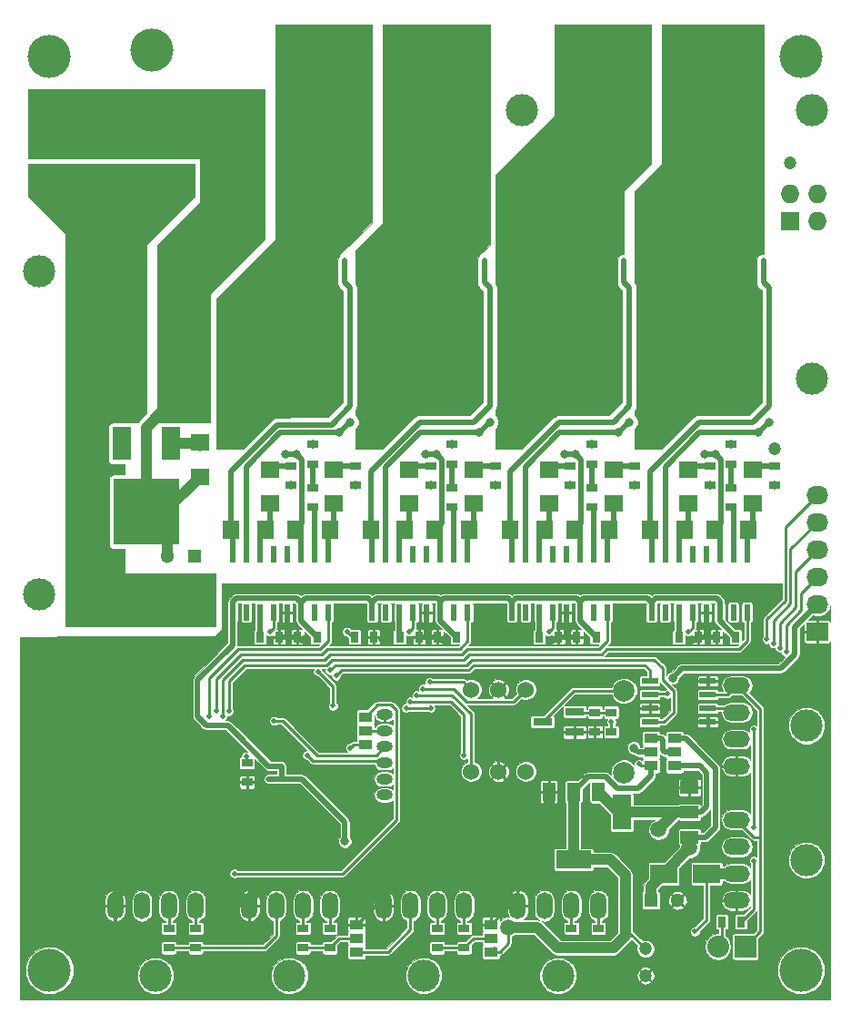
<source format=gbr>
G04 #@! TF.FileFunction,Copper,L2,Bot,Signal*
%FSLAX46Y46*%
G04 Gerber Fmt 4.6, Leading zero omitted, Abs format (unit mm)*
G04 Created by KiCad (PCBNEW 4.0.4-stable) date 11/07/16 11:26:06*
%MOMM*%
%LPD*%
G01*
G04 APERTURE LIST*
%ADD10C,0.100000*%
%ADD11O,2.500000X1.500000*%
%ADD12C,3.000000*%
%ADD13C,1.700000*%
%ADD14R,1.700000X1.700000*%
%ADD15O,1.500000X2.500000*%
%ADD16R,1.651000X3.048000*%
%ADD17R,6.096000X6.096000*%
%ADD18C,1.300000*%
%ADD19R,1.300000X1.300000*%
%ADD20R,1.600000X1.800000*%
%ADD21R,1.800000X1.600000*%
%ADD22R,2.032000X2.032000*%
%ADD23O,2.032000X2.032000*%
%ADD24R,0.600000X1.500000*%
%ADD25R,1.550000X0.600000*%
%ADD26C,2.000000*%
%ADD27C,4.000000*%
%ADD28R,0.800000X1.000000*%
%ADD29R,1.000000X0.800000*%
%ADD30O,1.524000X1.000000*%
%ADD31C,1.524000*%
%ADD32R,2.499360X1.800860*%
%ADD33R,1.800860X0.800100*%
%ADD34R,1.270000X0.965200*%
%ADD35R,1.700000X1.200000*%
%ADD36R,1.700000X3.300000*%
%ADD37R,1.200000X1.700000*%
%ADD38R,3.300000X1.700000*%
%ADD39C,2.500000*%
%ADD40C,5.000000*%
%ADD41C,4.064000*%
%ADD42C,1.200000*%
%ADD43R,1.727200X1.727200*%
%ADD44O,1.727200X1.727200*%
%ADD45R,2.032000X1.727200*%
%ADD46O,2.032000X1.727200*%
%ADD47C,0.500000*%
%ADD48C,0.800000*%
%ADD49C,0.600000*%
%ADD50C,1.500000*%
%ADD51C,0.500000*%
%ADD52C,1.000000*%
%ADD53C,0.250000*%
%ADD54C,0.300000*%
%ADD55C,0.026000*%
G04 APERTURE END LIST*
D10*
D11*
X67000000Y-71000000D03*
X67000000Y-68500000D03*
X67000000Y-66000000D03*
X67000000Y-63500000D03*
D12*
X73500000Y-67250000D03*
D13*
X14500000Y-25000000D03*
D14*
X9500000Y-25000000D03*
D15*
X21600000Y-84000000D03*
X24100000Y-84000000D03*
X26600000Y-84000000D03*
X29100000Y-84000000D03*
D12*
X25350000Y-90500000D03*
D16*
X9714000Y-41000000D03*
D17*
X12000000Y-47350000D03*
D16*
X14286000Y-41000000D03*
D15*
X34100000Y-84000000D03*
X36600000Y-84000000D03*
X39100000Y-84000000D03*
X41600000Y-84000000D03*
D12*
X37850000Y-90500000D03*
D18*
X61500000Y-83500000D03*
D19*
X59000000Y-83500000D03*
D11*
X67000000Y-83500000D03*
X67000000Y-81000000D03*
X67000000Y-78500000D03*
X67000000Y-76000000D03*
D12*
X73500000Y-79750000D03*
D20*
X42100000Y-49000000D03*
X38900000Y-49000000D03*
X36100000Y-49000000D03*
X32900000Y-49000000D03*
X29100000Y-49000000D03*
X25900000Y-49000000D03*
X23100000Y-49000000D03*
X19900000Y-49000000D03*
X68100000Y-49000000D03*
X64900000Y-49000000D03*
X62100000Y-49000000D03*
X58900000Y-49000000D03*
X55100000Y-49000000D03*
X51900000Y-49000000D03*
X49100000Y-49000000D03*
X45900000Y-49000000D03*
D21*
X42500000Y-43400000D03*
X42500000Y-46600000D03*
X29500000Y-43400000D03*
X29500000Y-46600000D03*
X68500000Y-43400000D03*
X68500000Y-46600000D03*
X55500000Y-43400000D03*
X55500000Y-46600000D03*
D22*
X67800000Y-87800000D03*
D23*
X65260000Y-87800000D03*
D24*
X41945000Y-56700000D03*
X40675000Y-56700000D03*
X39405000Y-56700000D03*
X38135000Y-56700000D03*
X36865000Y-56700000D03*
X35595000Y-56700000D03*
X34325000Y-56700000D03*
X33055000Y-56700000D03*
X33055000Y-51300000D03*
X34325000Y-51300000D03*
X35595000Y-51300000D03*
X36865000Y-51300000D03*
X38135000Y-51300000D03*
X39405000Y-51300000D03*
X40675000Y-51300000D03*
X41945000Y-51300000D03*
X28945000Y-56700000D03*
X27675000Y-56700000D03*
X26405000Y-56700000D03*
X25135000Y-56700000D03*
X23865000Y-56700000D03*
X22595000Y-56700000D03*
X21325000Y-56700000D03*
X20055000Y-56700000D03*
X20055000Y-51300000D03*
X21325000Y-51300000D03*
X22595000Y-51300000D03*
X23865000Y-51300000D03*
X25135000Y-51300000D03*
X26405000Y-51300000D03*
X27675000Y-51300000D03*
X28945000Y-51300000D03*
X67945000Y-56700000D03*
X66675000Y-56700000D03*
X65405000Y-56700000D03*
X64135000Y-56700000D03*
X62865000Y-56700000D03*
X61595000Y-56700000D03*
X60325000Y-56700000D03*
X59055000Y-56700000D03*
X59055000Y-51300000D03*
X60325000Y-51300000D03*
X61595000Y-51300000D03*
X62865000Y-51300000D03*
X64135000Y-51300000D03*
X65405000Y-51300000D03*
X66675000Y-51300000D03*
X67945000Y-51300000D03*
X54945000Y-56700000D03*
X53675000Y-56700000D03*
X52405000Y-56700000D03*
X51135000Y-56700000D03*
X49865000Y-56700000D03*
X48595000Y-56700000D03*
X47325000Y-56700000D03*
X46055000Y-56700000D03*
X46055000Y-51300000D03*
X47325000Y-51300000D03*
X48595000Y-51300000D03*
X49865000Y-51300000D03*
X51135000Y-51300000D03*
X52405000Y-51300000D03*
X53675000Y-51300000D03*
X54945000Y-51300000D03*
D25*
X58900000Y-66905000D03*
X58900000Y-65635000D03*
X58900000Y-64365000D03*
X58900000Y-63095000D03*
X64300000Y-63095000D03*
X64300000Y-64365000D03*
X64300000Y-65635000D03*
X64300000Y-66905000D03*
D26*
X15040000Y-12000000D03*
X15040000Y-17080000D03*
X9960000Y-12000000D03*
X9960000Y-17080000D03*
D27*
X12500000Y-4380000D03*
D21*
X17000000Y-40900000D03*
X17000000Y-44100000D03*
D28*
X39100000Y-59000000D03*
X40900000Y-59000000D03*
X26100000Y-59000000D03*
X27900000Y-59000000D03*
X65100000Y-59000000D03*
X66900000Y-59000000D03*
X52100000Y-59000000D03*
X53900000Y-59000000D03*
D29*
X21400000Y-72500000D03*
X21400000Y-70700000D03*
D28*
X35600000Y-59000000D03*
X37400000Y-59000000D03*
X22600000Y-59000000D03*
X24400000Y-59000000D03*
D29*
X40500000Y-45100000D03*
X40500000Y-46900000D03*
X27500000Y-45100000D03*
X27500000Y-46900000D03*
D28*
X61600000Y-59000000D03*
X63400000Y-59000000D03*
X48600000Y-59000000D03*
X50400000Y-59000000D03*
D29*
X66500000Y-45100000D03*
X66500000Y-46900000D03*
X53500000Y-45100000D03*
X53500000Y-46900000D03*
D28*
X67400000Y-85500000D03*
X65600000Y-85500000D03*
D29*
X40500000Y-42900000D03*
X40500000Y-41100000D03*
X27500000Y-42900000D03*
X27500000Y-41100000D03*
X66500000Y-42900000D03*
X66500000Y-41100000D03*
X53500000Y-42900000D03*
X53500000Y-41100000D03*
D21*
X36500000Y-43400000D03*
X36500000Y-46600000D03*
X23500000Y-43400000D03*
X23500000Y-46600000D03*
X62500000Y-43400000D03*
X62500000Y-46600000D03*
X49500000Y-43400000D03*
X49500000Y-46600000D03*
D29*
X44500000Y-44900000D03*
X44500000Y-43100000D03*
X31500000Y-44900000D03*
X31500000Y-43100000D03*
X38500000Y-44900000D03*
X38500000Y-43100000D03*
X70500000Y-44900000D03*
X70500000Y-43100000D03*
X57500000Y-44900000D03*
X57500000Y-43100000D03*
X51500000Y-44900000D03*
X51500000Y-43100000D03*
X25500000Y-44900000D03*
X25500000Y-43100000D03*
X64500000Y-44900000D03*
X64500000Y-43100000D03*
D30*
X34200000Y-66200000D03*
X34200000Y-67700000D03*
X34200000Y-69200000D03*
X34200000Y-70700000D03*
X34200000Y-72200000D03*
X34200000Y-73700000D03*
D31*
X42260000Y-71510000D03*
X44800000Y-71510000D03*
X47340000Y-71510000D03*
X47340000Y-63890000D03*
X44800000Y-63890000D03*
X42260000Y-63890000D03*
D13*
X14500000Y-38000000D03*
D14*
X9500000Y-38000000D03*
D32*
X64198980Y-81000000D03*
X60201020Y-81000000D03*
D33*
X51901140Y-65950000D03*
X51901140Y-67850000D03*
X48898860Y-66900000D03*
D29*
X55300000Y-66000000D03*
X55300000Y-67800000D03*
X53800000Y-66000000D03*
X53800000Y-67800000D03*
D26*
X56500000Y-71599840D03*
X56500000Y-64000160D03*
D34*
X32400000Y-66430000D03*
X32400000Y-67700000D03*
X32400000Y-68970000D03*
D15*
X9100000Y-84000000D03*
X11600000Y-84000000D03*
X14100000Y-84000000D03*
X16600000Y-84000000D03*
D12*
X12850000Y-90500000D03*
D15*
X46600000Y-84000000D03*
X49100000Y-84000000D03*
X51600000Y-84000000D03*
X54100000Y-84000000D03*
D12*
X50350000Y-90500000D03*
D28*
X33200000Y-59000000D03*
X31400000Y-59000000D03*
D29*
X14100000Y-87900000D03*
X14100000Y-86100000D03*
X16600000Y-87900000D03*
X16600000Y-86100000D03*
X51600000Y-87900000D03*
X51600000Y-86100000D03*
X54100000Y-87900000D03*
X54100000Y-86100000D03*
D35*
X62600000Y-73000000D03*
X62600000Y-75300000D03*
X62600000Y-77600000D03*
D36*
X56300000Y-75300000D03*
D37*
X49500000Y-73400000D03*
X51800000Y-73400000D03*
X54100000Y-73400000D03*
D38*
X51800000Y-79700000D03*
D39*
X36000000Y-12250000D03*
X30920000Y-12250000D03*
D40*
X39810000Y-4630000D03*
X27110000Y-4630000D03*
D39*
X62000000Y-12250000D03*
X56920000Y-12250000D03*
D40*
X65810000Y-4630000D03*
X53110000Y-4630000D03*
D18*
X14000000Y-51500000D03*
D19*
X16500000Y-51500000D03*
D41*
X3500000Y-12000000D03*
X3500000Y-17000000D03*
D42*
X58500000Y-88000000D03*
X58500000Y-90500000D03*
X72000000Y-14900000D03*
X70500000Y-41500000D03*
D34*
X59000000Y-70970000D03*
X59000000Y-69700000D03*
X59000000Y-68430000D03*
X61200000Y-70970000D03*
X61200000Y-69700000D03*
X61200000Y-68430000D03*
D43*
X72000000Y-20300000D03*
D44*
X74540000Y-20300000D03*
X72000000Y-17760000D03*
X74540000Y-17760000D03*
D45*
X74500000Y-58500000D03*
D46*
X74500000Y-55960000D03*
X74500000Y-53420000D03*
X74500000Y-50880000D03*
X74500000Y-48340000D03*
X74500000Y-45800000D03*
D34*
X31600000Y-85730000D03*
X31600000Y-87000000D03*
X31600000Y-88270000D03*
X44100000Y-85730000D03*
X44100000Y-87000000D03*
X44100000Y-88270000D03*
D29*
X26600000Y-87900000D03*
X26600000Y-86100000D03*
X29100000Y-87900000D03*
X29100000Y-86100000D03*
X39100000Y-87900000D03*
X39100000Y-86100000D03*
X41600000Y-87900000D03*
X41600000Y-86100000D03*
D27*
X3000000Y-90000000D03*
X73000000Y-90000000D03*
D12*
X47000000Y-10000000D03*
X2000000Y-25000000D03*
X74000000Y-35000000D03*
X74000000Y-10000000D03*
D27*
X3000000Y-5000000D03*
X73000000Y-5000000D03*
D12*
X2000000Y-55000000D03*
D47*
X2000000Y-61000000D03*
D48*
X68900000Y-58600000D03*
D49*
X42600000Y-59300000D03*
X47600000Y-59300000D03*
X55600000Y-59300000D03*
X60300000Y-59300000D03*
D47*
X22100000Y-74200000D03*
X20200000Y-70700000D03*
X24700000Y-67800000D03*
X27800000Y-72300000D03*
X60400000Y-65800000D03*
D48*
X50300000Y-75400000D03*
D47*
X61700000Y-65900000D03*
X22900000Y-72800000D03*
X33900000Y-59300000D03*
D50*
X62600000Y-72200000D03*
D48*
X39700000Y-59300000D03*
X49800000Y-59300000D03*
X62800000Y-59300000D03*
X26700000Y-59300000D03*
D47*
X20200000Y-81000000D03*
D48*
X30500000Y-78000000D03*
D47*
X16800000Y-63000000D03*
X31000000Y-69300000D03*
D48*
X51800000Y-77400000D03*
D47*
X57900000Y-70800000D03*
X60500000Y-64300000D03*
X24600000Y-71000000D03*
X23400000Y-71000000D03*
X23400000Y-72200000D03*
X24600000Y-72200000D03*
D50*
X45700000Y-86000000D03*
D47*
X63100000Y-86400000D03*
D50*
X12000000Y-12000000D03*
X12000000Y-13500000D03*
X13500000Y-13500000D03*
X13500000Y-12000000D03*
X13500000Y-10500000D03*
X13500000Y-9000000D03*
X16500000Y-9000000D03*
X16520000Y-10520000D03*
X15000000Y-10500000D03*
X15000000Y-9000000D03*
X12000000Y-9000000D03*
X12000000Y-10500000D03*
X10500000Y-9000000D03*
X10500000Y-10500000D03*
X9000000Y-10500000D03*
X9000000Y-9000000D03*
X6000000Y-13500000D03*
X7500000Y-13500000D03*
X7500000Y-12000000D03*
X6000000Y-12000000D03*
X6000000Y-10500000D03*
X7500000Y-10500000D03*
X7500000Y-9000000D03*
X6000000Y-9000000D03*
X4500000Y-9000000D03*
X3000000Y-9000000D03*
X20500000Y-16500000D03*
X20500000Y-15000000D03*
X20500000Y-13500000D03*
X20500000Y-12000000D03*
X20500000Y-10500000D03*
X20500000Y-9000000D03*
X19000000Y-9000000D03*
X22000000Y-16500000D03*
X22000000Y-15000000D03*
X22000000Y-13500000D03*
X22000000Y-12000000D03*
X22000000Y-10500000D03*
X22000000Y-9000000D03*
X20500000Y-18000000D03*
X19000000Y-18000000D03*
X19000000Y-16500000D03*
X19000000Y-15000000D03*
X19000000Y-13500000D03*
X19000000Y-12000000D03*
X19000000Y-10500000D03*
D47*
X30500000Y-24000000D03*
X30500000Y-25000000D03*
X30500000Y-26000000D03*
X43500000Y-26000000D03*
X43500000Y-24000000D03*
X43500000Y-25000000D03*
X56500000Y-26000000D03*
X56500000Y-24000000D03*
X56500000Y-25000000D03*
X69500000Y-26000000D03*
X69500000Y-25000000D03*
X69500000Y-24000000D03*
D50*
X26000000Y-9000000D03*
X27500000Y-9000000D03*
X29000000Y-9000000D03*
X29000000Y-10500000D03*
X29000000Y-12000000D03*
X27500000Y-10500000D03*
X26000000Y-10500000D03*
X26000000Y-12000000D03*
X27500000Y-12000000D03*
X32000000Y-10500000D03*
X30500000Y-10500000D03*
X30500000Y-9000000D03*
X32000000Y-9000000D03*
X32000000Y-7500000D03*
X30500000Y-7500000D03*
X30500000Y-6000000D03*
X32000000Y-6000000D03*
X32000000Y-4500000D03*
X30500000Y-4500000D03*
X30500000Y-3000000D03*
X32000000Y-3000000D03*
X24000000Y-34000000D03*
X21000000Y-35500000D03*
X22500000Y-35500000D03*
X24000000Y-35500000D03*
X19500000Y-35500000D03*
X19500000Y-37000000D03*
X21000000Y-37000000D03*
X22500000Y-37000000D03*
X24000000Y-37000000D03*
X22500000Y-38500000D03*
X21000000Y-38500000D03*
X19500000Y-38500000D03*
X19500000Y-40000000D03*
X21000000Y-40000000D03*
X19500000Y-32500000D03*
X22500000Y-34000000D03*
X21000000Y-34000000D03*
X19500000Y-34000000D03*
X19500000Y-28000000D03*
X21000000Y-28000000D03*
X22500000Y-28000000D03*
X24000000Y-28000000D03*
X24000000Y-29500000D03*
X22500000Y-29500000D03*
X21000000Y-29500000D03*
X19500000Y-29500000D03*
X19500000Y-31000000D03*
X21000000Y-31000000D03*
X22500000Y-31000000D03*
X24000000Y-31000000D03*
X24000000Y-32500000D03*
X22500000Y-32500000D03*
X21000000Y-32500000D03*
X29500000Y-28000000D03*
X29500000Y-29500000D03*
X29500000Y-31000000D03*
X29500000Y-32500000D03*
X29500000Y-34000000D03*
X29500000Y-35500000D03*
D48*
X26000000Y-42000000D03*
X25000000Y-42000000D03*
D50*
X45500000Y-38500000D03*
X45500000Y-40000000D03*
X48500000Y-38500000D03*
X47000000Y-38500000D03*
X47000000Y-40000000D03*
X50000000Y-37000000D03*
X48500000Y-37000000D03*
X47000000Y-37000000D03*
X45500000Y-37000000D03*
X48500000Y-35500000D03*
X50000000Y-32500000D03*
X50000000Y-34000000D03*
X50000000Y-35500000D03*
X50000000Y-31000000D03*
X50000000Y-29500000D03*
X50000000Y-28000000D03*
X47000000Y-28000000D03*
X48500000Y-31000000D03*
X48500000Y-29500000D03*
X48500000Y-28000000D03*
X48500000Y-32500000D03*
X48500000Y-34000000D03*
X45500000Y-28000000D03*
X45500000Y-29500000D03*
X45500000Y-31000000D03*
X47000000Y-34000000D03*
X47000000Y-29500000D03*
X47000000Y-31000000D03*
X47000000Y-32500000D03*
X45500000Y-32500000D03*
X45500000Y-34000000D03*
X45500000Y-35500000D03*
X47000000Y-35500000D03*
X55500000Y-28000000D03*
X55500000Y-29500000D03*
X55500000Y-31000000D03*
X55500000Y-32500000D03*
X55500000Y-34000000D03*
X55500000Y-35500000D03*
D48*
X52000000Y-42000000D03*
X51000000Y-42000000D03*
D50*
X8500000Y-54000000D03*
X10000000Y-54000000D03*
X11500000Y-54000000D03*
X5500000Y-51000000D03*
X7000000Y-51000000D03*
X7000000Y-52500000D03*
X5500000Y-52500000D03*
X5500000Y-54000000D03*
X7000000Y-54000000D03*
X14500000Y-57000000D03*
X14500000Y-55500000D03*
X14500000Y-54000000D03*
X13000000Y-54000000D03*
X13000000Y-55500000D03*
X13000000Y-57000000D03*
X11500000Y-57000000D03*
X11500000Y-55500000D03*
X16000000Y-57000000D03*
X16000000Y-55500000D03*
X16000000Y-54000000D03*
X17500000Y-54000000D03*
X17500000Y-55500000D03*
X17500000Y-57000000D03*
X5500000Y-55500000D03*
X5500000Y-57000000D03*
X7000000Y-57000000D03*
X7000000Y-55500000D03*
X8500000Y-55500000D03*
X8500000Y-57000000D03*
X10000000Y-57000000D03*
X10000000Y-55500000D03*
X6000000Y-17500000D03*
X6000000Y-16000000D03*
X7500000Y-16000000D03*
X7500000Y-17500000D03*
X7500000Y-20500000D03*
X6000000Y-20500000D03*
X6000000Y-19000000D03*
X7500000Y-19000000D03*
X9000000Y-20500000D03*
X9000000Y-19000000D03*
X10500000Y-19000000D03*
X10500000Y-20500000D03*
X12000000Y-20500000D03*
X12000000Y-19000000D03*
X13500000Y-19000000D03*
X13500000Y-17500000D03*
X12000000Y-17500000D03*
X12000000Y-16000000D03*
X13500000Y-16000000D03*
D47*
X68600000Y-79800000D03*
X68600000Y-76700000D03*
X68600000Y-67600000D03*
X27000000Y-70000000D03*
X23900000Y-66800000D03*
D50*
X38000000Y-10500000D03*
X38000000Y-12000000D03*
X41000000Y-9000000D03*
X39500000Y-9000000D03*
X38000000Y-9000000D03*
X39500000Y-10500000D03*
X41000000Y-10500000D03*
X41000000Y-12000000D03*
X39500000Y-12000000D03*
X35000000Y-10500000D03*
X36500000Y-10500000D03*
X36500000Y-9000000D03*
X35000000Y-9000000D03*
X35000000Y-7500000D03*
X36500000Y-7500000D03*
X36500000Y-6000000D03*
X35000000Y-6000000D03*
X35000000Y-4500000D03*
X36500000Y-4500000D03*
X36500000Y-3000000D03*
X35000000Y-3000000D03*
X34000000Y-40000000D03*
X32500000Y-40000000D03*
X34000000Y-38500000D03*
X32500000Y-38500000D03*
X35500000Y-38500000D03*
X37000000Y-37000000D03*
X35500000Y-37000000D03*
X34000000Y-37000000D03*
X32500000Y-37000000D03*
X35500000Y-28000000D03*
X35500000Y-29500000D03*
X35500000Y-31000000D03*
X35500000Y-32500000D03*
X35500000Y-34000000D03*
X35500000Y-35500000D03*
X37000000Y-35500000D03*
X37000000Y-34000000D03*
X37000000Y-32500000D03*
X37000000Y-31000000D03*
X37000000Y-29500000D03*
X37000000Y-28000000D03*
X32500000Y-28000000D03*
X32500000Y-29500000D03*
X32500000Y-31000000D03*
X32500000Y-32500000D03*
X32500000Y-34000000D03*
X32500000Y-35500000D03*
X34000000Y-35500000D03*
X34000000Y-34000000D03*
X34000000Y-32500000D03*
X34000000Y-31000000D03*
X34000000Y-29500000D03*
X34000000Y-28000000D03*
X42500000Y-28000000D03*
X42500000Y-29500000D03*
X42500000Y-31000000D03*
X42500000Y-32500000D03*
X42500000Y-34000000D03*
X42500000Y-35500000D03*
D48*
X39000000Y-42000000D03*
X38000000Y-42000000D03*
D50*
X58500000Y-40000000D03*
X60000000Y-40000000D03*
X60000000Y-38500000D03*
X58500000Y-38500000D03*
X58500000Y-37000000D03*
X60000000Y-37000000D03*
X61500000Y-37000000D03*
X63000000Y-37000000D03*
X61500000Y-38500000D03*
X63000000Y-35500000D03*
X63000000Y-34000000D03*
X63000000Y-32500000D03*
X63000000Y-31000000D03*
X63000000Y-29500000D03*
X63000000Y-28000000D03*
X60000000Y-35500000D03*
X60000000Y-31000000D03*
X60000000Y-32500000D03*
X60000000Y-34000000D03*
X60000000Y-29500000D03*
X60000000Y-28000000D03*
X61500000Y-28000000D03*
X61500000Y-29500000D03*
X61500000Y-31000000D03*
X61500000Y-32500000D03*
X61500000Y-34000000D03*
X61500000Y-35500000D03*
X58500000Y-28000000D03*
X58500000Y-29500000D03*
X58500000Y-31000000D03*
X58500000Y-32500000D03*
X58500000Y-34000000D03*
X58500000Y-35500000D03*
X68500000Y-28000000D03*
X68500000Y-29500000D03*
X68500000Y-31000000D03*
X68500000Y-32500000D03*
X68500000Y-34000000D03*
X68500000Y-35500000D03*
D48*
X65000000Y-42000000D03*
X64000000Y-42000000D03*
D47*
X21300000Y-70100000D03*
D48*
X44000000Y-39000000D03*
X43000000Y-40000000D03*
X30000000Y-40000000D03*
X31000000Y-39000000D03*
X70000000Y-39000000D03*
X69000000Y-40000000D03*
X57000000Y-39000000D03*
X56000000Y-40000000D03*
D47*
X29400000Y-65400000D03*
X28000000Y-62200000D03*
X30700000Y-58500000D03*
X36500000Y-58500000D03*
X23500000Y-58500000D03*
X49500000Y-58500000D03*
X62500000Y-58500000D03*
X29700000Y-62600000D03*
X18500000Y-65900000D03*
X17900000Y-66400000D03*
X19700000Y-65900000D03*
X19100000Y-66400000D03*
X29100000Y-62100000D03*
D48*
X70500000Y-44900000D03*
X64500000Y-44900000D03*
X57500000Y-44900000D03*
X51500000Y-44900000D03*
X44500000Y-44900000D03*
X38500000Y-44900000D03*
X31500000Y-44900000D03*
X25500000Y-44900000D03*
D50*
X17000000Y-41000000D03*
D48*
X40500000Y-41100000D03*
X27500000Y-41100000D03*
X66500000Y-41100000D03*
X53500000Y-41100000D03*
D47*
X36600000Y-65000000D03*
X41600000Y-70000000D03*
X37200000Y-64400000D03*
X37800000Y-63800000D03*
D50*
X62600000Y-78601020D03*
D47*
X55300000Y-66900000D03*
X38500000Y-65600000D03*
X36200000Y-65600000D03*
D50*
X9714000Y-41000000D03*
X59700000Y-76900000D03*
D48*
X57400000Y-69300000D03*
X61000000Y-62800000D03*
D47*
X71600000Y-60400000D03*
X71000000Y-60000000D03*
X70400000Y-59600000D03*
X69800000Y-59200000D03*
X38400000Y-63200000D03*
D51*
X20100000Y-54600000D02*
X19300000Y-55400000D01*
X19300000Y-58400000D02*
X18500000Y-59200000D01*
X19300000Y-55400000D02*
X19300000Y-58400000D01*
X3800000Y-59200000D02*
X18500000Y-59200000D01*
X3800000Y-59200000D02*
X2000000Y-61000000D01*
X68900000Y-55700000D02*
X68900000Y-58600000D01*
X68900000Y-55700000D02*
X67800000Y-54600000D01*
X67800000Y-54600000D02*
X20100000Y-54600000D01*
X22900000Y-72800000D02*
X18300000Y-77400000D01*
X18300000Y-77400000D02*
X18300000Y-82000000D01*
D52*
X49500000Y-74600000D02*
X44600000Y-79500000D01*
X44600000Y-79500000D02*
X44600000Y-82000000D01*
D53*
X44800000Y-71510000D02*
X46690000Y-73400000D01*
X46690000Y-73400000D02*
X49500000Y-73400000D01*
X44800000Y-63890000D02*
X45990000Y-62700000D01*
X44800000Y-68100000D02*
X44800000Y-71510000D01*
X48500000Y-64400000D02*
X44800000Y-68100000D01*
X48500000Y-63400000D02*
X48500000Y-64400000D01*
X47800000Y-62700000D02*
X48500000Y-63400000D01*
X45990000Y-62700000D02*
X47800000Y-62700000D01*
D52*
X49500000Y-73400000D02*
X49500000Y-74600000D01*
X49500000Y-74600000D02*
X50300000Y-75400000D01*
D53*
X58900000Y-65635000D02*
X60235000Y-65635000D01*
X60235000Y-65635000D02*
X60400000Y-65800000D01*
X50300000Y-75400000D02*
X49500000Y-74600000D01*
X53800000Y-67800000D02*
X53750000Y-67850000D01*
X53750000Y-67850000D02*
X51901140Y-67850000D01*
X61700000Y-65900000D02*
X62300000Y-65300000D01*
X62300000Y-65300000D02*
X62300000Y-63800000D01*
X64300000Y-63095000D02*
X63005000Y-63095000D01*
X63005000Y-63095000D02*
X62300000Y-63800000D01*
D54*
X58900000Y-65635000D02*
X59565000Y-65635000D01*
X62705000Y-66905000D02*
X64300000Y-66905000D01*
X61700000Y-65900000D02*
X62705000Y-66905000D01*
D53*
X21400000Y-72500000D02*
X22600000Y-72500000D01*
X22600000Y-72500000D02*
X22900000Y-72800000D01*
X33200000Y-59000000D02*
X33600000Y-59000000D01*
X33600000Y-59000000D02*
X33900000Y-59300000D01*
D52*
X62600000Y-72200000D02*
X62600000Y-73000000D01*
D51*
X39700000Y-59300000D02*
X39400000Y-59300000D01*
X39400000Y-59300000D02*
X39100000Y-59000000D01*
X50400000Y-59000000D02*
X50100000Y-59300000D01*
X50100000Y-59300000D02*
X49800000Y-59300000D01*
X26100000Y-59000000D02*
X26400000Y-59300000D01*
X26400000Y-59300000D02*
X26700000Y-59300000D01*
X62800000Y-59300000D02*
X63100000Y-59300000D01*
X63100000Y-59300000D02*
X63400000Y-59000000D01*
X24400000Y-59000000D02*
X25100000Y-59000000D01*
X64135000Y-56700000D02*
X64135000Y-59000000D01*
X64135000Y-59000000D02*
X64000000Y-59000000D01*
X63400000Y-59000000D02*
X64000000Y-59000000D01*
X64000000Y-59000000D02*
X65100000Y-59000000D01*
X51135000Y-56700000D02*
X51135000Y-59000000D01*
X51135000Y-59000000D02*
X51200000Y-59000000D01*
X50400000Y-59000000D02*
X51200000Y-59000000D01*
X51200000Y-59000000D02*
X52100000Y-59000000D01*
X38135000Y-56700000D02*
X38135000Y-59000000D01*
X37400000Y-59000000D02*
X38100000Y-59000000D01*
X38100000Y-59000000D02*
X39100000Y-59000000D01*
X25135000Y-56700000D02*
X25135000Y-59000000D01*
X25135000Y-59000000D02*
X25100000Y-59000000D01*
X25100000Y-59000000D02*
X26100000Y-59000000D01*
D52*
X34100000Y-84000000D02*
X34100000Y-82900000D01*
X34100000Y-82900000D02*
X35000000Y-82000000D01*
X35000000Y-82000000D02*
X44600000Y-82000000D01*
X44600000Y-82000000D02*
X46600000Y-84000000D01*
X21600000Y-84000000D02*
X21600000Y-83400000D01*
X21600000Y-83400000D02*
X23000000Y-82000000D01*
X32100000Y-82000000D02*
X34100000Y-84000000D01*
X23000000Y-82000000D02*
X32100000Y-82000000D01*
X9100000Y-84000000D02*
X9100000Y-83100000D01*
X9100000Y-83100000D02*
X10200000Y-82000000D01*
X10200000Y-82000000D02*
X18300000Y-82000000D01*
X18300000Y-82000000D02*
X19600000Y-82000000D01*
X19600000Y-82000000D02*
X21600000Y-84000000D01*
D53*
X31600000Y-85730000D02*
X33330000Y-84000000D01*
X33330000Y-84000000D02*
X34100000Y-84000000D01*
X44100000Y-85730000D02*
X45830000Y-84000000D01*
X45830000Y-84000000D02*
X46600000Y-84000000D01*
X33530000Y-65300000D02*
X34800000Y-65300000D01*
X34800000Y-65300000D02*
X35300000Y-65800000D01*
X35300000Y-65800000D02*
X35300000Y-76000000D01*
X35300000Y-76000000D02*
X30300000Y-81000000D01*
X30300000Y-81000000D02*
X20200000Y-81000000D01*
X32400000Y-66430000D02*
X33530000Y-65300000D01*
D51*
X16800000Y-66400000D02*
X17600000Y-67200000D01*
X19600000Y-67200000D02*
X20400000Y-68000000D01*
X17600000Y-67200000D02*
X19600000Y-67200000D01*
X23400000Y-71000000D02*
X20400000Y-68000000D01*
X16800000Y-63000000D02*
X16800000Y-66400000D01*
X30500000Y-78000000D02*
X30500000Y-76200000D01*
X30500000Y-76200000D02*
X26500000Y-72200000D01*
X26500000Y-72200000D02*
X24600000Y-72200000D01*
D53*
X24100000Y-84000000D02*
X24100000Y-86800000D01*
X23000000Y-87900000D02*
X16600000Y-87900000D01*
X24100000Y-86800000D02*
X23000000Y-87900000D01*
X58500000Y-88000000D02*
X57100000Y-86600000D01*
X57100000Y-86600000D02*
X56600000Y-86600000D01*
D51*
X24600000Y-71000000D02*
X24600000Y-71500000D01*
X24600000Y-71500000D02*
X24600000Y-72200000D01*
X20055000Y-56700000D02*
X20055000Y-59745000D01*
X20055000Y-59745000D02*
X16800000Y-63000000D01*
D53*
X32400000Y-68970000D02*
X31330000Y-68970000D01*
X31330000Y-68970000D02*
X31000000Y-69300000D01*
X32370000Y-69000000D02*
X32400000Y-68970000D01*
D52*
X51800000Y-73400000D02*
X51800000Y-77400000D01*
X51800000Y-77400000D02*
X51800000Y-79700000D01*
D53*
X58070000Y-70970000D02*
X59000000Y-70970000D01*
X57900000Y-70800000D02*
X58070000Y-70970000D01*
X60500000Y-64300000D02*
X58965000Y-64300000D01*
X58965000Y-64300000D02*
X58900000Y-64365000D01*
D51*
X59000000Y-70970000D02*
X59000000Y-71900000D01*
X59000000Y-71900000D02*
X57800000Y-73100000D01*
X57800000Y-73100000D02*
X55900000Y-73100000D01*
X55900000Y-73100000D02*
X54800000Y-72000000D01*
X54800000Y-72000000D02*
X53200000Y-72000000D01*
X53200000Y-72000000D02*
X51800000Y-73400000D01*
X59055000Y-55755000D02*
X59410000Y-55400000D01*
X65405000Y-55705000D02*
X65405000Y-56700000D01*
X65100000Y-55400000D02*
X65405000Y-55705000D01*
X59410000Y-55400000D02*
X65100000Y-55400000D01*
X52405000Y-55705000D02*
X52710000Y-55400000D01*
X59055000Y-55755000D02*
X59055000Y-56700000D01*
X58700000Y-55400000D02*
X59055000Y-55755000D01*
X52710000Y-55400000D02*
X58700000Y-55400000D01*
X24600000Y-71000000D02*
X23400000Y-71000000D01*
X23400000Y-72200000D02*
X24600000Y-72200000D01*
D53*
X54100000Y-87900000D02*
X53600000Y-87900000D01*
X45700000Y-86000000D02*
X45700000Y-87500000D01*
X44930000Y-88270000D02*
X44100000Y-88270000D01*
X45700000Y-87500000D02*
X44930000Y-88270000D01*
X36600000Y-84000000D02*
X36600000Y-86200000D01*
X34530000Y-88270000D02*
X31600000Y-88270000D01*
X36600000Y-86200000D02*
X34530000Y-88270000D01*
X44100000Y-88270000D02*
X44470000Y-87900000D01*
D52*
X54100000Y-87900000D02*
X55500000Y-87900000D01*
X55200000Y-79700000D02*
X54000000Y-79700000D01*
X56600000Y-86800000D02*
X56600000Y-86600000D01*
X56600000Y-86600000D02*
X56600000Y-81100000D01*
X56600000Y-81100000D02*
X55200000Y-79700000D01*
X54000000Y-79700000D02*
X51800000Y-79700000D01*
X55500000Y-87900000D02*
X56600000Y-86800000D01*
X51600000Y-87900000D02*
X54100000Y-87900000D01*
X50300000Y-87900000D02*
X51600000Y-87900000D01*
X48400000Y-86000000D02*
X50300000Y-87900000D01*
X45700000Y-86000000D02*
X48400000Y-86000000D01*
D51*
X65405000Y-56700000D02*
X65405000Y-57505000D01*
X65405000Y-57505000D02*
X66900000Y-59000000D01*
X46055000Y-55755000D02*
X46410000Y-55400000D01*
X52405000Y-55705000D02*
X52405000Y-56700000D01*
X52100000Y-55400000D02*
X52405000Y-55705000D01*
X46410000Y-55400000D02*
X52100000Y-55400000D01*
X39405000Y-55705000D02*
X39710000Y-55400000D01*
X46055000Y-55755000D02*
X46055000Y-56700000D01*
X45700000Y-55400000D02*
X46055000Y-55755000D01*
X39710000Y-55400000D02*
X45700000Y-55400000D01*
X33055000Y-55755000D02*
X33410000Y-55400000D01*
X39405000Y-55705000D02*
X39405000Y-56700000D01*
X39100000Y-55400000D02*
X39405000Y-55705000D01*
X33410000Y-55400000D02*
X39100000Y-55400000D01*
X26405000Y-55805000D02*
X26810000Y-55400000D01*
X33055000Y-55755000D02*
X33055000Y-56700000D01*
X32700000Y-55400000D02*
X33055000Y-55755000D01*
X26810000Y-55400000D02*
X32700000Y-55400000D01*
X20055000Y-56700000D02*
X20055000Y-55745000D01*
X20055000Y-55745000D02*
X20400000Y-55400000D01*
X20400000Y-55400000D02*
X26000000Y-55400000D01*
X26000000Y-55400000D02*
X26405000Y-55805000D01*
X26405000Y-55805000D02*
X26405000Y-56700000D01*
X52405000Y-56700000D02*
X52405000Y-57505000D01*
X52405000Y-57505000D02*
X53900000Y-59000000D01*
X39405000Y-56700000D02*
X39405000Y-57505000D01*
X39405000Y-57505000D02*
X40900000Y-59000000D01*
X26405000Y-56700000D02*
X26405000Y-57505000D01*
X26405000Y-57505000D02*
X27900000Y-59000000D01*
D53*
X14100000Y-87900000D02*
X16600000Y-87900000D01*
D51*
X42100000Y-49000000D02*
X42500000Y-48600000D01*
X42500000Y-48600000D02*
X42500000Y-46600000D01*
X41945000Y-51300000D02*
X41945000Y-49155000D01*
X41945000Y-49155000D02*
X42100000Y-49000000D01*
D53*
X64198980Y-85301020D02*
X64198980Y-81000000D01*
X63100000Y-86400000D02*
X64198980Y-85301020D01*
D52*
X67000000Y-81000000D02*
X64198980Y-81000000D01*
D53*
X12000000Y-12000000D02*
X12000000Y-13500000D01*
X13500000Y-13500000D02*
X13500000Y-12000000D01*
X13500000Y-10500000D02*
X13500000Y-9000000D01*
X16500000Y-10500000D02*
X16500000Y-9000000D01*
X16520000Y-10520000D02*
X16500000Y-10500000D01*
X15000000Y-9000000D02*
X15000000Y-10500000D01*
X12000000Y-10500000D02*
X12000000Y-9000000D01*
X10500000Y-10500000D02*
X10500000Y-9000000D01*
X9000000Y-9000000D02*
X9000000Y-10500000D01*
X6000000Y-13500000D02*
X7500000Y-13500000D01*
X7500000Y-12000000D02*
X6000000Y-12000000D01*
X6000000Y-10500000D02*
X7500000Y-10500000D01*
X7500000Y-9000000D02*
X6000000Y-9000000D01*
X4500000Y-9000000D02*
X3000000Y-9000000D01*
X19000000Y-9000000D02*
X19000000Y-10500000D01*
X20500000Y-16500000D02*
X20500000Y-15000000D01*
X20500000Y-13500000D02*
X20500000Y-12000000D01*
X20500000Y-10500000D02*
X20500000Y-9000000D01*
X22000000Y-15000000D02*
X22000000Y-16500000D01*
X22000000Y-12000000D02*
X22000000Y-13500000D01*
X22000000Y-9000000D02*
X22000000Y-10500000D01*
X19000000Y-18000000D02*
X20500000Y-18000000D01*
X19000000Y-15000000D02*
X19000000Y-16500000D01*
X19000000Y-12000000D02*
X19000000Y-13500000D01*
D51*
X58900000Y-49000000D02*
X58900000Y-43600000D01*
X58900000Y-43600000D02*
X63500000Y-39000000D01*
X63500000Y-39000000D02*
X68500000Y-39000000D01*
X68500000Y-39000000D02*
X70000000Y-37500000D01*
X70000000Y-37500000D02*
X70000000Y-26500000D01*
X70000000Y-26500000D02*
X69500000Y-26000000D01*
X58900000Y-49000000D02*
X59055000Y-49155000D01*
X59055000Y-49155000D02*
X59055000Y-51300000D01*
X30500000Y-24000000D02*
X30500000Y-25000000D01*
X30500000Y-25000000D02*
X30500000Y-26000000D01*
X30500000Y-26000000D02*
X30500000Y-26000000D01*
X31000000Y-26500000D02*
X31000000Y-37500000D01*
X30500000Y-26000000D02*
X31000000Y-26500000D01*
X44000000Y-26500000D02*
X43500000Y-26000000D01*
X43500000Y-25000000D02*
X43500000Y-26000000D01*
X43500000Y-25000000D02*
X43500000Y-24000000D01*
X57000000Y-26500000D02*
X56500000Y-26000000D01*
X56500000Y-25000000D02*
X56500000Y-26000000D01*
X56500000Y-25000000D02*
X56500000Y-24000000D01*
X69500000Y-25000000D02*
X69500000Y-26000000D01*
X69500000Y-25000000D02*
X69500000Y-24000000D01*
X45900000Y-43600000D02*
X50500000Y-39000000D01*
X45900000Y-49000000D02*
X45900000Y-43600000D01*
X57000000Y-37500000D02*
X57000000Y-26500000D01*
X55500000Y-39000000D02*
X57000000Y-37500000D01*
X50500000Y-39000000D02*
X55500000Y-39000000D01*
X45900000Y-49000000D02*
X46055000Y-49155000D01*
X46055000Y-49155000D02*
X46055000Y-51300000D01*
X33055000Y-51300000D02*
X33055000Y-49155000D01*
X33055000Y-49155000D02*
X32900000Y-49000000D01*
X20055000Y-51300000D02*
X20055000Y-49155000D01*
X20055000Y-49155000D02*
X19900000Y-49000000D01*
D54*
X20055000Y-49155000D02*
X19900000Y-49000000D01*
D52*
X14000000Y-51500000D02*
X14000000Y-49350000D01*
X14000000Y-49350000D02*
X12000000Y-47350000D01*
D51*
X29250000Y-39250000D02*
X31000000Y-37500000D01*
X24250000Y-39250000D02*
X29250000Y-39250000D01*
X32900000Y-49000000D02*
X32900000Y-43600000D01*
X32900000Y-43600000D02*
X37500000Y-39000000D01*
X37500000Y-39000000D02*
X42500000Y-39000000D01*
X42500000Y-39000000D02*
X44000000Y-37500000D01*
X44000000Y-37500000D02*
X44000000Y-26500000D01*
D52*
X14500000Y-38000000D02*
X13500000Y-38000000D01*
X13500000Y-38000000D02*
X12000000Y-39500000D01*
X12000000Y-39500000D02*
X12000000Y-47350000D01*
X17000000Y-44100000D02*
X13750000Y-47350000D01*
X13750000Y-47350000D02*
X12000000Y-47350000D01*
X12000000Y-49500000D02*
X12000000Y-47350000D01*
D51*
X24250000Y-39250000D02*
X19900000Y-43600000D01*
X19900000Y-43600000D02*
X19900000Y-49000000D01*
X29100000Y-49000000D02*
X29500000Y-48600000D01*
X29500000Y-48600000D02*
X29500000Y-46600000D01*
X28945000Y-51300000D02*
X28945000Y-49155000D01*
X28945000Y-49155000D02*
X29100000Y-49000000D01*
D53*
X29000000Y-10500000D02*
X29000000Y-9000000D01*
X27500000Y-9000000D02*
X26000000Y-9000000D01*
X29000000Y-12000000D02*
X27500000Y-12000000D01*
X29000000Y-10500000D02*
X29000000Y-12000000D01*
X26000000Y-12000000D02*
X26000000Y-10500000D01*
X30500000Y-10500000D02*
X32000000Y-10500000D01*
X32000000Y-9000000D02*
X30500000Y-9000000D01*
X30500000Y-7500000D02*
X32000000Y-7500000D01*
X32000000Y-6000000D02*
X30500000Y-6000000D01*
X30500000Y-4500000D02*
X32000000Y-4500000D01*
X32000000Y-3000000D02*
X30500000Y-3000000D01*
X24000000Y-34000000D02*
X24000000Y-35500000D01*
X22500000Y-35500000D02*
X21000000Y-35500000D01*
X19500000Y-35500000D02*
X19500000Y-37000000D01*
X21000000Y-37000000D02*
X22500000Y-37000000D01*
X24000000Y-37000000D02*
X22500000Y-38500000D01*
X21000000Y-38500000D02*
X19500000Y-38500000D01*
X19500000Y-40000000D02*
X21000000Y-40000000D01*
X19500000Y-32500000D02*
X19500000Y-34000000D01*
X21000000Y-34000000D02*
X22500000Y-34000000D01*
X19500000Y-28000000D02*
X21000000Y-28000000D01*
X24000000Y-28000000D02*
X24000000Y-29500000D01*
X22500000Y-29500000D02*
X21000000Y-29500000D01*
X19500000Y-29500000D02*
X19500000Y-31000000D01*
X21000000Y-31000000D02*
X22500000Y-31000000D01*
X24000000Y-31000000D02*
X24000000Y-32500000D01*
X22500000Y-32500000D02*
X21000000Y-32500000D01*
X29500000Y-28000000D02*
X29500000Y-29500000D01*
X29500000Y-31000000D02*
X29500000Y-32500000D01*
X29500000Y-34000000D02*
X29500000Y-35500000D01*
D51*
X25900000Y-49000000D02*
X26500000Y-48400000D01*
X26500000Y-48400000D02*
X26500000Y-42500000D01*
X26500000Y-42500000D02*
X26000000Y-42000000D01*
X25000000Y-42000000D02*
X26000000Y-42000000D01*
X26405000Y-51300000D02*
X26405000Y-49505000D01*
X26405000Y-49505000D02*
X25900000Y-49000000D01*
X68100000Y-49000000D02*
X68500000Y-48600000D01*
X68500000Y-48600000D02*
X68500000Y-46600000D01*
X67945000Y-51300000D02*
X67945000Y-49155000D01*
X67945000Y-49155000D02*
X68100000Y-49000000D01*
X55500000Y-46600000D02*
X55500000Y-48600000D01*
X55500000Y-48600000D02*
X55100000Y-49000000D01*
X54945000Y-51300000D02*
X54945000Y-49155000D01*
X54945000Y-49155000D02*
X55100000Y-49000000D01*
D53*
X45500000Y-40000000D02*
X47000000Y-40000000D01*
X45500000Y-37000000D02*
X45500000Y-38500000D01*
X47000000Y-38500000D02*
X48500000Y-38500000D01*
X45500000Y-35500000D02*
X45500000Y-37000000D01*
X47000000Y-37000000D02*
X48500000Y-37000000D01*
X48500000Y-35500000D02*
X50000000Y-35500000D01*
X50000000Y-34000000D02*
X50000000Y-32500000D01*
X50000000Y-31000000D02*
X50000000Y-29500000D01*
X47000000Y-28000000D02*
X48500000Y-28000000D01*
X48500000Y-29500000D02*
X48500000Y-31000000D01*
X48500000Y-32500000D02*
X48500000Y-34000000D01*
X45500000Y-28000000D02*
X45500000Y-29500000D01*
X47000000Y-34000000D02*
X47000000Y-32500000D01*
X47000000Y-31000000D02*
X47000000Y-29500000D01*
X45500000Y-32500000D02*
X45500000Y-34000000D01*
X45500000Y-35500000D02*
X47000000Y-35500000D01*
X55500000Y-28000000D02*
X55500000Y-29500000D01*
X55500000Y-31000000D02*
X55500000Y-32500000D01*
X55500000Y-34000000D02*
X55500000Y-35500000D01*
D51*
X52405000Y-51300000D02*
X52405000Y-49505000D01*
X52405000Y-49505000D02*
X51900000Y-49000000D01*
X51900000Y-49000000D02*
X52500000Y-48400000D01*
X52500000Y-48400000D02*
X52500000Y-42500000D01*
X52500000Y-42500000D02*
X52000000Y-42000000D01*
X51000000Y-42000000D02*
X52000000Y-42000000D01*
D53*
X11500000Y-54000000D02*
X10000000Y-54000000D01*
X7000000Y-51000000D02*
X5500000Y-51000000D01*
X5500000Y-52500000D02*
X7000000Y-52500000D01*
X7000000Y-54000000D02*
X5500000Y-54000000D01*
X14500000Y-57000000D02*
X14500000Y-55500000D01*
X14500000Y-54000000D02*
X13000000Y-54000000D01*
X13000000Y-55500000D02*
X13000000Y-57000000D01*
X11500000Y-57000000D02*
X11500000Y-55500000D01*
X16000000Y-55500000D02*
X16000000Y-57000000D01*
X17500000Y-54000000D02*
X16000000Y-54000000D01*
X17500000Y-57000000D02*
X17500000Y-55500000D01*
X5500000Y-57000000D02*
X5500000Y-55500000D01*
X7000000Y-55500000D02*
X7000000Y-57000000D01*
X8500000Y-57000000D02*
X8500000Y-55500000D01*
X10000000Y-55500000D02*
X10000000Y-57000000D01*
X7500000Y-19000000D02*
X7500000Y-17500000D01*
X7500000Y-16000000D02*
X6000000Y-16000000D01*
X9000000Y-19000000D02*
X7500000Y-19000000D01*
X6000000Y-19000000D02*
X6000000Y-20500000D01*
X10500000Y-19000000D02*
X9000000Y-19000000D01*
X12000000Y-20500000D02*
X10500000Y-20500000D01*
X13500000Y-19000000D02*
X12000000Y-19000000D01*
X12000000Y-17500000D02*
X13500000Y-17500000D01*
X13500000Y-16000000D02*
X12000000Y-16000000D01*
X16600000Y-84000000D02*
X16600000Y-86100000D01*
X14100000Y-84000000D02*
X14100000Y-86100000D01*
X54100000Y-84000000D02*
X54100000Y-86100000D01*
X51600000Y-84000000D02*
X51600000Y-86100000D01*
X68600000Y-77600000D02*
X69200000Y-77600000D01*
X69200000Y-77600000D02*
X69200000Y-77500000D01*
X67800000Y-87800000D02*
X69200000Y-86400000D01*
X69200000Y-86400000D02*
X69200000Y-77500000D01*
X69200000Y-77500000D02*
X69200000Y-77000000D01*
X67000000Y-63500000D02*
X69200000Y-65700000D01*
X69200000Y-65700000D02*
X69200000Y-77000000D01*
X64300000Y-64365000D02*
X66135000Y-64365000D01*
X66135000Y-64365000D02*
X67000000Y-63500000D01*
X68600000Y-77600000D02*
X67000000Y-76000000D01*
X65260000Y-87800000D02*
X65600000Y-87460000D01*
X65600000Y-87460000D02*
X65600000Y-85500000D01*
X67400000Y-85500000D02*
X68600000Y-84300000D01*
X68600000Y-79800000D02*
X68600000Y-83900000D01*
X68600000Y-84300000D02*
X68600000Y-83900000D01*
X68600000Y-67600000D02*
X68600000Y-76700000D01*
X64300000Y-65635000D02*
X66635000Y-65635000D01*
X66635000Y-65635000D02*
X67000000Y-66000000D01*
X26600000Y-84000000D02*
X26600000Y-86100000D01*
X29100000Y-84000000D02*
X29100000Y-86100000D01*
X39100000Y-84000000D02*
X39100000Y-86100000D01*
X41600000Y-84000000D02*
X41600000Y-86100000D01*
X34200000Y-70700000D02*
X34000000Y-70500000D01*
X34000000Y-70500000D02*
X27500000Y-70500000D01*
X27500000Y-70500000D02*
X27000000Y-70000000D01*
X34200000Y-69200000D02*
X33400000Y-70000000D01*
X24700000Y-66800000D02*
X23900000Y-66800000D01*
X27900000Y-70000000D02*
X24700000Y-66800000D01*
X33400000Y-70000000D02*
X27900000Y-70000000D01*
X38000000Y-10500000D02*
X38000000Y-12000000D01*
X38000000Y-9000000D02*
X39500000Y-9000000D01*
X41000000Y-10500000D02*
X39500000Y-10500000D01*
X39500000Y-12000000D02*
X41000000Y-12000000D01*
X36500000Y-10500000D02*
X35000000Y-10500000D01*
X35000000Y-9000000D02*
X36500000Y-9000000D01*
X36500000Y-7500000D02*
X35000000Y-7500000D01*
X35000000Y-6000000D02*
X36500000Y-6000000D01*
X36500000Y-4500000D02*
X35000000Y-4500000D01*
X35000000Y-3000000D02*
X36500000Y-3000000D01*
X33000000Y-38500000D02*
X32500000Y-39000000D01*
X32500000Y-39000000D02*
X32500000Y-40000000D01*
X32500000Y-38500000D02*
X33000000Y-38500000D01*
X33000000Y-38500000D02*
X34000000Y-38500000D01*
X35500000Y-37000000D02*
X37000000Y-37000000D01*
X32500000Y-37000000D02*
X34000000Y-37000000D01*
X35500000Y-28000000D02*
X35500000Y-29500000D01*
X35500000Y-31000000D02*
X35500000Y-32500000D01*
X35500000Y-34000000D02*
X35500000Y-35500000D01*
X37000000Y-35500000D02*
X37000000Y-34000000D01*
X37000000Y-32500000D02*
X37000000Y-31000000D01*
X37000000Y-29500000D02*
X37000000Y-28000000D01*
X32500000Y-28000000D02*
X32500000Y-29500000D01*
X32500000Y-31000000D02*
X32500000Y-32500000D01*
X32500000Y-34000000D02*
X32500000Y-35500000D01*
X34000000Y-35500000D02*
X34000000Y-34000000D01*
X34000000Y-32500000D02*
X34000000Y-31000000D01*
X34000000Y-29500000D02*
X34000000Y-28000000D01*
X42500000Y-28000000D02*
X42500000Y-29500000D01*
X42500000Y-31000000D02*
X42500000Y-32500000D01*
X42500000Y-34000000D02*
X42500000Y-35500000D01*
D51*
X38900000Y-49000000D02*
X39500000Y-48400000D01*
X39500000Y-48400000D02*
X39500000Y-42500000D01*
X39500000Y-42500000D02*
X39000000Y-42000000D01*
X38000000Y-42000000D02*
X39000000Y-42000000D01*
X39405000Y-51300000D02*
X39405000Y-49505000D01*
X39405000Y-49505000D02*
X38900000Y-49000000D01*
D53*
X60000000Y-38500000D02*
X60000000Y-40000000D01*
X58500000Y-38500000D02*
X60000000Y-38500000D01*
X60000000Y-37000000D02*
X58500000Y-37000000D01*
X63000000Y-37000000D02*
X61500000Y-37000000D01*
X63000000Y-35500000D02*
X63000000Y-34000000D01*
X63000000Y-32500000D02*
X63000000Y-31000000D01*
X63000000Y-29500000D02*
X63000000Y-28000000D01*
X60000000Y-35500000D02*
X60000000Y-34000000D01*
X60000000Y-32500000D02*
X60000000Y-31000000D01*
X60000000Y-29500000D02*
X60000000Y-28000000D01*
X61500000Y-28000000D02*
X61500000Y-29500000D01*
X61500000Y-31000000D02*
X61500000Y-32500000D01*
X61500000Y-34000000D02*
X61500000Y-35500000D01*
X58500000Y-28000000D02*
X58500000Y-29500000D01*
X58500000Y-31000000D02*
X58500000Y-32500000D01*
X58500000Y-34000000D02*
X58500000Y-35500000D01*
X68500000Y-28000000D02*
X68500000Y-29500000D01*
X68500000Y-31000000D02*
X68500000Y-32500000D01*
X68500000Y-34000000D02*
X68500000Y-35500000D01*
D51*
X64900000Y-49000000D02*
X65500000Y-48400000D01*
X65500000Y-48400000D02*
X65500000Y-42500000D01*
X65500000Y-42500000D02*
X65000000Y-42000000D01*
X64000000Y-42000000D02*
X65000000Y-42000000D01*
X65405000Y-51300000D02*
X65405000Y-49505000D01*
X65405000Y-49505000D02*
X64900000Y-49000000D01*
D53*
X21300000Y-70100000D02*
X21300000Y-70600000D01*
X21300000Y-70600000D02*
X21400000Y-70700000D01*
D51*
X35595000Y-56700000D02*
X35595000Y-58995000D01*
X35595000Y-58995000D02*
X35600000Y-59000000D01*
D53*
X35595000Y-58995000D02*
X35600000Y-59000000D01*
D51*
X22595000Y-56700000D02*
X22595000Y-58995000D01*
X22595000Y-58995000D02*
X22600000Y-59000000D01*
D53*
X22595000Y-58995000D02*
X22600000Y-59000000D01*
D51*
X40675000Y-51300000D02*
X40675000Y-47075000D01*
X40675000Y-47075000D02*
X40500000Y-46900000D01*
X43000000Y-40000000D02*
X37500000Y-40000000D01*
X37500000Y-40000000D02*
X34325000Y-43175000D01*
X34325000Y-43175000D02*
X34325000Y-51300000D01*
X44000000Y-39000000D02*
X43000000Y-40000000D01*
X27675000Y-51300000D02*
X27675000Y-47075000D01*
X27675000Y-47075000D02*
X27500000Y-46900000D01*
X30000000Y-40000000D02*
X30000000Y-40000000D01*
X30000000Y-40000000D02*
X24500000Y-40000000D01*
X24500000Y-40000000D02*
X21325000Y-43175000D01*
X21325000Y-43175000D02*
X21325000Y-51300000D01*
X31000000Y-39000000D02*
X30000000Y-40000000D01*
X61600000Y-59000000D02*
X61595000Y-58995000D01*
X61595000Y-58995000D02*
X61595000Y-56700000D01*
X48595000Y-56700000D02*
X48595000Y-58995000D01*
X48595000Y-58995000D02*
X48600000Y-59000000D01*
D53*
X48595000Y-58995000D02*
X48600000Y-59000000D01*
D51*
X66675000Y-51300000D02*
X66675000Y-47075000D01*
X66675000Y-47075000D02*
X66500000Y-46900000D01*
X60325000Y-51300000D02*
X60325000Y-43175000D01*
X63500000Y-40000000D02*
X69000000Y-40000000D01*
X63500000Y-40000000D02*
X60325000Y-43175000D01*
X69000000Y-40000000D02*
X70000000Y-39000000D01*
X53500000Y-46900000D02*
X53675000Y-47075000D01*
X53675000Y-47075000D02*
X53675000Y-51300000D01*
X56000000Y-40000000D02*
X50500000Y-40000000D01*
X47325000Y-43175000D02*
X47325000Y-51300000D01*
X50500000Y-40000000D02*
X47325000Y-43175000D01*
X57000000Y-39000000D02*
X56000000Y-40000000D01*
D53*
X29400000Y-65400000D02*
X29400000Y-63600000D01*
X28000000Y-62200000D02*
X29400000Y-63600000D01*
X31400000Y-59000000D02*
X31200000Y-59000000D01*
X31200000Y-59000000D02*
X30700000Y-58500000D01*
X23865000Y-56700000D02*
X23865000Y-58135000D01*
X23865000Y-58135000D02*
X23500000Y-58500000D01*
X36865000Y-56700000D02*
X36865000Y-58135000D01*
X36865000Y-58135000D02*
X36500000Y-58500000D01*
X49865000Y-56700000D02*
X49865000Y-58135000D01*
X49865000Y-58135000D02*
X49500000Y-58500000D01*
X62865000Y-56700000D02*
X62865000Y-58135000D01*
X62865000Y-58135000D02*
X62500000Y-58500000D01*
X58900000Y-63095000D02*
X58900000Y-62050002D01*
X58449998Y-61600000D02*
X57405000Y-61600000D01*
X58900000Y-62050002D02*
X58449998Y-61600000D01*
X42500000Y-61600000D02*
X57405000Y-61600000D01*
X42000000Y-62100000D02*
X42500000Y-61600000D01*
X30200000Y-62100000D02*
X42000000Y-62100000D01*
X29700000Y-62600000D02*
X30200000Y-62100000D01*
X18500000Y-62900000D02*
X20800000Y-60600000D01*
X18500000Y-65900000D02*
X18500000Y-62900000D01*
X32600000Y-60100000D02*
X28900000Y-60100000D01*
X28900000Y-60100000D02*
X28400000Y-60600000D01*
X20800000Y-60600000D02*
X22500000Y-60600000D01*
X28400000Y-60600000D02*
X22500000Y-60600000D01*
X41200000Y-60100000D02*
X32600000Y-60100000D01*
X41945000Y-59355000D02*
X41945000Y-56700000D01*
X41945000Y-59355000D02*
X41200000Y-60100000D01*
X17900000Y-62800000D02*
X20600000Y-60100000D01*
X17900000Y-66400000D02*
X17900000Y-62800000D01*
X22100000Y-60100000D02*
X20600000Y-60100000D01*
X22200000Y-60100000D02*
X22100000Y-60100000D01*
X28945000Y-59355000D02*
X28200000Y-60100000D01*
X28200000Y-60100000D02*
X22300000Y-60100000D01*
X28945000Y-56700000D02*
X28945000Y-59355000D01*
X22300000Y-60100000D02*
X22200000Y-60100000D01*
X19700000Y-63100000D02*
X21200000Y-61600000D01*
X19700000Y-65900000D02*
X19700000Y-63100000D01*
X41600000Y-61100000D02*
X29300000Y-61100000D01*
X29300000Y-61100000D02*
X28800000Y-61600000D01*
X23400000Y-61600000D02*
X21200000Y-61600000D01*
X42100000Y-60600000D02*
X41600000Y-61100000D01*
X67945000Y-56700000D02*
X67945000Y-59355000D01*
X28800000Y-61600000D02*
X23400000Y-61600000D01*
X54400000Y-60600000D02*
X42100000Y-60600000D01*
X54900000Y-60100000D02*
X54400000Y-60600000D01*
X67200000Y-60100000D02*
X54900000Y-60100000D01*
X67945000Y-59355000D02*
X67200000Y-60100000D01*
X23400000Y-61600000D02*
X23400000Y-61600000D01*
X19100000Y-63000000D02*
X21000000Y-61100000D01*
X19100000Y-66400000D02*
X19100000Y-63000000D01*
X41400000Y-60600000D02*
X29100000Y-60600000D01*
X29100000Y-60600000D02*
X28600000Y-61100000D01*
X28600000Y-61100000D02*
X23000000Y-61100000D01*
X21000000Y-61100000D02*
X23000000Y-61100000D01*
X41400000Y-60600000D02*
X41900000Y-60100000D01*
X54945000Y-59355000D02*
X54200000Y-60100000D01*
X54200000Y-60100000D02*
X41900000Y-60100000D01*
X54945000Y-56700000D02*
X54945000Y-59355000D01*
X61100000Y-64000000D02*
X61100000Y-66000000D01*
X29600000Y-61600000D02*
X29100000Y-62100000D01*
X41800000Y-61600000D02*
X29600000Y-61600000D01*
X42300000Y-61100000D02*
X41800000Y-61600000D01*
X59300000Y-61100000D02*
X42300000Y-61100000D01*
X60100000Y-63000000D02*
X61100000Y-64000000D01*
X60100000Y-61900000D02*
X60100000Y-63000000D01*
X59300000Y-61100000D02*
X60100000Y-61900000D01*
X61100000Y-66000000D02*
X60195000Y-66905000D01*
X60195000Y-66905000D02*
X58900000Y-66905000D01*
X58900000Y-66905000D02*
X59595000Y-66905000D01*
X58900000Y-66905000D02*
X58605000Y-66905000D01*
D52*
X17000000Y-41000000D02*
X14286000Y-41000000D01*
D51*
X40500000Y-42900000D02*
X40500000Y-45100000D01*
X27500000Y-42900000D02*
X27500000Y-45100000D01*
X66500000Y-42900000D02*
X66500000Y-45100000D01*
X53500000Y-42900000D02*
X53500000Y-45100000D01*
X36100000Y-49000000D02*
X36500000Y-48600000D01*
X36500000Y-48600000D02*
X36500000Y-46600000D01*
X35595000Y-51300000D02*
X35595000Y-49505000D01*
X35595000Y-49505000D02*
X36100000Y-49000000D01*
X23100000Y-49000000D02*
X23500000Y-48600000D01*
X23500000Y-48600000D02*
X23500000Y-46600000D01*
X22595000Y-51300000D02*
X22595000Y-49505000D01*
X22595000Y-49505000D02*
X23100000Y-49000000D01*
X62500000Y-46600000D02*
X62500000Y-48600000D01*
X62500000Y-48600000D02*
X62100000Y-49000000D01*
X61595000Y-51300000D02*
X61595000Y-49505000D01*
X61595000Y-49505000D02*
X62100000Y-49000000D01*
X48595000Y-51300000D02*
X48595000Y-49505000D01*
X48595000Y-49505000D02*
X49100000Y-49000000D01*
X49500000Y-46600000D02*
X49500000Y-48600000D01*
X49500000Y-48600000D02*
X49100000Y-49000000D01*
X44500000Y-43100000D02*
X42800000Y-43100000D01*
X42800000Y-43100000D02*
X42500000Y-43400000D01*
X31500000Y-43100000D02*
X29800000Y-43100000D01*
X29800000Y-43100000D02*
X29500000Y-43400000D01*
X70500000Y-43100000D02*
X68800000Y-43100000D01*
X68800000Y-43100000D02*
X68500000Y-43400000D01*
X57500000Y-43100000D02*
X55800000Y-43100000D01*
X55800000Y-43100000D02*
X55500000Y-43400000D01*
X38500000Y-43100000D02*
X36800000Y-43100000D01*
X36800000Y-43100000D02*
X36500000Y-43400000D01*
X25500000Y-43100000D02*
X23800000Y-43100000D01*
X23800000Y-43100000D02*
X23500000Y-43400000D01*
X62800000Y-43100000D02*
X62500000Y-43400000D01*
X64500000Y-43100000D02*
X62800000Y-43100000D01*
X62800000Y-43600000D02*
X62500000Y-43900000D01*
X51500000Y-43100000D02*
X49800000Y-43100000D01*
X49800000Y-43100000D02*
X49500000Y-43400000D01*
D53*
X36600000Y-65000000D02*
X40400000Y-65000000D01*
X41600000Y-66200000D02*
X41600000Y-70000000D01*
X40400000Y-65000000D02*
X41600000Y-66200000D01*
X37200000Y-64400000D02*
X40500000Y-64400000D01*
X42260000Y-66160000D02*
X42260000Y-71510000D01*
X40500000Y-64400000D02*
X42260000Y-66160000D01*
X37800000Y-63800000D02*
X40600000Y-63800000D01*
X40600000Y-63800000D02*
X41800000Y-65000000D01*
X46230000Y-65000000D02*
X47340000Y-63890000D01*
X41800000Y-65000000D02*
X46230000Y-65000000D01*
X32400000Y-67700000D02*
X34200000Y-67700000D01*
D51*
X62600000Y-77600000D02*
X64100000Y-77600000D01*
X65000000Y-76700000D02*
X65000000Y-75200000D01*
X64100000Y-77600000D02*
X65000000Y-76700000D01*
X62230000Y-68430000D02*
X61200000Y-68430000D01*
X65000000Y-71200000D02*
X62230000Y-68430000D01*
X65000000Y-75200000D02*
X65000000Y-71200000D01*
D52*
X60201020Y-81000000D02*
X62600000Y-78601020D01*
X62600000Y-78601020D02*
X62600000Y-77600000D01*
X59000000Y-83500000D02*
X59000000Y-82201020D01*
X59000000Y-82201020D02*
X60201020Y-81000000D01*
D53*
X53800000Y-66000000D02*
X55300000Y-66000000D01*
X51901140Y-65950000D02*
X51951140Y-66000000D01*
X51951140Y-66000000D02*
X53800000Y-66000000D01*
X55500000Y-66000000D02*
X55300000Y-66000000D01*
X48898860Y-66900000D02*
X51798700Y-64000160D01*
X51798700Y-64000160D02*
X56500000Y-64000160D01*
X55300000Y-67800000D02*
X55300000Y-66900000D01*
X36200000Y-65600000D02*
X38500000Y-65600000D01*
D52*
X59700000Y-76900000D02*
X61300000Y-75300000D01*
X61300000Y-75300000D02*
X62600000Y-75300000D01*
X62600000Y-75300000D02*
X56300000Y-75300000D01*
D51*
X61200000Y-70970000D02*
X63570000Y-70970000D01*
X63570000Y-70970000D02*
X64200000Y-71600000D01*
X64200000Y-71600000D02*
X64200000Y-74800000D01*
X64200000Y-74800000D02*
X63700000Y-75300000D01*
X63700000Y-75300000D02*
X62600000Y-75300000D01*
D52*
X54100000Y-73400000D02*
X56000000Y-75300000D01*
D51*
X59000000Y-69700000D02*
X57800000Y-69700000D01*
X57800000Y-69700000D02*
X57400000Y-69300000D01*
X61000000Y-62800000D02*
X61900000Y-61900000D01*
X61900000Y-61900000D02*
X71100000Y-61900000D01*
X71100000Y-61900000D02*
X72400000Y-60600000D01*
X72400000Y-60600000D02*
X72400000Y-58060000D01*
X72400000Y-58060000D02*
X74500000Y-55960000D01*
D53*
X71600000Y-57900000D02*
X71600000Y-60400000D01*
X73000000Y-54920000D02*
X73000000Y-56500000D01*
X73000000Y-56500000D02*
X71600000Y-57900000D01*
X74500000Y-53420000D02*
X73000000Y-54920000D01*
X71000000Y-59500000D02*
X71000000Y-60000000D01*
X71000000Y-57700000D02*
X71000000Y-59500000D01*
X72500000Y-52880000D02*
X72500000Y-56200000D01*
X72500000Y-56200000D02*
X71000000Y-57700000D01*
X74500000Y-50880000D02*
X72500000Y-52880000D01*
X70400000Y-59100000D02*
X70400000Y-59600000D01*
X70400000Y-57500000D02*
X70400000Y-59100000D01*
X72000000Y-50840000D02*
X72000000Y-55900000D01*
X72000000Y-55900000D02*
X70400000Y-57500000D01*
X74500000Y-48340000D02*
X72000000Y-50840000D01*
X69800000Y-58700000D02*
X69800000Y-59200000D01*
X69800000Y-57300000D02*
X69800000Y-58700000D01*
X71500000Y-48800000D02*
X71500000Y-55600000D01*
X71500000Y-55600000D02*
X69800000Y-57300000D01*
X71500000Y-48800000D02*
X74500000Y-45800000D01*
D51*
X59000000Y-68430000D02*
X59930000Y-68430000D01*
X60300000Y-69700000D02*
X61200000Y-69700000D01*
X60100000Y-69500000D02*
X60300000Y-69700000D01*
X60100000Y-68600000D02*
X60100000Y-69500000D01*
X59930000Y-68430000D02*
X60100000Y-68600000D01*
D53*
X29100000Y-87900000D02*
X30000000Y-87000000D01*
X30000000Y-87000000D02*
X31600000Y-87000000D01*
X26600000Y-87900000D02*
X29100000Y-87900000D01*
X41600000Y-87900000D02*
X42500000Y-87000000D01*
X42500000Y-87000000D02*
X44100000Y-87000000D01*
X39100000Y-87900000D02*
X41600000Y-87900000D01*
X38400000Y-63200000D02*
X41570000Y-63200000D01*
X41570000Y-63200000D02*
X42260000Y-63890000D01*
D55*
G36*
X32987000Y-20494616D02*
X29990808Y-23490808D01*
X29987955Y-23495108D01*
X29987000Y-23500000D01*
X29987000Y-23575299D01*
X29938264Y-23623950D01*
X29837115Y-23867543D01*
X29836885Y-24131300D01*
X29837000Y-24131578D01*
X29837000Y-24999422D01*
X29836885Y-25131300D01*
X29837000Y-25131578D01*
X29837000Y-25999422D01*
X29836885Y-26131300D01*
X29937608Y-26375069D01*
X29987000Y-26424547D01*
X29987000Y-26500000D01*
X29988024Y-26505058D01*
X29990808Y-26509192D01*
X30337000Y-26855384D01*
X30337000Y-37144616D01*
X28994616Y-38487000D01*
X25500000Y-38487000D01*
X25494942Y-38488024D01*
X25490808Y-38490808D01*
X25394616Y-38587000D01*
X24250000Y-38587000D01*
X23996281Y-38637468D01*
X23781188Y-38781188D01*
X21075376Y-41487000D01*
X18513000Y-41487000D01*
X18513000Y-27505384D01*
X24009192Y-22009192D01*
X24012045Y-22004892D01*
X24013000Y-22000000D01*
X24013000Y-2013000D01*
X32987000Y-2013000D01*
X32987000Y-20494616D01*
X32987000Y-20494616D01*
G37*
X32987000Y-20494616D02*
X29990808Y-23490808D01*
X29987955Y-23495108D01*
X29987000Y-23500000D01*
X29987000Y-23575299D01*
X29938264Y-23623950D01*
X29837115Y-23867543D01*
X29836885Y-24131300D01*
X29837000Y-24131578D01*
X29837000Y-24999422D01*
X29836885Y-25131300D01*
X29837000Y-25131578D01*
X29837000Y-25999422D01*
X29836885Y-26131300D01*
X29937608Y-26375069D01*
X29987000Y-26424547D01*
X29987000Y-26500000D01*
X29988024Y-26505058D01*
X29990808Y-26509192D01*
X30337000Y-26855384D01*
X30337000Y-37144616D01*
X28994616Y-38487000D01*
X25500000Y-38487000D01*
X25494942Y-38488024D01*
X25490808Y-38490808D01*
X25394616Y-38587000D01*
X24250000Y-38587000D01*
X23996281Y-38637468D01*
X23781188Y-38781188D01*
X21075376Y-41487000D01*
X18513000Y-41487000D01*
X18513000Y-27505384D01*
X24009192Y-22009192D01*
X24012045Y-22004892D01*
X24013000Y-22000000D01*
X24013000Y-2013000D01*
X32987000Y-2013000D01*
X32987000Y-20494616D01*
G36*
X43987000Y-22494616D02*
X42990808Y-23490808D01*
X42987955Y-23495108D01*
X42987000Y-23500000D01*
X42987000Y-23575299D01*
X42938264Y-23623950D01*
X42837115Y-23867543D01*
X42836885Y-24131300D01*
X42837000Y-24131578D01*
X42837000Y-24999422D01*
X42836885Y-25131300D01*
X42837000Y-25131578D01*
X42837000Y-25999422D01*
X42836885Y-26131300D01*
X42937608Y-26375069D01*
X42987000Y-26424547D01*
X42987000Y-26500000D01*
X42988024Y-26505058D01*
X42990808Y-26509192D01*
X43337000Y-26855384D01*
X43337000Y-37144616D01*
X42144616Y-38337000D01*
X37500000Y-38337000D01*
X37246281Y-38387468D01*
X37097320Y-38487000D01*
X37000000Y-38487000D01*
X36994942Y-38488024D01*
X36990808Y-38490808D01*
X33994616Y-41487000D01*
X31513000Y-41487000D01*
X31513000Y-39636649D01*
X31688826Y-39461129D01*
X31812859Y-39162425D01*
X31813141Y-38838994D01*
X31689630Y-38540074D01*
X31513000Y-38363136D01*
X31513000Y-37902680D01*
X31612532Y-37753719D01*
X31663000Y-37500000D01*
X31663000Y-26500000D01*
X31612532Y-26246281D01*
X31513000Y-26097320D01*
X31513000Y-23005384D01*
X34009192Y-20509192D01*
X34012045Y-20504892D01*
X34013000Y-20500000D01*
X34013000Y-2013000D01*
X43987000Y-2013000D01*
X43987000Y-22494616D01*
X43987000Y-22494616D01*
G37*
X43987000Y-22494616D02*
X42990808Y-23490808D01*
X42987955Y-23495108D01*
X42987000Y-23500000D01*
X42987000Y-23575299D01*
X42938264Y-23623950D01*
X42837115Y-23867543D01*
X42836885Y-24131300D01*
X42837000Y-24131578D01*
X42837000Y-24999422D01*
X42836885Y-25131300D01*
X42837000Y-25131578D01*
X42837000Y-25999422D01*
X42836885Y-26131300D01*
X42937608Y-26375069D01*
X42987000Y-26424547D01*
X42987000Y-26500000D01*
X42988024Y-26505058D01*
X42990808Y-26509192D01*
X43337000Y-26855384D01*
X43337000Y-37144616D01*
X42144616Y-38337000D01*
X37500000Y-38337000D01*
X37246281Y-38387468D01*
X37097320Y-38487000D01*
X37000000Y-38487000D01*
X36994942Y-38488024D01*
X36990808Y-38490808D01*
X33994616Y-41487000D01*
X31513000Y-41487000D01*
X31513000Y-39636649D01*
X31688826Y-39461129D01*
X31812859Y-39162425D01*
X31813141Y-38838994D01*
X31689630Y-38540074D01*
X31513000Y-38363136D01*
X31513000Y-37902680D01*
X31612532Y-37753719D01*
X31663000Y-37500000D01*
X31663000Y-26500000D01*
X31612532Y-26246281D01*
X31513000Y-26097320D01*
X31513000Y-23005384D01*
X34009192Y-20509192D01*
X34012045Y-20504892D01*
X34013000Y-20500000D01*
X34013000Y-2013000D01*
X43987000Y-2013000D01*
X43987000Y-22494616D01*
G36*
X58987000Y-14994616D02*
X56490808Y-17490808D01*
X56487955Y-17495108D01*
X56487000Y-17500000D01*
X56487000Y-23336988D01*
X56368700Y-23336885D01*
X56124931Y-23437608D01*
X55938264Y-23623950D01*
X55837115Y-23867543D01*
X55836885Y-24131300D01*
X55837000Y-24131578D01*
X55837000Y-24999422D01*
X55836885Y-25131300D01*
X55837000Y-25131578D01*
X55837000Y-25999422D01*
X55836885Y-26131300D01*
X55937608Y-26375069D01*
X56123950Y-26561736D01*
X56124227Y-26561851D01*
X56337000Y-26774624D01*
X56337000Y-37144616D01*
X55144616Y-38337000D01*
X50500000Y-38337000D01*
X50246281Y-38387468D01*
X50097320Y-38487000D01*
X50000000Y-38487000D01*
X49994942Y-38488024D01*
X49990808Y-38490808D01*
X46994616Y-41487000D01*
X44513000Y-41487000D01*
X44513000Y-39636649D01*
X44688826Y-39461129D01*
X44812859Y-39162425D01*
X44813141Y-38838994D01*
X44689630Y-38540074D01*
X44513000Y-38363136D01*
X44513000Y-37902680D01*
X44612532Y-37753719D01*
X44663000Y-37500000D01*
X44663000Y-26500000D01*
X44612532Y-26246281D01*
X44513000Y-26097320D01*
X44513000Y-16005384D01*
X50009192Y-10509192D01*
X50012045Y-10504892D01*
X50013000Y-10500000D01*
X50013000Y-2013000D01*
X58987000Y-2013000D01*
X58987000Y-14994616D01*
X58987000Y-14994616D01*
G37*
X58987000Y-14994616D02*
X56490808Y-17490808D01*
X56487955Y-17495108D01*
X56487000Y-17500000D01*
X56487000Y-23336988D01*
X56368700Y-23336885D01*
X56124931Y-23437608D01*
X55938264Y-23623950D01*
X55837115Y-23867543D01*
X55836885Y-24131300D01*
X55837000Y-24131578D01*
X55837000Y-24999422D01*
X55836885Y-25131300D01*
X55837000Y-25131578D01*
X55837000Y-25999422D01*
X55836885Y-26131300D01*
X55937608Y-26375069D01*
X56123950Y-26561736D01*
X56124227Y-26561851D01*
X56337000Y-26774624D01*
X56337000Y-37144616D01*
X55144616Y-38337000D01*
X50500000Y-38337000D01*
X50246281Y-38387468D01*
X50097320Y-38487000D01*
X50000000Y-38487000D01*
X49994942Y-38488024D01*
X49990808Y-38490808D01*
X46994616Y-41487000D01*
X44513000Y-41487000D01*
X44513000Y-39636649D01*
X44688826Y-39461129D01*
X44812859Y-39162425D01*
X44813141Y-38838994D01*
X44689630Y-38540074D01*
X44513000Y-38363136D01*
X44513000Y-37902680D01*
X44612532Y-37753719D01*
X44663000Y-37500000D01*
X44663000Y-26500000D01*
X44612532Y-26246281D01*
X44513000Y-26097320D01*
X44513000Y-16005384D01*
X50009192Y-10509192D01*
X50012045Y-10504892D01*
X50013000Y-10500000D01*
X50013000Y-2013000D01*
X58987000Y-2013000D01*
X58987000Y-14994616D01*
G36*
X69487000Y-23336988D02*
X69368700Y-23336885D01*
X69124931Y-23437608D01*
X68938264Y-23623950D01*
X68837115Y-23867543D01*
X68836885Y-24131300D01*
X68837000Y-24131578D01*
X68837000Y-24999422D01*
X68836885Y-25131300D01*
X68837000Y-25131578D01*
X68837000Y-25999422D01*
X68836885Y-26131300D01*
X68937608Y-26375069D01*
X69123950Y-26561736D01*
X69124227Y-26561851D01*
X69337000Y-26774624D01*
X69337000Y-37144616D01*
X68144616Y-38337000D01*
X63500000Y-38337000D01*
X63246281Y-38387468D01*
X63097320Y-38487000D01*
X63000000Y-38487000D01*
X62994942Y-38488024D01*
X62990808Y-38490808D01*
X59994616Y-41487000D01*
X57513000Y-41487000D01*
X57513000Y-39636649D01*
X57688826Y-39461129D01*
X57812859Y-39162425D01*
X57813141Y-38838994D01*
X57689630Y-38540074D01*
X57513000Y-38363136D01*
X57513000Y-37902680D01*
X57612532Y-37753719D01*
X57663000Y-37500000D01*
X57663000Y-26500000D01*
X57612532Y-26246281D01*
X57513000Y-26097320D01*
X57513000Y-17505384D01*
X60009192Y-15009192D01*
X60012045Y-15004892D01*
X60013000Y-15000000D01*
X60013000Y-2013000D01*
X69487000Y-2013000D01*
X69487000Y-23336988D01*
X69487000Y-23336988D01*
G37*
X69487000Y-23336988D02*
X69368700Y-23336885D01*
X69124931Y-23437608D01*
X68938264Y-23623950D01*
X68837115Y-23867543D01*
X68836885Y-24131300D01*
X68837000Y-24131578D01*
X68837000Y-24999422D01*
X68836885Y-25131300D01*
X68837000Y-25131578D01*
X68837000Y-25999422D01*
X68836885Y-26131300D01*
X68937608Y-26375069D01*
X69123950Y-26561736D01*
X69124227Y-26561851D01*
X69337000Y-26774624D01*
X69337000Y-37144616D01*
X68144616Y-38337000D01*
X63500000Y-38337000D01*
X63246281Y-38387468D01*
X63097320Y-38487000D01*
X63000000Y-38487000D01*
X62994942Y-38488024D01*
X62990808Y-38490808D01*
X59994616Y-41487000D01*
X57513000Y-41487000D01*
X57513000Y-39636649D01*
X57688826Y-39461129D01*
X57812859Y-39162425D01*
X57813141Y-38838994D01*
X57689630Y-38540074D01*
X57513000Y-38363136D01*
X57513000Y-37902680D01*
X57612532Y-37753719D01*
X57663000Y-37500000D01*
X57663000Y-26500000D01*
X57612532Y-26246281D01*
X57513000Y-26097320D01*
X57513000Y-17505384D01*
X60009192Y-15009192D01*
X60012045Y-15004892D01*
X60013000Y-15000000D01*
X60013000Y-2013000D01*
X69487000Y-2013000D01*
X69487000Y-23336988D01*
G36*
X22987000Y-21994616D02*
X17990808Y-26990808D01*
X17987955Y-26995108D01*
X17987000Y-27000000D01*
X17987000Y-38987000D01*
X13013000Y-38987000D01*
X13013000Y-22505384D01*
X17009192Y-18509192D01*
X17012045Y-18504892D01*
X17013000Y-18500000D01*
X17013000Y-14500000D01*
X17011976Y-14494942D01*
X17009065Y-14490681D01*
X17004725Y-14487889D01*
X17000000Y-14487000D01*
X1013000Y-14487000D01*
X1013000Y-8013000D01*
X22987000Y-8013000D01*
X22987000Y-21994616D01*
X22987000Y-21994616D01*
G37*
X22987000Y-21994616D02*
X17990808Y-26990808D01*
X17987955Y-26995108D01*
X17987000Y-27000000D01*
X17987000Y-38987000D01*
X13013000Y-38987000D01*
X13013000Y-22505384D01*
X17009192Y-18509192D01*
X17012045Y-18504892D01*
X17013000Y-18500000D01*
X17013000Y-14500000D01*
X17011976Y-14494942D01*
X17009065Y-14490681D01*
X17004725Y-14487889D01*
X17000000Y-14487000D01*
X1013000Y-14487000D01*
X1013000Y-8013000D01*
X22987000Y-8013000D01*
X22987000Y-21994616D01*
G36*
X16487000Y-17994616D02*
X11990808Y-22490808D01*
X11987955Y-22495108D01*
X11987000Y-22500000D01*
X11987000Y-38221824D01*
X11354412Y-38854412D01*
X11265819Y-38987000D01*
X10000000Y-38987000D01*
X9994942Y-38988024D01*
X9990681Y-38990935D01*
X9987889Y-38995275D01*
X9987000Y-39000000D01*
X9987000Y-39054909D01*
X8888500Y-39054909D01*
X8735451Y-39083707D01*
X8594886Y-39174159D01*
X8500585Y-39312172D01*
X8467409Y-39476000D01*
X8467409Y-42524000D01*
X8496207Y-42677049D01*
X8586659Y-42817614D01*
X8724672Y-42911915D01*
X8888500Y-42945091D01*
X9987000Y-42945091D01*
X9987000Y-43880909D01*
X8952000Y-43880909D01*
X8798951Y-43909707D01*
X8658386Y-44000159D01*
X8564085Y-44138172D01*
X8530909Y-44302000D01*
X8530909Y-50398000D01*
X8559707Y-50551049D01*
X8650159Y-50691614D01*
X8788172Y-50785915D01*
X8952000Y-50819091D01*
X9987000Y-50819091D01*
X9987000Y-53100000D01*
X9988024Y-53105058D01*
X9990935Y-53109319D01*
X9995275Y-53112111D01*
X10000000Y-53113000D01*
X18487000Y-53113000D01*
X18487000Y-57987000D01*
X4513000Y-57987000D01*
X4513000Y-21500000D01*
X4511976Y-21494942D01*
X4509192Y-21490808D01*
X1013000Y-17994616D01*
X1013000Y-15013000D01*
X16487000Y-15013000D01*
X16487000Y-17994616D01*
X16487000Y-17994616D01*
G37*
X16487000Y-17994616D02*
X11990808Y-22490808D01*
X11987955Y-22495108D01*
X11987000Y-22500000D01*
X11987000Y-38221824D01*
X11354412Y-38854412D01*
X11265819Y-38987000D01*
X10000000Y-38987000D01*
X9994942Y-38988024D01*
X9990681Y-38990935D01*
X9987889Y-38995275D01*
X9987000Y-39000000D01*
X9987000Y-39054909D01*
X8888500Y-39054909D01*
X8735451Y-39083707D01*
X8594886Y-39174159D01*
X8500585Y-39312172D01*
X8467409Y-39476000D01*
X8467409Y-42524000D01*
X8496207Y-42677049D01*
X8586659Y-42817614D01*
X8724672Y-42911915D01*
X8888500Y-42945091D01*
X9987000Y-42945091D01*
X9987000Y-43880909D01*
X8952000Y-43880909D01*
X8798951Y-43909707D01*
X8658386Y-44000159D01*
X8564085Y-44138172D01*
X8530909Y-44302000D01*
X8530909Y-50398000D01*
X8559707Y-50551049D01*
X8650159Y-50691614D01*
X8788172Y-50785915D01*
X8952000Y-50819091D01*
X9987000Y-50819091D01*
X9987000Y-53100000D01*
X9988024Y-53105058D01*
X9990935Y-53109319D01*
X9995275Y-53112111D01*
X10000000Y-53113000D01*
X18487000Y-53113000D01*
X18487000Y-57987000D01*
X4513000Y-57987000D01*
X4513000Y-21500000D01*
X4511976Y-21494942D01*
X4509192Y-21490808D01*
X1013000Y-17994616D01*
X1013000Y-15013000D01*
X16487000Y-15013000D01*
X16487000Y-17994616D01*
G36*
X71162000Y-55459996D02*
X69560998Y-57060998D01*
X69487729Y-57170653D01*
X69462000Y-57300000D01*
X69462000Y-58883200D01*
X69407716Y-58937389D01*
X69337080Y-59107500D01*
X69336920Y-59291692D01*
X69407259Y-59461926D01*
X69537389Y-59592284D01*
X69707500Y-59662920D01*
X69891692Y-59663080D01*
X69936961Y-59644375D01*
X69936920Y-59691692D01*
X70007259Y-59861926D01*
X70137389Y-59992284D01*
X70307500Y-60062920D01*
X70491692Y-60063080D01*
X70536961Y-60044375D01*
X70536920Y-60091692D01*
X70607259Y-60261926D01*
X70737389Y-60392284D01*
X70907500Y-60462920D01*
X71091692Y-60463080D01*
X71136961Y-60444375D01*
X71136920Y-60491692D01*
X71207259Y-60661926D01*
X71337389Y-60792284D01*
X71489693Y-60855526D01*
X70908220Y-61437000D01*
X61900000Y-61437000D01*
X61752214Y-61466397D01*
X61722817Y-61472244D01*
X61572609Y-61572610D01*
X60958256Y-62186964D01*
X60878602Y-62186894D01*
X60653217Y-62280021D01*
X60480627Y-62452310D01*
X60438000Y-62554968D01*
X60438000Y-61900000D01*
X60412271Y-61770653D01*
X60339002Y-61660998D01*
X59539002Y-60860998D01*
X59429347Y-60787729D01*
X59300000Y-60762000D01*
X54716004Y-60762000D01*
X55040004Y-60438000D01*
X67200000Y-60438000D01*
X67329347Y-60412271D01*
X67439002Y-60339002D01*
X68184002Y-59594002D01*
X68257271Y-59484347D01*
X68283000Y-59355000D01*
X68283000Y-57660022D01*
X68323933Y-57652320D01*
X68396428Y-57605671D01*
X68445062Y-57534492D01*
X68462172Y-57450000D01*
X68462172Y-55950000D01*
X68447320Y-55871067D01*
X68400671Y-55798572D01*
X68329492Y-55749938D01*
X68245000Y-55732828D01*
X67645000Y-55732828D01*
X67566067Y-55747680D01*
X67493572Y-55794329D01*
X67444938Y-55865508D01*
X67427828Y-55950000D01*
X67427828Y-57450000D01*
X67442680Y-57528933D01*
X67489329Y-57601428D01*
X67560508Y-57650062D01*
X67607000Y-57659477D01*
X67607000Y-59214996D01*
X67517172Y-59304824D01*
X67517172Y-58500000D01*
X67502320Y-58421067D01*
X67455671Y-58348572D01*
X67384492Y-58299938D01*
X67300000Y-58282828D01*
X66837609Y-58282828D01*
X65922172Y-57367392D01*
X65922172Y-55950000D01*
X66157828Y-55950000D01*
X66157828Y-57450000D01*
X66172680Y-57528933D01*
X66219329Y-57601428D01*
X66290508Y-57650062D01*
X66375000Y-57667172D01*
X66975000Y-57667172D01*
X67053933Y-57652320D01*
X67126428Y-57605671D01*
X67175062Y-57534492D01*
X67192172Y-57450000D01*
X67192172Y-55950000D01*
X67177320Y-55871067D01*
X67130671Y-55798572D01*
X67059492Y-55749938D01*
X66975000Y-55732828D01*
X66375000Y-55732828D01*
X66296067Y-55747680D01*
X66223572Y-55794329D01*
X66174938Y-55865508D01*
X66157828Y-55950000D01*
X65922172Y-55950000D01*
X65907320Y-55871067D01*
X65868000Y-55809962D01*
X65868000Y-55705000D01*
X65832756Y-55527818D01*
X65832756Y-55527817D01*
X65732390Y-55377609D01*
X65427390Y-55072610D01*
X65277183Y-54972244D01*
X65231549Y-54963167D01*
X65100000Y-54937000D01*
X59410000Y-54937000D01*
X59232818Y-54972244D01*
X59082610Y-55072609D01*
X59055000Y-55100220D01*
X59027390Y-55072610D01*
X58877183Y-54972244D01*
X58831549Y-54963167D01*
X58700000Y-54937000D01*
X52710000Y-54937000D01*
X52578451Y-54963167D01*
X52532817Y-54972244D01*
X52405000Y-55057649D01*
X52277183Y-54972244D01*
X52231549Y-54963167D01*
X52100000Y-54937000D01*
X46410000Y-54937000D01*
X46232818Y-54972244D01*
X46082610Y-55072609D01*
X46055000Y-55100220D01*
X46027390Y-55072610D01*
X45877183Y-54972244D01*
X45831549Y-54963167D01*
X45700000Y-54937000D01*
X39710000Y-54937000D01*
X39578451Y-54963167D01*
X39532817Y-54972244D01*
X39405000Y-55057649D01*
X39277183Y-54972244D01*
X39231549Y-54963167D01*
X39100000Y-54937000D01*
X33410000Y-54937000D01*
X33232818Y-54972244D01*
X33082610Y-55072609D01*
X33055000Y-55100220D01*
X33027390Y-55072610D01*
X32877183Y-54972244D01*
X32831549Y-54963167D01*
X32700000Y-54937000D01*
X26810000Y-54937000D01*
X26632818Y-54972244D01*
X26632816Y-54972245D01*
X26632817Y-54972245D01*
X26482609Y-55072610D01*
X26405000Y-55150219D01*
X26327390Y-55072610D01*
X26177183Y-54972244D01*
X26131549Y-54963167D01*
X26000000Y-54937000D01*
X20400000Y-54937000D01*
X20222818Y-54972244D01*
X20072610Y-55072609D01*
X19727610Y-55417610D01*
X19627244Y-55567817D01*
X19627244Y-55567818D01*
X19592000Y-55745000D01*
X19592000Y-55811265D01*
X19554938Y-55865508D01*
X19537828Y-55950000D01*
X19537828Y-57450000D01*
X19552680Y-57528933D01*
X19592000Y-57590038D01*
X19592000Y-59553219D01*
X16473467Y-62671753D01*
X16407716Y-62737389D01*
X16337080Y-62907500D01*
X16336920Y-63091692D01*
X16337000Y-63091886D01*
X16337000Y-66400000D01*
X16360971Y-66520508D01*
X16372244Y-66577183D01*
X16472610Y-66727390D01*
X17272610Y-67527391D01*
X17381278Y-67600000D01*
X17422818Y-67627756D01*
X17600000Y-67663000D01*
X19408220Y-67663000D01*
X20072610Y-68327391D01*
X20072613Y-68327393D01*
X21382291Y-69637071D01*
X21208308Y-69636920D01*
X21038074Y-69707259D01*
X20907716Y-69837389D01*
X20837080Y-70007500D01*
X20837004Y-70094681D01*
X20821067Y-70097680D01*
X20748572Y-70144329D01*
X20699938Y-70215508D01*
X20682828Y-70300000D01*
X20682828Y-71100000D01*
X20697680Y-71178933D01*
X20744329Y-71251428D01*
X20815508Y-71300062D01*
X20900000Y-71317172D01*
X21900000Y-71317172D01*
X21978933Y-71302320D01*
X22051428Y-71255671D01*
X22100062Y-71184492D01*
X22117172Y-71100000D01*
X22117172Y-70371953D01*
X23072324Y-71327105D01*
X23137389Y-71392284D01*
X23307500Y-71462920D01*
X23491692Y-71463080D01*
X23491886Y-71463000D01*
X24137000Y-71463000D01*
X24137000Y-71737000D01*
X23400404Y-71737000D01*
X23308308Y-71736920D01*
X23138074Y-71807259D01*
X23007716Y-71937389D01*
X22937080Y-72107500D01*
X22936920Y-72291692D01*
X23007259Y-72461926D01*
X23137389Y-72592284D01*
X23307500Y-72662920D01*
X23491692Y-72663080D01*
X23491886Y-72663000D01*
X24599596Y-72663000D01*
X24691692Y-72663080D01*
X24691886Y-72663000D01*
X26308220Y-72663000D01*
X30037000Y-76391781D01*
X30037000Y-77596035D01*
X29980627Y-77652310D01*
X29887107Y-77877532D01*
X29886894Y-78121398D01*
X29980021Y-78346783D01*
X30152310Y-78519373D01*
X30377532Y-78612893D01*
X30621398Y-78613106D01*
X30846783Y-78519979D01*
X31019373Y-78347690D01*
X31112893Y-78122468D01*
X31113106Y-77878602D01*
X31019979Y-77653217D01*
X30963000Y-77596138D01*
X30963000Y-76200000D01*
X30927756Y-76022818D01*
X30927756Y-76022817D01*
X30827390Y-75872609D01*
X26827390Y-71872610D01*
X26677183Y-71772244D01*
X26647786Y-71766397D01*
X26500000Y-71737000D01*
X25063000Y-71737000D01*
X25063000Y-71000000D01*
X25063080Y-70908308D01*
X24992741Y-70738074D01*
X24862611Y-70607716D01*
X24692500Y-70537080D01*
X24508308Y-70536920D01*
X24508114Y-70537000D01*
X23591781Y-70537000D01*
X20727393Y-67672613D01*
X20727391Y-67672610D01*
X19927390Y-66872610D01*
X19777183Y-66772244D01*
X19739507Y-66764750D01*
X19600000Y-66737000D01*
X19417765Y-66737000D01*
X19492284Y-66662611D01*
X19562920Y-66492500D01*
X19563049Y-66344462D01*
X19607500Y-66362920D01*
X19791692Y-66363080D01*
X19961926Y-66292741D01*
X20092284Y-66162611D01*
X20162920Y-65992500D01*
X20163080Y-65808308D01*
X20092741Y-65638074D01*
X20038000Y-65583237D01*
X20038000Y-63240004D01*
X21340004Y-61938000D01*
X27607462Y-61938000D01*
X27537080Y-62107500D01*
X27536920Y-62291692D01*
X27607259Y-62461926D01*
X27737389Y-62592284D01*
X27907500Y-62662920D01*
X27984983Y-62662987D01*
X29062000Y-63740004D01*
X29062000Y-65083200D01*
X29007716Y-65137389D01*
X28937080Y-65307500D01*
X28936920Y-65491692D01*
X29007259Y-65661926D01*
X29137389Y-65792284D01*
X29307500Y-65862920D01*
X29491692Y-65863080D01*
X29661926Y-65792741D01*
X29792284Y-65662611D01*
X29862920Y-65492500D01*
X29863080Y-65308308D01*
X29792741Y-65138074D01*
X29738000Y-65083237D01*
X29738000Y-63600000D01*
X29712271Y-63470653D01*
X29639002Y-63360998D01*
X28463013Y-62185009D01*
X28463080Y-62108308D01*
X28392741Y-61938074D01*
X28392667Y-61938000D01*
X28665939Y-61938000D01*
X28637080Y-62007500D01*
X28636920Y-62191692D01*
X28707259Y-62361926D01*
X28837389Y-62492284D01*
X29007500Y-62562920D01*
X29191692Y-62563080D01*
X29237048Y-62544339D01*
X29236920Y-62691692D01*
X29307259Y-62861926D01*
X29437389Y-62992284D01*
X29607500Y-63062920D01*
X29791692Y-63063080D01*
X29961926Y-62992741D01*
X30092284Y-62862611D01*
X30162920Y-62692500D01*
X30162987Y-62615017D01*
X30340004Y-62438000D01*
X42000000Y-62438000D01*
X42129347Y-62412271D01*
X42239002Y-62339002D01*
X42640004Y-61938000D01*
X58309994Y-61938000D01*
X58562000Y-62190006D01*
X58562000Y-62577828D01*
X58125000Y-62577828D01*
X58046067Y-62592680D01*
X57973572Y-62639329D01*
X57924938Y-62710508D01*
X57907828Y-62795000D01*
X57907828Y-63395000D01*
X57922680Y-63473933D01*
X57969329Y-63546428D01*
X58040508Y-63595062D01*
X58125000Y-63612172D01*
X59675000Y-63612172D01*
X59753933Y-63597320D01*
X59826428Y-63550671D01*
X59875062Y-63479492D01*
X59892172Y-63395000D01*
X59892172Y-63270176D01*
X60458960Y-63836964D01*
X60408308Y-63836920D01*
X60238074Y-63907259D01*
X60183237Y-63962000D01*
X59861833Y-63962000D01*
X59830671Y-63913572D01*
X59759492Y-63864938D01*
X59675000Y-63847828D01*
X58125000Y-63847828D01*
X58046067Y-63862680D01*
X57973572Y-63909329D01*
X57924938Y-63980508D01*
X57907828Y-64065000D01*
X57907828Y-64665000D01*
X57922680Y-64743933D01*
X57969329Y-64816428D01*
X58040508Y-64865062D01*
X58125000Y-64882172D01*
X59675000Y-64882172D01*
X59753933Y-64867320D01*
X59826428Y-64820671D01*
X59875062Y-64749492D01*
X59892172Y-64665000D01*
X59892172Y-64638000D01*
X60183200Y-64638000D01*
X60237389Y-64692284D01*
X60407500Y-64762920D01*
X60591692Y-64763080D01*
X60761926Y-64692741D01*
X60762000Y-64692667D01*
X60762000Y-65859996D01*
X60054996Y-66567000D01*
X59885022Y-66567000D01*
X59877320Y-66526067D01*
X59830671Y-66453572D01*
X59759492Y-66404938D01*
X59675000Y-66387828D01*
X58125000Y-66387828D01*
X58046067Y-66402680D01*
X57973572Y-66449329D01*
X57924938Y-66520508D01*
X57907828Y-66605000D01*
X57907828Y-67205000D01*
X57922680Y-67283933D01*
X57969329Y-67356428D01*
X58040508Y-67405062D01*
X58125000Y-67422172D01*
X59675000Y-67422172D01*
X59753933Y-67407320D01*
X59826428Y-67360671D01*
X59875062Y-67289492D01*
X59884477Y-67243000D01*
X60195000Y-67243000D01*
X60324347Y-67217271D01*
X60434002Y-67144002D01*
X60532754Y-67045250D01*
X63312000Y-67045250D01*
X63312000Y-67247369D01*
X63344428Y-67325655D01*
X63404346Y-67385573D01*
X63482632Y-67418000D01*
X64159750Y-67418000D01*
X64213000Y-67364750D01*
X64213000Y-66992000D01*
X64387000Y-66992000D01*
X64387000Y-67364750D01*
X64440250Y-67418000D01*
X65117368Y-67418000D01*
X65195654Y-67385573D01*
X65255572Y-67325655D01*
X65288000Y-67247369D01*
X65288000Y-67045250D01*
X65234750Y-66992000D01*
X64387000Y-66992000D01*
X64213000Y-66992000D01*
X63365250Y-66992000D01*
X63312000Y-67045250D01*
X60532754Y-67045250D01*
X61015373Y-66562631D01*
X63312000Y-66562631D01*
X63312000Y-66764750D01*
X63365250Y-66818000D01*
X64213000Y-66818000D01*
X64213000Y-66445250D01*
X64387000Y-66445250D01*
X64387000Y-66818000D01*
X65234750Y-66818000D01*
X65288000Y-66764750D01*
X65288000Y-66562631D01*
X65255572Y-66484345D01*
X65195654Y-66424427D01*
X65117368Y-66392000D01*
X64440250Y-66392000D01*
X64387000Y-66445250D01*
X64213000Y-66445250D01*
X64159750Y-66392000D01*
X63482632Y-66392000D01*
X63404346Y-66424427D01*
X63344428Y-66484345D01*
X63312000Y-66562631D01*
X61015373Y-66562631D01*
X61339002Y-66239002D01*
X61412271Y-66129347D01*
X61438000Y-66000000D01*
X61438000Y-65335000D01*
X63307828Y-65335000D01*
X63307828Y-65935000D01*
X63322680Y-66013933D01*
X63369329Y-66086428D01*
X63440508Y-66135062D01*
X63525000Y-66152172D01*
X65075000Y-66152172D01*
X65153933Y-66137320D01*
X65226428Y-66090671D01*
X65275062Y-66019492D01*
X65284477Y-65973000D01*
X65513709Y-65973000D01*
X65508338Y-66000000D01*
X65581642Y-66368524D01*
X65790394Y-66680944D01*
X66102814Y-66889696D01*
X66471338Y-66963000D01*
X67528662Y-66963000D01*
X67897186Y-66889696D01*
X68209606Y-66680944D01*
X68418358Y-66368524D01*
X68491662Y-66000000D01*
X68418358Y-65631476D01*
X68209606Y-65319056D01*
X67897186Y-65110304D01*
X67528662Y-65037000D01*
X66471338Y-65037000D01*
X66102814Y-65110304D01*
X65823403Y-65297000D01*
X65285022Y-65297000D01*
X65277320Y-65256067D01*
X65230671Y-65183572D01*
X65159492Y-65134938D01*
X65075000Y-65117828D01*
X63525000Y-65117828D01*
X63446067Y-65132680D01*
X63373572Y-65179329D01*
X63324938Y-65250508D01*
X63307828Y-65335000D01*
X61438000Y-65335000D01*
X61438000Y-64000000D01*
X61412271Y-63870653D01*
X61339002Y-63760998D01*
X60990996Y-63412992D01*
X61121398Y-63413106D01*
X61346783Y-63319979D01*
X61431660Y-63235250D01*
X63312000Y-63235250D01*
X63312000Y-63437369D01*
X63344428Y-63515655D01*
X63404346Y-63575573D01*
X63482632Y-63608000D01*
X64159750Y-63608000D01*
X64213000Y-63554750D01*
X64213000Y-63182000D01*
X64387000Y-63182000D01*
X64387000Y-63554750D01*
X64440250Y-63608000D01*
X65117368Y-63608000D01*
X65195654Y-63575573D01*
X65255572Y-63515655D01*
X65288000Y-63437369D01*
X65288000Y-63235250D01*
X65234750Y-63182000D01*
X64387000Y-63182000D01*
X64213000Y-63182000D01*
X63365250Y-63182000D01*
X63312000Y-63235250D01*
X61431660Y-63235250D01*
X61519373Y-63147690D01*
X61612893Y-62922468D01*
X61612963Y-62841817D01*
X61702149Y-62752631D01*
X63312000Y-62752631D01*
X63312000Y-62954750D01*
X63365250Y-63008000D01*
X64213000Y-63008000D01*
X64213000Y-62635250D01*
X64387000Y-62635250D01*
X64387000Y-63008000D01*
X65234750Y-63008000D01*
X65288000Y-62954750D01*
X65288000Y-62752631D01*
X65255572Y-62674345D01*
X65195654Y-62614427D01*
X65117368Y-62582000D01*
X64440250Y-62582000D01*
X64387000Y-62635250D01*
X64213000Y-62635250D01*
X64159750Y-62582000D01*
X63482632Y-62582000D01*
X63404346Y-62614427D01*
X63344428Y-62674345D01*
X63312000Y-62752631D01*
X61702149Y-62752631D01*
X62091781Y-62363000D01*
X71100000Y-62363000D01*
X71269184Y-62329347D01*
X71277183Y-62327756D01*
X71427390Y-62227390D01*
X72727391Y-60927390D01*
X72827756Y-60777182D01*
X72863000Y-60600000D01*
X72863000Y-58640250D01*
X73271000Y-58640250D01*
X73271000Y-59405969D01*
X73303428Y-59484255D01*
X73363346Y-59544173D01*
X73441632Y-59576600D01*
X74359750Y-59576600D01*
X74413000Y-59523350D01*
X74413000Y-58587000D01*
X73324250Y-58587000D01*
X73271000Y-58640250D01*
X72863000Y-58640250D01*
X72863000Y-58251780D01*
X73271000Y-57843780D01*
X73271000Y-58359750D01*
X73324250Y-58413000D01*
X74413000Y-58413000D01*
X74413000Y-57476650D01*
X74359750Y-57423400D01*
X73691380Y-57423400D01*
X74118885Y-56995895D01*
X74323522Y-57036600D01*
X74676478Y-57036600D01*
X75088475Y-56954649D01*
X75437749Y-56721271D01*
X75671127Y-56371997D01*
X75712000Y-56166514D01*
X75712000Y-57552990D01*
X75696572Y-57515745D01*
X75636654Y-57455827D01*
X75558368Y-57423400D01*
X74640250Y-57423400D01*
X74587000Y-57476650D01*
X74587000Y-58413000D01*
X74607000Y-58413000D01*
X74607000Y-58587000D01*
X74587000Y-58587000D01*
X74587000Y-59523350D01*
X74640250Y-59576600D01*
X75558368Y-59576600D01*
X75636654Y-59544173D01*
X75696572Y-59484255D01*
X75712000Y-59447010D01*
X75712000Y-92712000D01*
X288000Y-92712000D01*
X288000Y-90438262D01*
X786617Y-90438262D01*
X1122816Y-91251926D01*
X1744800Y-91874996D01*
X2557876Y-92212615D01*
X3438262Y-92213383D01*
X4251926Y-91877184D01*
X4874996Y-91255200D01*
X5047717Y-90839242D01*
X11136703Y-90839242D01*
X11396942Y-91469069D01*
X11878396Y-91951364D01*
X12507768Y-92212702D01*
X13189242Y-92213297D01*
X13819069Y-91953058D01*
X14301364Y-91471604D01*
X14562702Y-90842232D01*
X14562704Y-90839242D01*
X23636703Y-90839242D01*
X23896942Y-91469069D01*
X24378396Y-91951364D01*
X25007768Y-92212702D01*
X25689242Y-92213297D01*
X26319069Y-91953058D01*
X26801364Y-91471604D01*
X27062702Y-90842232D01*
X27062704Y-90839242D01*
X36136703Y-90839242D01*
X36396942Y-91469069D01*
X36878396Y-91951364D01*
X37507768Y-92212702D01*
X38189242Y-92213297D01*
X38819069Y-91953058D01*
X39301364Y-91471604D01*
X39562702Y-90842232D01*
X39562704Y-90839242D01*
X48636703Y-90839242D01*
X48896942Y-91469069D01*
X49378396Y-91951364D01*
X50007768Y-92212702D01*
X50689242Y-92213297D01*
X51319069Y-91953058D01*
X51801364Y-91471604D01*
X51952949Y-91106545D01*
X58016492Y-91106545D01*
X58085844Y-91218051D01*
X58392156Y-91321883D01*
X58714886Y-91300591D01*
X58914156Y-91218051D01*
X58983508Y-91106545D01*
X58500000Y-90623037D01*
X58016492Y-91106545D01*
X51952949Y-91106545D01*
X52062702Y-90842232D01*
X52063094Y-90392156D01*
X57678117Y-90392156D01*
X57699409Y-90714886D01*
X57781949Y-90914156D01*
X57893455Y-90983508D01*
X58376963Y-90500000D01*
X58623037Y-90500000D01*
X59106545Y-90983508D01*
X59218051Y-90914156D01*
X59321883Y-90607844D01*
X59310695Y-90438262D01*
X70786617Y-90438262D01*
X71122816Y-91251926D01*
X71744800Y-91874996D01*
X72557876Y-92212615D01*
X73438262Y-92213383D01*
X74251926Y-91877184D01*
X74874996Y-91255200D01*
X75212615Y-90442124D01*
X75213383Y-89561738D01*
X74877184Y-88748074D01*
X74255200Y-88125004D01*
X73442124Y-87787385D01*
X72561738Y-87786617D01*
X71748074Y-88122816D01*
X71125004Y-88744800D01*
X70787385Y-89557876D01*
X70786617Y-90438262D01*
X59310695Y-90438262D01*
X59300591Y-90285114D01*
X59218051Y-90085844D01*
X59106545Y-90016492D01*
X58623037Y-90500000D01*
X58376963Y-90500000D01*
X57893455Y-90016492D01*
X57781949Y-90085844D01*
X57678117Y-90392156D01*
X52063094Y-90392156D01*
X52063297Y-90160758D01*
X51952850Y-89893455D01*
X58016492Y-89893455D01*
X58500000Y-90376963D01*
X58983508Y-89893455D01*
X58914156Y-89781949D01*
X58607844Y-89678117D01*
X58285114Y-89699409D01*
X58085844Y-89781949D01*
X58016492Y-89893455D01*
X51952850Y-89893455D01*
X51803058Y-89530931D01*
X51321604Y-89048636D01*
X50692232Y-88787298D01*
X50010758Y-88786703D01*
X49380931Y-89046942D01*
X48898636Y-89528396D01*
X48637298Y-90157768D01*
X48636703Y-90839242D01*
X39562704Y-90839242D01*
X39563297Y-90160758D01*
X39303058Y-89530931D01*
X38821604Y-89048636D01*
X38192232Y-88787298D01*
X37510758Y-88786703D01*
X36880931Y-89046942D01*
X36398636Y-89528396D01*
X36137298Y-90157768D01*
X36136703Y-90839242D01*
X27062704Y-90839242D01*
X27063297Y-90160758D01*
X26803058Y-89530931D01*
X26321604Y-89048636D01*
X25692232Y-88787298D01*
X25010758Y-88786703D01*
X24380931Y-89046942D01*
X23898636Y-89528396D01*
X23637298Y-90157768D01*
X23636703Y-90839242D01*
X14562704Y-90839242D01*
X14563297Y-90160758D01*
X14303058Y-89530931D01*
X13821604Y-89048636D01*
X13192232Y-88787298D01*
X12510758Y-88786703D01*
X11880931Y-89046942D01*
X11398636Y-89528396D01*
X11137298Y-90157768D01*
X11136703Y-90839242D01*
X5047717Y-90839242D01*
X5212615Y-90442124D01*
X5213383Y-89561738D01*
X4877184Y-88748074D01*
X4255200Y-88125004D01*
X3442124Y-87787385D01*
X2561738Y-87786617D01*
X1748074Y-88122816D01*
X1125004Y-88744800D01*
X787385Y-89557876D01*
X786617Y-90438262D01*
X288000Y-90438262D01*
X288000Y-87500000D01*
X13382828Y-87500000D01*
X13382828Y-88300000D01*
X13397680Y-88378933D01*
X13444329Y-88451428D01*
X13515508Y-88500062D01*
X13600000Y-88517172D01*
X14600000Y-88517172D01*
X14678933Y-88502320D01*
X14751428Y-88455671D01*
X14800062Y-88384492D01*
X14817172Y-88300000D01*
X14817172Y-88238000D01*
X15882828Y-88238000D01*
X15882828Y-88300000D01*
X15897680Y-88378933D01*
X15944329Y-88451428D01*
X16015508Y-88500062D01*
X16100000Y-88517172D01*
X17100000Y-88517172D01*
X17178933Y-88502320D01*
X17251428Y-88455671D01*
X17300062Y-88384492D01*
X17317172Y-88300000D01*
X17317172Y-88238000D01*
X23000000Y-88238000D01*
X23129347Y-88212271D01*
X23239002Y-88139002D01*
X23878004Y-87500000D01*
X25882828Y-87500000D01*
X25882828Y-88300000D01*
X25897680Y-88378933D01*
X25944329Y-88451428D01*
X26015508Y-88500062D01*
X26100000Y-88517172D01*
X27100000Y-88517172D01*
X27178933Y-88502320D01*
X27251428Y-88455671D01*
X27300062Y-88384492D01*
X27317172Y-88300000D01*
X27317172Y-88238000D01*
X28382828Y-88238000D01*
X28382828Y-88300000D01*
X28397680Y-88378933D01*
X28444329Y-88451428D01*
X28515508Y-88500062D01*
X28600000Y-88517172D01*
X29600000Y-88517172D01*
X29678933Y-88502320D01*
X29751428Y-88455671D01*
X29800062Y-88384492D01*
X29817172Y-88300000D01*
X29817172Y-87660832D01*
X30140004Y-87338000D01*
X30747828Y-87338000D01*
X30747828Y-87482600D01*
X30762680Y-87561533D01*
X30809329Y-87634028D01*
X30811151Y-87635273D01*
X30764938Y-87702908D01*
X30747828Y-87787400D01*
X30747828Y-88752600D01*
X30762680Y-88831533D01*
X30809329Y-88904028D01*
X30880508Y-88952662D01*
X30965000Y-88969772D01*
X32235000Y-88969772D01*
X32313933Y-88954920D01*
X32386428Y-88908271D01*
X32435062Y-88837092D01*
X32452172Y-88752600D01*
X32452172Y-88608000D01*
X34530000Y-88608000D01*
X34659347Y-88582271D01*
X34769002Y-88509002D01*
X35778004Y-87500000D01*
X38382828Y-87500000D01*
X38382828Y-88300000D01*
X38397680Y-88378933D01*
X38444329Y-88451428D01*
X38515508Y-88500062D01*
X38600000Y-88517172D01*
X39600000Y-88517172D01*
X39678933Y-88502320D01*
X39751428Y-88455671D01*
X39800062Y-88384492D01*
X39817172Y-88300000D01*
X39817172Y-88238000D01*
X40882828Y-88238000D01*
X40882828Y-88300000D01*
X40897680Y-88378933D01*
X40944329Y-88451428D01*
X41015508Y-88500062D01*
X41100000Y-88517172D01*
X42100000Y-88517172D01*
X42178933Y-88502320D01*
X42251428Y-88455671D01*
X42300062Y-88384492D01*
X42317172Y-88300000D01*
X42317172Y-87660832D01*
X42640004Y-87338000D01*
X43247828Y-87338000D01*
X43247828Y-87482600D01*
X43262680Y-87561533D01*
X43309329Y-87634028D01*
X43311151Y-87635273D01*
X43264938Y-87702908D01*
X43247828Y-87787400D01*
X43247828Y-88752600D01*
X43262680Y-88831533D01*
X43309329Y-88904028D01*
X43380508Y-88952662D01*
X43465000Y-88969772D01*
X44735000Y-88969772D01*
X44813933Y-88954920D01*
X44886428Y-88908271D01*
X44935062Y-88837092D01*
X44952172Y-88752600D01*
X44952172Y-88603590D01*
X45059347Y-88582271D01*
X45169002Y-88509002D01*
X45939002Y-87739002D01*
X46012271Y-87629347D01*
X46038000Y-87500000D01*
X46038000Y-86902308D01*
X46244783Y-86816867D01*
X46348832Y-86713000D01*
X48104666Y-86713000D01*
X49795833Y-88404167D01*
X50027147Y-88558726D01*
X50300000Y-88613000D01*
X55500000Y-88613000D01*
X55772853Y-88558726D01*
X56004167Y-88404167D01*
X57104167Y-87304167D01*
X57193086Y-87171090D01*
X57737733Y-87715737D01*
X57687141Y-87837575D01*
X57686859Y-88161006D01*
X57810370Y-88459926D01*
X58038871Y-88688826D01*
X58337575Y-88812859D01*
X58661006Y-88813141D01*
X58959926Y-88689630D01*
X59188826Y-88461129D01*
X59312859Y-88162425D01*
X59313141Y-87838994D01*
X59287081Y-87775922D01*
X64031000Y-87775922D01*
X64031000Y-87824078D01*
X64124552Y-88294396D01*
X64390966Y-88693112D01*
X64789682Y-88959526D01*
X65260000Y-89053078D01*
X65730318Y-88959526D01*
X66129034Y-88693112D01*
X66395448Y-88294396D01*
X66489000Y-87824078D01*
X66489000Y-87775922D01*
X66395448Y-87305604D01*
X66129034Y-86906888D01*
X65938000Y-86779243D01*
X65938000Y-86217172D01*
X66000000Y-86217172D01*
X66078933Y-86202320D01*
X66151428Y-86155671D01*
X66200062Y-86084492D01*
X66217172Y-86000000D01*
X66217172Y-85000000D01*
X66202320Y-84921067D01*
X66155671Y-84848572D01*
X66084492Y-84799938D01*
X66000000Y-84782828D01*
X65200000Y-84782828D01*
X65121067Y-84797680D01*
X65048572Y-84844329D01*
X64999938Y-84915508D01*
X64982828Y-85000000D01*
X64982828Y-86000000D01*
X64997680Y-86078933D01*
X65044329Y-86151428D01*
X65115508Y-86200062D01*
X65200000Y-86217172D01*
X65262000Y-86217172D01*
X65262000Y-86547320D01*
X65260000Y-86546922D01*
X64789682Y-86640474D01*
X64390966Y-86906888D01*
X64124552Y-87305604D01*
X64031000Y-87775922D01*
X59287081Y-87775922D01*
X59189630Y-87540074D01*
X58961129Y-87311174D01*
X58662425Y-87187141D01*
X58338994Y-87186859D01*
X58215776Y-87237772D01*
X57469696Y-86491692D01*
X62636920Y-86491692D01*
X62707259Y-86661926D01*
X62837389Y-86792284D01*
X63007500Y-86862920D01*
X63191692Y-86863080D01*
X63361926Y-86792741D01*
X63492284Y-86662611D01*
X63562920Y-86492500D01*
X63562987Y-86415017D01*
X64437982Y-85540022D01*
X64511251Y-85430367D01*
X64536980Y-85301020D01*
X64536980Y-83735959D01*
X65566355Y-83735959D01*
X65577010Y-83788147D01*
X65757537Y-84119426D01*
X66051098Y-84356403D01*
X66413000Y-84463000D01*
X66913000Y-84463000D01*
X66913000Y-83587000D01*
X65594419Y-83587000D01*
X65566355Y-83735959D01*
X64536980Y-83735959D01*
X64536980Y-83264041D01*
X65566355Y-83264041D01*
X65594419Y-83413000D01*
X66913000Y-83413000D01*
X66913000Y-82537000D01*
X66413000Y-82537000D01*
X66051098Y-82643597D01*
X65757537Y-82880574D01*
X65577010Y-83211853D01*
X65566355Y-83264041D01*
X64536980Y-83264041D01*
X64536980Y-82117602D01*
X65448660Y-82117602D01*
X65527593Y-82102750D01*
X65600088Y-82056101D01*
X65648722Y-81984922D01*
X65665832Y-81900430D01*
X65665832Y-81713000D01*
X65838369Y-81713000D01*
X66102814Y-81889696D01*
X66471338Y-81963000D01*
X67528662Y-81963000D01*
X67897186Y-81889696D01*
X68209606Y-81680944D01*
X68262000Y-81602531D01*
X68262000Y-82916426D01*
X68242463Y-82880574D01*
X67948902Y-82643597D01*
X67587000Y-82537000D01*
X67087000Y-82537000D01*
X67087000Y-83413000D01*
X67107000Y-83413000D01*
X67107000Y-83587000D01*
X67087000Y-83587000D01*
X67087000Y-84463000D01*
X67587000Y-84463000D01*
X67948902Y-84356403D01*
X68242463Y-84119426D01*
X68262000Y-84083574D01*
X68262000Y-84159996D01*
X67639168Y-84782828D01*
X67000000Y-84782828D01*
X66921067Y-84797680D01*
X66848572Y-84844329D01*
X66799938Y-84915508D01*
X66782828Y-85000000D01*
X66782828Y-86000000D01*
X66797680Y-86078933D01*
X66844329Y-86151428D01*
X66915508Y-86200062D01*
X67000000Y-86217172D01*
X67800000Y-86217172D01*
X67878933Y-86202320D01*
X67951428Y-86155671D01*
X68000062Y-86084492D01*
X68017172Y-86000000D01*
X68017172Y-85360832D01*
X68839002Y-84539002D01*
X68862000Y-84504583D01*
X68862000Y-86259996D01*
X68555168Y-86566828D01*
X66784000Y-86566828D01*
X66705067Y-86581680D01*
X66632572Y-86628329D01*
X66583938Y-86699508D01*
X66566828Y-86784000D01*
X66566828Y-88816000D01*
X66581680Y-88894933D01*
X66628329Y-88967428D01*
X66699508Y-89016062D01*
X66784000Y-89033172D01*
X68816000Y-89033172D01*
X68894933Y-89018320D01*
X68967428Y-88971671D01*
X69016062Y-88900492D01*
X69033172Y-88816000D01*
X69033172Y-87044832D01*
X69439002Y-86639002D01*
X69512271Y-86529347D01*
X69538000Y-86400000D01*
X69538000Y-80089242D01*
X71786703Y-80089242D01*
X72046942Y-80719069D01*
X72528396Y-81201364D01*
X73157768Y-81462702D01*
X73839242Y-81463297D01*
X74469069Y-81203058D01*
X74951364Y-80721604D01*
X75212702Y-80092232D01*
X75213297Y-79410758D01*
X74953058Y-78780931D01*
X74471604Y-78298636D01*
X73842232Y-78037298D01*
X73160758Y-78036703D01*
X72530931Y-78296942D01*
X72048636Y-78778396D01*
X71787298Y-79407768D01*
X71786703Y-80089242D01*
X69538000Y-80089242D01*
X69538000Y-67589242D01*
X71786703Y-67589242D01*
X72046942Y-68219069D01*
X72528396Y-68701364D01*
X73157768Y-68962702D01*
X73839242Y-68963297D01*
X74469069Y-68703058D01*
X74951364Y-68221604D01*
X75212702Y-67592232D01*
X75213297Y-66910758D01*
X74953058Y-66280931D01*
X74471604Y-65798636D01*
X73842232Y-65537298D01*
X73160758Y-65536703D01*
X72530931Y-65796942D01*
X72048636Y-66278396D01*
X71787298Y-66907768D01*
X71786703Y-67589242D01*
X69538000Y-67589242D01*
X69538000Y-65700000D01*
X69512271Y-65570653D01*
X69439002Y-65460998D01*
X68179239Y-64201235D01*
X68209606Y-64180944D01*
X68418358Y-63868524D01*
X68491662Y-63500000D01*
X68418358Y-63131476D01*
X68209606Y-62819056D01*
X67897186Y-62610304D01*
X67528662Y-62537000D01*
X66471338Y-62537000D01*
X66102814Y-62610304D01*
X65790394Y-62819056D01*
X65581642Y-63131476D01*
X65508338Y-63500000D01*
X65581642Y-63868524D01*
X65687532Y-64027000D01*
X65285022Y-64027000D01*
X65277320Y-63986067D01*
X65230671Y-63913572D01*
X65159492Y-63864938D01*
X65075000Y-63847828D01*
X63525000Y-63847828D01*
X63446067Y-63862680D01*
X63373572Y-63909329D01*
X63324938Y-63980508D01*
X63307828Y-64065000D01*
X63307828Y-64665000D01*
X63322680Y-64743933D01*
X63369329Y-64816428D01*
X63440508Y-64865062D01*
X63525000Y-64882172D01*
X65075000Y-64882172D01*
X65153933Y-64867320D01*
X65226428Y-64820671D01*
X65275062Y-64749492D01*
X65284477Y-64703000D01*
X66135000Y-64703000D01*
X66264347Y-64677271D01*
X66374002Y-64604002D01*
X66515004Y-64463000D01*
X67484996Y-64463000D01*
X68862000Y-65840004D01*
X68862000Y-67207462D01*
X68692500Y-67137080D01*
X68508308Y-67136920D01*
X68338074Y-67207259D01*
X68207716Y-67337389D01*
X68137080Y-67507500D01*
X68136920Y-67691692D01*
X68181895Y-67800540D01*
X67897186Y-67610304D01*
X67528662Y-67537000D01*
X66471338Y-67537000D01*
X66102814Y-67610304D01*
X65790394Y-67819056D01*
X65581642Y-68131476D01*
X65508338Y-68500000D01*
X65581642Y-68868524D01*
X65790394Y-69180944D01*
X66102814Y-69389696D01*
X66471338Y-69463000D01*
X67528662Y-69463000D01*
X67897186Y-69389696D01*
X68209606Y-69180944D01*
X68262000Y-69102531D01*
X68262000Y-70416426D01*
X68242463Y-70380574D01*
X67948902Y-70143597D01*
X67587000Y-70037000D01*
X67087000Y-70037000D01*
X67087000Y-70913000D01*
X67107000Y-70913000D01*
X67107000Y-71087000D01*
X67087000Y-71087000D01*
X67087000Y-71963000D01*
X67587000Y-71963000D01*
X67948902Y-71856403D01*
X68242463Y-71619426D01*
X68262000Y-71583574D01*
X68262000Y-75397469D01*
X68209606Y-75319056D01*
X67897186Y-75110304D01*
X67528662Y-75037000D01*
X66471338Y-75037000D01*
X66102814Y-75110304D01*
X65790394Y-75319056D01*
X65581642Y-75631476D01*
X65508338Y-76000000D01*
X65581642Y-76368524D01*
X65790394Y-76680944D01*
X66102814Y-76889696D01*
X66471338Y-76963000D01*
X67484996Y-76963000D01*
X68360998Y-77839002D01*
X68470653Y-77912271D01*
X68600000Y-77938000D01*
X68862000Y-77938000D01*
X68862000Y-79407462D01*
X68692500Y-79337080D01*
X68508308Y-79336920D01*
X68338074Y-79407259D01*
X68207716Y-79537389D01*
X68137080Y-79707500D01*
X68136920Y-79891692D01*
X68207259Y-80061926D01*
X68262000Y-80116763D01*
X68262000Y-80397469D01*
X68209606Y-80319056D01*
X67897186Y-80110304D01*
X67528662Y-80037000D01*
X66471338Y-80037000D01*
X66102814Y-80110304D01*
X65838369Y-80287000D01*
X65665832Y-80287000D01*
X65665832Y-80099570D01*
X65650980Y-80020637D01*
X65604331Y-79948142D01*
X65533152Y-79899508D01*
X65448660Y-79882398D01*
X62949300Y-79882398D01*
X62870367Y-79897250D01*
X62797872Y-79943899D01*
X62749238Y-80015078D01*
X62732128Y-80099570D01*
X62732128Y-81900430D01*
X62746980Y-81979363D01*
X62793629Y-82051858D01*
X62864808Y-82100492D01*
X62949300Y-82117602D01*
X63860980Y-82117602D01*
X63860980Y-85161016D01*
X63085009Y-85936987D01*
X63008308Y-85936920D01*
X62838074Y-86007259D01*
X62707716Y-86137389D01*
X62637080Y-86307500D01*
X62636920Y-86491692D01*
X57469696Y-86491692D01*
X57339002Y-86360998D01*
X57313000Y-86343624D01*
X57313000Y-81100000D01*
X57258726Y-80827147D01*
X57104167Y-80595833D01*
X55704167Y-79195833D01*
X55472853Y-79041274D01*
X55200000Y-78987000D01*
X53667172Y-78987000D01*
X53667172Y-78850000D01*
X53652320Y-78771067D01*
X53605671Y-78698572D01*
X53534492Y-78649938D01*
X53450000Y-78632828D01*
X52513000Y-78632828D01*
X52513000Y-74430399D01*
X52551428Y-74405671D01*
X52600062Y-74334492D01*
X52617172Y-74250000D01*
X52617172Y-73237608D01*
X53282828Y-72571952D01*
X53282828Y-74250000D01*
X53297680Y-74328933D01*
X53344329Y-74401428D01*
X53415508Y-74450062D01*
X53500000Y-74467172D01*
X54158838Y-74467172D01*
X55232828Y-75541162D01*
X55232828Y-76950000D01*
X55247680Y-77028933D01*
X55294329Y-77101428D01*
X55365508Y-77150062D01*
X55450000Y-77167172D01*
X57150000Y-77167172D01*
X57228933Y-77152320D01*
X57301428Y-77105671D01*
X57350062Y-77034492D01*
X57367172Y-76950000D01*
X57367172Y-76013000D01*
X59324951Y-76013000D01*
X59155217Y-76083133D01*
X58884085Y-76353792D01*
X58737168Y-76707607D01*
X58736833Y-77090712D01*
X58883133Y-77444783D01*
X59153792Y-77715915D01*
X59507607Y-77862832D01*
X59890712Y-77863167D01*
X60244783Y-77716867D01*
X60515915Y-77446208D01*
X60662832Y-77092393D01*
X60662961Y-76945373D01*
X61579677Y-76028657D01*
X61594329Y-76051428D01*
X61665508Y-76100062D01*
X61750000Y-76117172D01*
X63450000Y-76117172D01*
X63528933Y-76102320D01*
X63601428Y-76055671D01*
X63650062Y-75984492D01*
X63667172Y-75900000D01*
X63667172Y-75763000D01*
X63700000Y-75763000D01*
X63847786Y-75733603D01*
X63877183Y-75727756D01*
X64027390Y-75627390D01*
X64527391Y-75127390D01*
X64537000Y-75113009D01*
X64537000Y-76508219D01*
X63908220Y-77137000D01*
X63667172Y-77137000D01*
X63667172Y-77000000D01*
X63652320Y-76921067D01*
X63605671Y-76848572D01*
X63534492Y-76799938D01*
X63450000Y-76782828D01*
X61750000Y-76782828D01*
X61671067Y-76797680D01*
X61598572Y-76844329D01*
X61549938Y-76915508D01*
X61532828Y-77000000D01*
X61532828Y-78200000D01*
X61547680Y-78278933D01*
X61594329Y-78351428D01*
X61646202Y-78386871D01*
X61637168Y-78408627D01*
X61637039Y-78555647D01*
X60310288Y-79882398D01*
X58951340Y-79882398D01*
X58872407Y-79897250D01*
X58799912Y-79943899D01*
X58751278Y-80015078D01*
X58734168Y-80099570D01*
X58734168Y-81458518D01*
X58495833Y-81696853D01*
X58341274Y-81928167D01*
X58287000Y-82201020D01*
X58287000Y-82644682D01*
X58271067Y-82647680D01*
X58198572Y-82694329D01*
X58149938Y-82765508D01*
X58132828Y-82850000D01*
X58132828Y-84150000D01*
X58147680Y-84228933D01*
X58194329Y-84301428D01*
X58265508Y-84350062D01*
X58350000Y-84367172D01*
X59650000Y-84367172D01*
X59728933Y-84352320D01*
X59801428Y-84305671D01*
X59850062Y-84234492D01*
X59867172Y-84150000D01*
X59867172Y-84142807D01*
X60980230Y-84142807D01*
X61055723Y-84259508D01*
X61380193Y-84371712D01*
X61722903Y-84351205D01*
X61944277Y-84259508D01*
X62019770Y-84142807D01*
X61500000Y-83623037D01*
X60980230Y-84142807D01*
X59867172Y-84142807D01*
X59867172Y-83380193D01*
X60628288Y-83380193D01*
X60648795Y-83722903D01*
X60740492Y-83944277D01*
X60857193Y-84019770D01*
X61376963Y-83500000D01*
X61623037Y-83500000D01*
X62142807Y-84019770D01*
X62259508Y-83944277D01*
X62371712Y-83619807D01*
X62351205Y-83277097D01*
X62259508Y-83055723D01*
X62142807Y-82980230D01*
X61623037Y-83500000D01*
X61376963Y-83500000D01*
X60857193Y-82980230D01*
X60740492Y-83055723D01*
X60628288Y-83380193D01*
X59867172Y-83380193D01*
X59867172Y-82857193D01*
X60980230Y-82857193D01*
X61500000Y-83376963D01*
X62019770Y-82857193D01*
X61944277Y-82740492D01*
X61619807Y-82628288D01*
X61277097Y-82648795D01*
X61055723Y-82740492D01*
X60980230Y-82857193D01*
X59867172Y-82857193D01*
X59867172Y-82850000D01*
X59852320Y-82771067D01*
X59805671Y-82698572D01*
X59734492Y-82649938D01*
X59713000Y-82645586D01*
X59713000Y-82496354D01*
X60091752Y-82117602D01*
X61450700Y-82117602D01*
X61529633Y-82102750D01*
X61602128Y-82056101D01*
X61650762Y-81984922D01*
X61667872Y-81900430D01*
X61667872Y-80541482D01*
X62645294Y-79564060D01*
X62790712Y-79564187D01*
X63144783Y-79417887D01*
X63415915Y-79147228D01*
X63562832Y-78793413D01*
X63563088Y-78500000D01*
X65508338Y-78500000D01*
X65581642Y-78868524D01*
X65790394Y-79180944D01*
X66102814Y-79389696D01*
X66471338Y-79463000D01*
X67528662Y-79463000D01*
X67897186Y-79389696D01*
X68209606Y-79180944D01*
X68418358Y-78868524D01*
X68491662Y-78500000D01*
X68418358Y-78131476D01*
X68209606Y-77819056D01*
X67897186Y-77610304D01*
X67528662Y-77537000D01*
X66471338Y-77537000D01*
X66102814Y-77610304D01*
X65790394Y-77819056D01*
X65581642Y-78131476D01*
X65508338Y-78500000D01*
X63563088Y-78500000D01*
X63563167Y-78410308D01*
X63553369Y-78386596D01*
X63601428Y-78355671D01*
X63650062Y-78284492D01*
X63667172Y-78200000D01*
X63667172Y-78063000D01*
X64100000Y-78063000D01*
X64247786Y-78033603D01*
X64277183Y-78027756D01*
X64427390Y-77927390D01*
X65327390Y-77027391D01*
X65427756Y-76877183D01*
X65445673Y-76787107D01*
X65463000Y-76700000D01*
X65463000Y-71235959D01*
X65566355Y-71235959D01*
X65577010Y-71288147D01*
X65757537Y-71619426D01*
X66051098Y-71856403D01*
X66413000Y-71963000D01*
X66913000Y-71963000D01*
X66913000Y-71087000D01*
X65594419Y-71087000D01*
X65566355Y-71235959D01*
X65463000Y-71235959D01*
X65463000Y-71200000D01*
X65427756Y-71022818D01*
X65420709Y-71012271D01*
X65327391Y-70872610D01*
X65218822Y-70764041D01*
X65566355Y-70764041D01*
X65594419Y-70913000D01*
X66913000Y-70913000D01*
X66913000Y-70037000D01*
X66413000Y-70037000D01*
X66051098Y-70143597D01*
X65757537Y-70380574D01*
X65577010Y-70711853D01*
X65566355Y-70764041D01*
X65218822Y-70764041D01*
X62557390Y-68102610D01*
X62407183Y-68002244D01*
X62377786Y-67996397D01*
X62230000Y-67967000D01*
X62052172Y-67967000D01*
X62052172Y-67947400D01*
X62037320Y-67868467D01*
X61990671Y-67795972D01*
X61919492Y-67747338D01*
X61835000Y-67730228D01*
X60565000Y-67730228D01*
X60486067Y-67745080D01*
X60413572Y-67791729D01*
X60364938Y-67862908D01*
X60347828Y-67947400D01*
X60347828Y-68193047D01*
X60257390Y-68102610D01*
X60107183Y-68002244D01*
X60077786Y-67996397D01*
X59930000Y-67967000D01*
X59852172Y-67967000D01*
X59852172Y-67947400D01*
X59837320Y-67868467D01*
X59790671Y-67795972D01*
X59719492Y-67747338D01*
X59635000Y-67730228D01*
X58365000Y-67730228D01*
X58286067Y-67745080D01*
X58213572Y-67791729D01*
X58164938Y-67862908D01*
X58147828Y-67947400D01*
X58147828Y-68912600D01*
X58162680Y-68991533D01*
X58209329Y-69064028D01*
X58211151Y-69065273D01*
X58164938Y-69132908D01*
X58147828Y-69217400D01*
X58147828Y-69237000D01*
X58013055Y-69237000D01*
X58013106Y-69178602D01*
X57919979Y-68953217D01*
X57747690Y-68780627D01*
X57522468Y-68687107D01*
X57278602Y-68686894D01*
X57053217Y-68780021D01*
X56880627Y-68952310D01*
X56787107Y-69177532D01*
X56786894Y-69421398D01*
X56880021Y-69646783D01*
X57052310Y-69819373D01*
X57277532Y-69912893D01*
X57358183Y-69912963D01*
X57472609Y-70027390D01*
X57570054Y-70092500D01*
X57622818Y-70127756D01*
X57800000Y-70163000D01*
X58147828Y-70163000D01*
X58147828Y-70182600D01*
X58162680Y-70261533D01*
X58209329Y-70334028D01*
X58211151Y-70335273D01*
X58164938Y-70402908D01*
X58163736Y-70408843D01*
X58162611Y-70407716D01*
X57992500Y-70337080D01*
X57808308Y-70336920D01*
X57638074Y-70407259D01*
X57507716Y-70537389D01*
X57437080Y-70707500D01*
X57436981Y-70821517D01*
X57188006Y-70572108D01*
X56742339Y-70387051D01*
X56259778Y-70386630D01*
X55813788Y-70570909D01*
X55472268Y-70911834D01*
X55287211Y-71357501D01*
X55286797Y-71832017D01*
X55127390Y-71672610D01*
X54977183Y-71572244D01*
X54947786Y-71566397D01*
X54800000Y-71537000D01*
X53200000Y-71537000D01*
X53052214Y-71566397D01*
X53022817Y-71572244D01*
X52872610Y-71672610D01*
X52212392Y-72332828D01*
X51200000Y-72332828D01*
X51121067Y-72347680D01*
X51048572Y-72394329D01*
X50999938Y-72465508D01*
X50982828Y-72550000D01*
X50982828Y-74250000D01*
X50997680Y-74328933D01*
X51044329Y-74401428D01*
X51087000Y-74430584D01*
X51087000Y-78632828D01*
X50150000Y-78632828D01*
X50071067Y-78647680D01*
X49998572Y-78694329D01*
X49949938Y-78765508D01*
X49932828Y-78850000D01*
X49932828Y-80550000D01*
X49947680Y-80628933D01*
X49994329Y-80701428D01*
X50065508Y-80750062D01*
X50150000Y-80767172D01*
X53450000Y-80767172D01*
X53528933Y-80752320D01*
X53601428Y-80705671D01*
X53650062Y-80634492D01*
X53667172Y-80550000D01*
X53667172Y-80413000D01*
X54904666Y-80413000D01*
X55887000Y-81395334D01*
X55887000Y-86504666D01*
X55204666Y-87187000D01*
X50595334Y-87187000D01*
X48904167Y-85495833D01*
X48812269Y-85434429D01*
X49100000Y-85491662D01*
X49468524Y-85418358D01*
X49780944Y-85209606D01*
X49989696Y-84897186D01*
X50063000Y-84528662D01*
X50063000Y-83471338D01*
X50637000Y-83471338D01*
X50637000Y-84528662D01*
X50710304Y-84897186D01*
X50919056Y-85209606D01*
X51231476Y-85418358D01*
X51262000Y-85424430D01*
X51262000Y-85482828D01*
X51100000Y-85482828D01*
X51021067Y-85497680D01*
X50948572Y-85544329D01*
X50899938Y-85615508D01*
X50882828Y-85700000D01*
X50882828Y-86500000D01*
X50897680Y-86578933D01*
X50944329Y-86651428D01*
X51015508Y-86700062D01*
X51100000Y-86717172D01*
X52100000Y-86717172D01*
X52178933Y-86702320D01*
X52251428Y-86655671D01*
X52300062Y-86584492D01*
X52317172Y-86500000D01*
X52317172Y-85700000D01*
X52302320Y-85621067D01*
X52255671Y-85548572D01*
X52184492Y-85499938D01*
X52100000Y-85482828D01*
X51938000Y-85482828D01*
X51938000Y-85424430D01*
X51968524Y-85418358D01*
X52280944Y-85209606D01*
X52489696Y-84897186D01*
X52563000Y-84528662D01*
X52563000Y-83471338D01*
X53137000Y-83471338D01*
X53137000Y-84528662D01*
X53210304Y-84897186D01*
X53419056Y-85209606D01*
X53731476Y-85418358D01*
X53762000Y-85424430D01*
X53762000Y-85482828D01*
X53600000Y-85482828D01*
X53521067Y-85497680D01*
X53448572Y-85544329D01*
X53399938Y-85615508D01*
X53382828Y-85700000D01*
X53382828Y-86500000D01*
X53397680Y-86578933D01*
X53444329Y-86651428D01*
X53515508Y-86700062D01*
X53600000Y-86717172D01*
X54600000Y-86717172D01*
X54678933Y-86702320D01*
X54751428Y-86655671D01*
X54800062Y-86584492D01*
X54817172Y-86500000D01*
X54817172Y-85700000D01*
X54802320Y-85621067D01*
X54755671Y-85548572D01*
X54684492Y-85499938D01*
X54600000Y-85482828D01*
X54438000Y-85482828D01*
X54438000Y-85424430D01*
X54468524Y-85418358D01*
X54780944Y-85209606D01*
X54989696Y-84897186D01*
X55063000Y-84528662D01*
X55063000Y-83471338D01*
X54989696Y-83102814D01*
X54780944Y-82790394D01*
X54468524Y-82581642D01*
X54100000Y-82508338D01*
X53731476Y-82581642D01*
X53419056Y-82790394D01*
X53210304Y-83102814D01*
X53137000Y-83471338D01*
X52563000Y-83471338D01*
X52489696Y-83102814D01*
X52280944Y-82790394D01*
X51968524Y-82581642D01*
X51600000Y-82508338D01*
X51231476Y-82581642D01*
X50919056Y-82790394D01*
X50710304Y-83102814D01*
X50637000Y-83471338D01*
X50063000Y-83471338D01*
X49989696Y-83102814D01*
X49780944Y-82790394D01*
X49468524Y-82581642D01*
X49100000Y-82508338D01*
X48731476Y-82581642D01*
X48419056Y-82790394D01*
X48210304Y-83102814D01*
X48137000Y-83471338D01*
X48137000Y-84528662D01*
X48210304Y-84897186D01*
X48419056Y-85209606D01*
X48592060Y-85325203D01*
X48400000Y-85287000D01*
X47137698Y-85287000D01*
X47219426Y-85242463D01*
X47456403Y-84948902D01*
X47563000Y-84587000D01*
X47563000Y-84087000D01*
X46687000Y-84087000D01*
X46687000Y-84107000D01*
X46513000Y-84107000D01*
X46513000Y-84087000D01*
X45637000Y-84087000D01*
X45637000Y-84587000D01*
X45743597Y-84948902D01*
X45814795Y-85037100D01*
X45509288Y-85036833D01*
X45155217Y-85183133D01*
X44948000Y-85389989D01*
X44948000Y-85205031D01*
X44915572Y-85126745D01*
X44855654Y-85066827D01*
X44777368Y-85034400D01*
X44240250Y-85034400D01*
X44187000Y-85087650D01*
X44187000Y-85643000D01*
X44207000Y-85643000D01*
X44207000Y-85817000D01*
X44187000Y-85817000D01*
X44187000Y-85837000D01*
X44013000Y-85837000D01*
X44013000Y-85817000D01*
X43305250Y-85817000D01*
X43252000Y-85870250D01*
X43252000Y-86254969D01*
X43284428Y-86333255D01*
X43313300Y-86362127D01*
X43264938Y-86432908D01*
X43247828Y-86517400D01*
X43247828Y-86662000D01*
X42500000Y-86662000D01*
X42370653Y-86687729D01*
X42260998Y-86760998D01*
X41739168Y-87282828D01*
X41100000Y-87282828D01*
X41021067Y-87297680D01*
X40948572Y-87344329D01*
X40899938Y-87415508D01*
X40882828Y-87500000D01*
X40882828Y-87562000D01*
X39817172Y-87562000D01*
X39817172Y-87500000D01*
X39802320Y-87421067D01*
X39755671Y-87348572D01*
X39684492Y-87299938D01*
X39600000Y-87282828D01*
X38600000Y-87282828D01*
X38521067Y-87297680D01*
X38448572Y-87344329D01*
X38399938Y-87415508D01*
X38382828Y-87500000D01*
X35778004Y-87500000D01*
X36839002Y-86439002D01*
X36912271Y-86329347D01*
X36938000Y-86200000D01*
X36938000Y-85424430D01*
X36968524Y-85418358D01*
X37280944Y-85209606D01*
X37489696Y-84897186D01*
X37563000Y-84528662D01*
X37563000Y-83471338D01*
X38137000Y-83471338D01*
X38137000Y-84528662D01*
X38210304Y-84897186D01*
X38419056Y-85209606D01*
X38731476Y-85418358D01*
X38762000Y-85424430D01*
X38762000Y-85482828D01*
X38600000Y-85482828D01*
X38521067Y-85497680D01*
X38448572Y-85544329D01*
X38399938Y-85615508D01*
X38382828Y-85700000D01*
X38382828Y-86500000D01*
X38397680Y-86578933D01*
X38444329Y-86651428D01*
X38515508Y-86700062D01*
X38600000Y-86717172D01*
X39600000Y-86717172D01*
X39678933Y-86702320D01*
X39751428Y-86655671D01*
X39800062Y-86584492D01*
X39817172Y-86500000D01*
X39817172Y-85700000D01*
X39802320Y-85621067D01*
X39755671Y-85548572D01*
X39684492Y-85499938D01*
X39600000Y-85482828D01*
X39438000Y-85482828D01*
X39438000Y-85424430D01*
X39468524Y-85418358D01*
X39780944Y-85209606D01*
X39989696Y-84897186D01*
X40063000Y-84528662D01*
X40063000Y-83471338D01*
X40637000Y-83471338D01*
X40637000Y-84528662D01*
X40710304Y-84897186D01*
X40919056Y-85209606D01*
X41231476Y-85418358D01*
X41262000Y-85424430D01*
X41262000Y-85482828D01*
X41100000Y-85482828D01*
X41021067Y-85497680D01*
X40948572Y-85544329D01*
X40899938Y-85615508D01*
X40882828Y-85700000D01*
X40882828Y-86500000D01*
X40897680Y-86578933D01*
X40944329Y-86651428D01*
X41015508Y-86700062D01*
X41100000Y-86717172D01*
X42100000Y-86717172D01*
X42178933Y-86702320D01*
X42251428Y-86655671D01*
X42300062Y-86584492D01*
X42317172Y-86500000D01*
X42317172Y-85700000D01*
X42302320Y-85621067D01*
X42255671Y-85548572D01*
X42184492Y-85499938D01*
X42100000Y-85482828D01*
X41938000Y-85482828D01*
X41938000Y-85424430D01*
X41968524Y-85418358D01*
X42280944Y-85209606D01*
X42284000Y-85205031D01*
X43252000Y-85205031D01*
X43252000Y-85589750D01*
X43305250Y-85643000D01*
X44013000Y-85643000D01*
X44013000Y-85087650D01*
X43959750Y-85034400D01*
X43422632Y-85034400D01*
X43344346Y-85066827D01*
X43284428Y-85126745D01*
X43252000Y-85205031D01*
X42284000Y-85205031D01*
X42489696Y-84897186D01*
X42563000Y-84528662D01*
X42563000Y-83471338D01*
X42551396Y-83413000D01*
X45637000Y-83413000D01*
X45637000Y-83913000D01*
X46513000Y-83913000D01*
X46513000Y-82594419D01*
X46687000Y-82594419D01*
X46687000Y-83913000D01*
X47563000Y-83913000D01*
X47563000Y-83413000D01*
X47456403Y-83051098D01*
X47219426Y-82757537D01*
X46888147Y-82577010D01*
X46835959Y-82566355D01*
X46687000Y-82594419D01*
X46513000Y-82594419D01*
X46364041Y-82566355D01*
X46311853Y-82577010D01*
X45980574Y-82757537D01*
X45743597Y-83051098D01*
X45637000Y-83413000D01*
X42551396Y-83413000D01*
X42489696Y-83102814D01*
X42280944Y-82790394D01*
X41968524Y-82581642D01*
X41600000Y-82508338D01*
X41231476Y-82581642D01*
X40919056Y-82790394D01*
X40710304Y-83102814D01*
X40637000Y-83471338D01*
X40063000Y-83471338D01*
X39989696Y-83102814D01*
X39780944Y-82790394D01*
X39468524Y-82581642D01*
X39100000Y-82508338D01*
X38731476Y-82581642D01*
X38419056Y-82790394D01*
X38210304Y-83102814D01*
X38137000Y-83471338D01*
X37563000Y-83471338D01*
X37489696Y-83102814D01*
X37280944Y-82790394D01*
X36968524Y-82581642D01*
X36600000Y-82508338D01*
X36231476Y-82581642D01*
X35919056Y-82790394D01*
X35710304Y-83102814D01*
X35637000Y-83471338D01*
X35637000Y-84528662D01*
X35710304Y-84897186D01*
X35919056Y-85209606D01*
X36231476Y-85418358D01*
X36262000Y-85424430D01*
X36262000Y-86059996D01*
X34389996Y-87932000D01*
X32452172Y-87932000D01*
X32452172Y-87787400D01*
X32437320Y-87708467D01*
X32390671Y-87635972D01*
X32388849Y-87634727D01*
X32435062Y-87567092D01*
X32452172Y-87482600D01*
X32452172Y-86517400D01*
X32437320Y-86438467D01*
X32390671Y-86365972D01*
X32386028Y-86362799D01*
X32415572Y-86333255D01*
X32448000Y-86254969D01*
X32448000Y-85870250D01*
X32394750Y-85817000D01*
X31687000Y-85817000D01*
X31687000Y-85837000D01*
X31513000Y-85837000D01*
X31513000Y-85817000D01*
X30805250Y-85817000D01*
X30752000Y-85870250D01*
X30752000Y-86254969D01*
X30784428Y-86333255D01*
X30813300Y-86362127D01*
X30764938Y-86432908D01*
X30747828Y-86517400D01*
X30747828Y-86662000D01*
X30000000Y-86662000D01*
X29870653Y-86687729D01*
X29760998Y-86760998D01*
X29239168Y-87282828D01*
X28600000Y-87282828D01*
X28521067Y-87297680D01*
X28448572Y-87344329D01*
X28399938Y-87415508D01*
X28382828Y-87500000D01*
X28382828Y-87562000D01*
X27317172Y-87562000D01*
X27317172Y-87500000D01*
X27302320Y-87421067D01*
X27255671Y-87348572D01*
X27184492Y-87299938D01*
X27100000Y-87282828D01*
X26100000Y-87282828D01*
X26021067Y-87297680D01*
X25948572Y-87344329D01*
X25899938Y-87415508D01*
X25882828Y-87500000D01*
X23878004Y-87500000D01*
X24339002Y-87039002D01*
X24412271Y-86929347D01*
X24438000Y-86800000D01*
X24438000Y-85424430D01*
X24468524Y-85418358D01*
X24780944Y-85209606D01*
X24989696Y-84897186D01*
X25063000Y-84528662D01*
X25063000Y-83471338D01*
X25637000Y-83471338D01*
X25637000Y-84528662D01*
X25710304Y-84897186D01*
X25919056Y-85209606D01*
X26231476Y-85418358D01*
X26262000Y-85424430D01*
X26262000Y-85482828D01*
X26100000Y-85482828D01*
X26021067Y-85497680D01*
X25948572Y-85544329D01*
X25899938Y-85615508D01*
X25882828Y-85700000D01*
X25882828Y-86500000D01*
X25897680Y-86578933D01*
X25944329Y-86651428D01*
X26015508Y-86700062D01*
X26100000Y-86717172D01*
X27100000Y-86717172D01*
X27178933Y-86702320D01*
X27251428Y-86655671D01*
X27300062Y-86584492D01*
X27317172Y-86500000D01*
X27317172Y-85700000D01*
X27302320Y-85621067D01*
X27255671Y-85548572D01*
X27184492Y-85499938D01*
X27100000Y-85482828D01*
X26938000Y-85482828D01*
X26938000Y-85424430D01*
X26968524Y-85418358D01*
X27280944Y-85209606D01*
X27489696Y-84897186D01*
X27563000Y-84528662D01*
X27563000Y-83471338D01*
X28137000Y-83471338D01*
X28137000Y-84528662D01*
X28210304Y-84897186D01*
X28419056Y-85209606D01*
X28731476Y-85418358D01*
X28762000Y-85424430D01*
X28762000Y-85482828D01*
X28600000Y-85482828D01*
X28521067Y-85497680D01*
X28448572Y-85544329D01*
X28399938Y-85615508D01*
X28382828Y-85700000D01*
X28382828Y-86500000D01*
X28397680Y-86578933D01*
X28444329Y-86651428D01*
X28515508Y-86700062D01*
X28600000Y-86717172D01*
X29600000Y-86717172D01*
X29678933Y-86702320D01*
X29751428Y-86655671D01*
X29800062Y-86584492D01*
X29817172Y-86500000D01*
X29817172Y-85700000D01*
X29802320Y-85621067D01*
X29755671Y-85548572D01*
X29684492Y-85499938D01*
X29600000Y-85482828D01*
X29438000Y-85482828D01*
X29438000Y-85424430D01*
X29468524Y-85418358D01*
X29780944Y-85209606D01*
X29784000Y-85205031D01*
X30752000Y-85205031D01*
X30752000Y-85589750D01*
X30805250Y-85643000D01*
X31513000Y-85643000D01*
X31513000Y-85087650D01*
X31687000Y-85087650D01*
X31687000Y-85643000D01*
X32394750Y-85643000D01*
X32448000Y-85589750D01*
X32448000Y-85205031D01*
X32415572Y-85126745D01*
X32355654Y-85066827D01*
X32277368Y-85034400D01*
X31740250Y-85034400D01*
X31687000Y-85087650D01*
X31513000Y-85087650D01*
X31459750Y-85034400D01*
X30922632Y-85034400D01*
X30844346Y-85066827D01*
X30784428Y-85126745D01*
X30752000Y-85205031D01*
X29784000Y-85205031D01*
X29989696Y-84897186D01*
X30063000Y-84528662D01*
X30063000Y-84087000D01*
X33137000Y-84087000D01*
X33137000Y-84587000D01*
X33243597Y-84948902D01*
X33480574Y-85242463D01*
X33811853Y-85422990D01*
X33864041Y-85433645D01*
X34013000Y-85405581D01*
X34013000Y-84087000D01*
X34187000Y-84087000D01*
X34187000Y-85405581D01*
X34335959Y-85433645D01*
X34388147Y-85422990D01*
X34719426Y-85242463D01*
X34956403Y-84948902D01*
X35063000Y-84587000D01*
X35063000Y-84087000D01*
X34187000Y-84087000D01*
X34013000Y-84087000D01*
X33137000Y-84087000D01*
X30063000Y-84087000D01*
X30063000Y-83471338D01*
X30051396Y-83413000D01*
X33137000Y-83413000D01*
X33137000Y-83913000D01*
X34013000Y-83913000D01*
X34013000Y-82594419D01*
X34187000Y-82594419D01*
X34187000Y-83913000D01*
X35063000Y-83913000D01*
X35063000Y-83413000D01*
X34956403Y-83051098D01*
X34719426Y-82757537D01*
X34388147Y-82577010D01*
X34335959Y-82566355D01*
X34187000Y-82594419D01*
X34013000Y-82594419D01*
X33864041Y-82566355D01*
X33811853Y-82577010D01*
X33480574Y-82757537D01*
X33243597Y-83051098D01*
X33137000Y-83413000D01*
X30051396Y-83413000D01*
X29989696Y-83102814D01*
X29780944Y-82790394D01*
X29468524Y-82581642D01*
X29100000Y-82508338D01*
X28731476Y-82581642D01*
X28419056Y-82790394D01*
X28210304Y-83102814D01*
X28137000Y-83471338D01*
X27563000Y-83471338D01*
X27489696Y-83102814D01*
X27280944Y-82790394D01*
X26968524Y-82581642D01*
X26600000Y-82508338D01*
X26231476Y-82581642D01*
X25919056Y-82790394D01*
X25710304Y-83102814D01*
X25637000Y-83471338D01*
X25063000Y-83471338D01*
X24989696Y-83102814D01*
X24780944Y-82790394D01*
X24468524Y-82581642D01*
X24100000Y-82508338D01*
X23731476Y-82581642D01*
X23419056Y-82790394D01*
X23210304Y-83102814D01*
X23137000Y-83471338D01*
X23137000Y-84528662D01*
X23210304Y-84897186D01*
X23419056Y-85209606D01*
X23731476Y-85418358D01*
X23762000Y-85424430D01*
X23762000Y-86659996D01*
X22859996Y-87562000D01*
X17317172Y-87562000D01*
X17317172Y-87500000D01*
X17302320Y-87421067D01*
X17255671Y-87348572D01*
X17184492Y-87299938D01*
X17100000Y-87282828D01*
X16100000Y-87282828D01*
X16021067Y-87297680D01*
X15948572Y-87344329D01*
X15899938Y-87415508D01*
X15882828Y-87500000D01*
X15882828Y-87562000D01*
X14817172Y-87562000D01*
X14817172Y-87500000D01*
X14802320Y-87421067D01*
X14755671Y-87348572D01*
X14684492Y-87299938D01*
X14600000Y-87282828D01*
X13600000Y-87282828D01*
X13521067Y-87297680D01*
X13448572Y-87344329D01*
X13399938Y-87415508D01*
X13382828Y-87500000D01*
X288000Y-87500000D01*
X288000Y-84087000D01*
X8137000Y-84087000D01*
X8137000Y-84587000D01*
X8243597Y-84948902D01*
X8480574Y-85242463D01*
X8811853Y-85422990D01*
X8864041Y-85433645D01*
X9013000Y-85405581D01*
X9013000Y-84087000D01*
X9187000Y-84087000D01*
X9187000Y-85405581D01*
X9335959Y-85433645D01*
X9388147Y-85422990D01*
X9719426Y-85242463D01*
X9956403Y-84948902D01*
X10063000Y-84587000D01*
X10063000Y-84087000D01*
X9187000Y-84087000D01*
X9013000Y-84087000D01*
X8137000Y-84087000D01*
X288000Y-84087000D01*
X288000Y-83413000D01*
X8137000Y-83413000D01*
X8137000Y-83913000D01*
X9013000Y-83913000D01*
X9013000Y-82594419D01*
X9187000Y-82594419D01*
X9187000Y-83913000D01*
X10063000Y-83913000D01*
X10063000Y-83471338D01*
X10637000Y-83471338D01*
X10637000Y-84528662D01*
X10710304Y-84897186D01*
X10919056Y-85209606D01*
X11231476Y-85418358D01*
X11600000Y-85491662D01*
X11968524Y-85418358D01*
X12280944Y-85209606D01*
X12489696Y-84897186D01*
X12563000Y-84528662D01*
X12563000Y-83471338D01*
X13137000Y-83471338D01*
X13137000Y-84528662D01*
X13210304Y-84897186D01*
X13419056Y-85209606D01*
X13731476Y-85418358D01*
X13762000Y-85424430D01*
X13762000Y-85482828D01*
X13600000Y-85482828D01*
X13521067Y-85497680D01*
X13448572Y-85544329D01*
X13399938Y-85615508D01*
X13382828Y-85700000D01*
X13382828Y-86500000D01*
X13397680Y-86578933D01*
X13444329Y-86651428D01*
X13515508Y-86700062D01*
X13600000Y-86717172D01*
X14600000Y-86717172D01*
X14678933Y-86702320D01*
X14751428Y-86655671D01*
X14800062Y-86584492D01*
X14817172Y-86500000D01*
X14817172Y-85700000D01*
X14802320Y-85621067D01*
X14755671Y-85548572D01*
X14684492Y-85499938D01*
X14600000Y-85482828D01*
X14438000Y-85482828D01*
X14438000Y-85424430D01*
X14468524Y-85418358D01*
X14780944Y-85209606D01*
X14989696Y-84897186D01*
X15063000Y-84528662D01*
X15063000Y-83471338D01*
X15637000Y-83471338D01*
X15637000Y-84528662D01*
X15710304Y-84897186D01*
X15919056Y-85209606D01*
X16231476Y-85418358D01*
X16262000Y-85424430D01*
X16262000Y-85482828D01*
X16100000Y-85482828D01*
X16021067Y-85497680D01*
X15948572Y-85544329D01*
X15899938Y-85615508D01*
X15882828Y-85700000D01*
X15882828Y-86500000D01*
X15897680Y-86578933D01*
X15944329Y-86651428D01*
X16015508Y-86700062D01*
X16100000Y-86717172D01*
X17100000Y-86717172D01*
X17178933Y-86702320D01*
X17251428Y-86655671D01*
X17300062Y-86584492D01*
X17317172Y-86500000D01*
X17317172Y-85700000D01*
X17302320Y-85621067D01*
X17255671Y-85548572D01*
X17184492Y-85499938D01*
X17100000Y-85482828D01*
X16938000Y-85482828D01*
X16938000Y-85424430D01*
X16968524Y-85418358D01*
X17280944Y-85209606D01*
X17489696Y-84897186D01*
X17563000Y-84528662D01*
X17563000Y-84087000D01*
X20637000Y-84087000D01*
X20637000Y-84587000D01*
X20743597Y-84948902D01*
X20980574Y-85242463D01*
X21311853Y-85422990D01*
X21364041Y-85433645D01*
X21513000Y-85405581D01*
X21513000Y-84087000D01*
X21687000Y-84087000D01*
X21687000Y-85405581D01*
X21835959Y-85433645D01*
X21888147Y-85422990D01*
X22219426Y-85242463D01*
X22456403Y-84948902D01*
X22563000Y-84587000D01*
X22563000Y-84087000D01*
X21687000Y-84087000D01*
X21513000Y-84087000D01*
X20637000Y-84087000D01*
X17563000Y-84087000D01*
X17563000Y-83471338D01*
X17551396Y-83413000D01*
X20637000Y-83413000D01*
X20637000Y-83913000D01*
X21513000Y-83913000D01*
X21513000Y-82594419D01*
X21687000Y-82594419D01*
X21687000Y-83913000D01*
X22563000Y-83913000D01*
X22563000Y-83413000D01*
X22456403Y-83051098D01*
X22219426Y-82757537D01*
X21888147Y-82577010D01*
X21835959Y-82566355D01*
X21687000Y-82594419D01*
X21513000Y-82594419D01*
X21364041Y-82566355D01*
X21311853Y-82577010D01*
X20980574Y-82757537D01*
X20743597Y-83051098D01*
X20637000Y-83413000D01*
X17551396Y-83413000D01*
X17489696Y-83102814D01*
X17280944Y-82790394D01*
X16968524Y-82581642D01*
X16600000Y-82508338D01*
X16231476Y-82581642D01*
X15919056Y-82790394D01*
X15710304Y-83102814D01*
X15637000Y-83471338D01*
X15063000Y-83471338D01*
X14989696Y-83102814D01*
X14780944Y-82790394D01*
X14468524Y-82581642D01*
X14100000Y-82508338D01*
X13731476Y-82581642D01*
X13419056Y-82790394D01*
X13210304Y-83102814D01*
X13137000Y-83471338D01*
X12563000Y-83471338D01*
X12489696Y-83102814D01*
X12280944Y-82790394D01*
X11968524Y-82581642D01*
X11600000Y-82508338D01*
X11231476Y-82581642D01*
X10919056Y-82790394D01*
X10710304Y-83102814D01*
X10637000Y-83471338D01*
X10063000Y-83471338D01*
X10063000Y-83413000D01*
X9956403Y-83051098D01*
X9719426Y-82757537D01*
X9388147Y-82577010D01*
X9335959Y-82566355D01*
X9187000Y-82594419D01*
X9013000Y-82594419D01*
X8864041Y-82566355D01*
X8811853Y-82577010D01*
X8480574Y-82757537D01*
X8243597Y-83051098D01*
X8137000Y-83413000D01*
X288000Y-83413000D01*
X288000Y-81091692D01*
X19736920Y-81091692D01*
X19807259Y-81261926D01*
X19937389Y-81392284D01*
X20107500Y-81462920D01*
X20291692Y-81463080D01*
X20461926Y-81392741D01*
X20516763Y-81338000D01*
X30300000Y-81338000D01*
X30429347Y-81312271D01*
X30539002Y-81239002D01*
X35539002Y-76239002D01*
X35612271Y-76129347D01*
X35638000Y-76000000D01*
X35638000Y-73540250D01*
X48687000Y-73540250D01*
X48687000Y-74292369D01*
X48719428Y-74370655D01*
X48779346Y-74430573D01*
X48857632Y-74463000D01*
X49359750Y-74463000D01*
X49413000Y-74409750D01*
X49413000Y-73487000D01*
X49587000Y-73487000D01*
X49587000Y-74409750D01*
X49640250Y-74463000D01*
X50142368Y-74463000D01*
X50220654Y-74430573D01*
X50280572Y-74370655D01*
X50313000Y-74292369D01*
X50313000Y-73540250D01*
X50259750Y-73487000D01*
X49587000Y-73487000D01*
X49413000Y-73487000D01*
X48740250Y-73487000D01*
X48687000Y-73540250D01*
X35638000Y-73540250D01*
X35638000Y-72507631D01*
X48687000Y-72507631D01*
X48687000Y-73259750D01*
X48740250Y-73313000D01*
X49413000Y-73313000D01*
X49413000Y-72390250D01*
X49587000Y-72390250D01*
X49587000Y-73313000D01*
X50259750Y-73313000D01*
X50313000Y-73259750D01*
X50313000Y-72507631D01*
X50280572Y-72429345D01*
X50220654Y-72369427D01*
X50142368Y-72337000D01*
X49640250Y-72337000D01*
X49587000Y-72390250D01*
X49413000Y-72390250D01*
X49359750Y-72337000D01*
X48857632Y-72337000D01*
X48779346Y-72369427D01*
X48719428Y-72429345D01*
X48687000Y-72507631D01*
X35638000Y-72507631D01*
X35638000Y-65800000D01*
X35616456Y-65691692D01*
X35736920Y-65691692D01*
X35807259Y-65861926D01*
X35937389Y-65992284D01*
X36107500Y-66062920D01*
X36291692Y-66063080D01*
X36461926Y-65992741D01*
X36516763Y-65938000D01*
X38183200Y-65938000D01*
X38237389Y-65992284D01*
X38407500Y-66062920D01*
X38591692Y-66063080D01*
X38761926Y-65992741D01*
X38892284Y-65862611D01*
X38962920Y-65692500D01*
X38963080Y-65508308D01*
X38892741Y-65338074D01*
X38892667Y-65338000D01*
X40259996Y-65338000D01*
X41262000Y-66340004D01*
X41262000Y-69683200D01*
X41207716Y-69737389D01*
X41137080Y-69907500D01*
X41136920Y-70091692D01*
X41207259Y-70261926D01*
X41337389Y-70392284D01*
X41507500Y-70462920D01*
X41691692Y-70463080D01*
X41861926Y-70392741D01*
X41922000Y-70332772D01*
X41922000Y-70594708D01*
X41708429Y-70682954D01*
X41433918Y-70956986D01*
X41285170Y-71315210D01*
X41284831Y-71703089D01*
X41432954Y-72061571D01*
X41706986Y-72336082D01*
X42065210Y-72484830D01*
X42453089Y-72485169D01*
X42811571Y-72337046D01*
X42914847Y-72233950D01*
X44199087Y-72233950D01*
X44288309Y-72362296D01*
X44653418Y-72493235D01*
X45040843Y-72474485D01*
X45311691Y-72362296D01*
X45400913Y-72233950D01*
X44800000Y-71633037D01*
X44199087Y-72233950D01*
X42914847Y-72233950D01*
X43086082Y-72063014D01*
X43234830Y-71704790D01*
X43235128Y-71363418D01*
X43816765Y-71363418D01*
X43835515Y-71750843D01*
X43947704Y-72021691D01*
X44076050Y-72110913D01*
X44676963Y-71510000D01*
X44923037Y-71510000D01*
X45523950Y-72110913D01*
X45652296Y-72021691D01*
X45766556Y-71703089D01*
X46364831Y-71703089D01*
X46512954Y-72061571D01*
X46786986Y-72336082D01*
X47145210Y-72484830D01*
X47533089Y-72485169D01*
X47891571Y-72337046D01*
X48166082Y-72063014D01*
X48314830Y-71704790D01*
X48315169Y-71316911D01*
X48167046Y-70958429D01*
X47893014Y-70683918D01*
X47534790Y-70535170D01*
X47146911Y-70534831D01*
X46788429Y-70682954D01*
X46513918Y-70956986D01*
X46365170Y-71315210D01*
X46364831Y-71703089D01*
X45766556Y-71703089D01*
X45783235Y-71656582D01*
X45764485Y-71269157D01*
X45652296Y-70998309D01*
X45523950Y-70909087D01*
X44923037Y-71510000D01*
X44676963Y-71510000D01*
X44076050Y-70909087D01*
X43947704Y-70998309D01*
X43816765Y-71363418D01*
X43235128Y-71363418D01*
X43235169Y-71316911D01*
X43087046Y-70958429D01*
X42914968Y-70786050D01*
X44199087Y-70786050D01*
X44800000Y-71386963D01*
X45400913Y-70786050D01*
X45311691Y-70657704D01*
X44946582Y-70526765D01*
X44559157Y-70545515D01*
X44288309Y-70657704D01*
X44199087Y-70786050D01*
X42914968Y-70786050D01*
X42813014Y-70683918D01*
X42598000Y-70594636D01*
X42598000Y-67990250D01*
X50787710Y-67990250D01*
X50787710Y-68292418D01*
X50820137Y-68370704D01*
X50880055Y-68430622D01*
X50958341Y-68463050D01*
X51760890Y-68463050D01*
X51814140Y-68409800D01*
X51814140Y-67937000D01*
X51988140Y-67937000D01*
X51988140Y-68409800D01*
X52041390Y-68463050D01*
X52843939Y-68463050D01*
X52922225Y-68430622D01*
X52982143Y-68370704D01*
X53014570Y-68292418D01*
X53014570Y-67990250D01*
X52964570Y-67940250D01*
X53087000Y-67940250D01*
X53087000Y-68242368D01*
X53119427Y-68320654D01*
X53179345Y-68380572D01*
X53257631Y-68413000D01*
X53659750Y-68413000D01*
X53713000Y-68359750D01*
X53713000Y-67887000D01*
X53887000Y-67887000D01*
X53887000Y-68359750D01*
X53940250Y-68413000D01*
X54342369Y-68413000D01*
X54420655Y-68380572D01*
X54480573Y-68320654D01*
X54513000Y-68242368D01*
X54513000Y-67940250D01*
X54459750Y-67887000D01*
X53887000Y-67887000D01*
X53713000Y-67887000D01*
X53140250Y-67887000D01*
X53087000Y-67940250D01*
X52964570Y-67940250D01*
X52961320Y-67937000D01*
X51988140Y-67937000D01*
X51814140Y-67937000D01*
X50840960Y-67937000D01*
X50787710Y-67990250D01*
X42598000Y-67990250D01*
X42598000Y-66499950D01*
X47781258Y-66499950D01*
X47781258Y-67300050D01*
X47796110Y-67378983D01*
X47842759Y-67451478D01*
X47913938Y-67500112D01*
X47998430Y-67517222D01*
X49799290Y-67517222D01*
X49878223Y-67502370D01*
X49950718Y-67455721D01*
X49983609Y-67407582D01*
X50787710Y-67407582D01*
X50787710Y-67709750D01*
X50840960Y-67763000D01*
X51814140Y-67763000D01*
X51814140Y-67290200D01*
X51988140Y-67290200D01*
X51988140Y-67763000D01*
X52961320Y-67763000D01*
X53014570Y-67709750D01*
X53014570Y-67407582D01*
X52993881Y-67357632D01*
X53087000Y-67357632D01*
X53087000Y-67659750D01*
X53140250Y-67713000D01*
X53713000Y-67713000D01*
X53713000Y-67240250D01*
X53887000Y-67240250D01*
X53887000Y-67713000D01*
X54459750Y-67713000D01*
X54513000Y-67659750D01*
X54513000Y-67357632D01*
X54480573Y-67279346D01*
X54420655Y-67219428D01*
X54342369Y-67187000D01*
X53940250Y-67187000D01*
X53887000Y-67240250D01*
X53713000Y-67240250D01*
X53659750Y-67187000D01*
X53257631Y-67187000D01*
X53179345Y-67219428D01*
X53119427Y-67279346D01*
X53087000Y-67357632D01*
X52993881Y-67357632D01*
X52982143Y-67329296D01*
X52922225Y-67269378D01*
X52843939Y-67236950D01*
X52041390Y-67236950D01*
X51988140Y-67290200D01*
X51814140Y-67290200D01*
X51760890Y-67236950D01*
X50958341Y-67236950D01*
X50880055Y-67269378D01*
X50820137Y-67329296D01*
X50787710Y-67407582D01*
X49983609Y-67407582D01*
X49999352Y-67384542D01*
X50016462Y-67300050D01*
X50016462Y-66499950D01*
X50001610Y-66421017D01*
X49954961Y-66348522D01*
X49939147Y-66337717D01*
X50797916Y-65478948D01*
X50783538Y-65549950D01*
X50783538Y-66350050D01*
X50798390Y-66428983D01*
X50845039Y-66501478D01*
X50916218Y-66550112D01*
X51000710Y-66567222D01*
X52801570Y-66567222D01*
X52880503Y-66552370D01*
X52952998Y-66505721D01*
X53001632Y-66434542D01*
X53018742Y-66350050D01*
X53018742Y-66338000D01*
X53082828Y-66338000D01*
X53082828Y-66400000D01*
X53097680Y-66478933D01*
X53144329Y-66551428D01*
X53215508Y-66600062D01*
X53300000Y-66617172D01*
X54300000Y-66617172D01*
X54378933Y-66602320D01*
X54451428Y-66555671D01*
X54500062Y-66484492D01*
X54517172Y-66400000D01*
X54517172Y-66338000D01*
X54582828Y-66338000D01*
X54582828Y-66400000D01*
X54597680Y-66478933D01*
X54644329Y-66551428D01*
X54715508Y-66600062D01*
X54800000Y-66617172D01*
X54927968Y-66617172D01*
X54907716Y-66637389D01*
X54837080Y-66807500D01*
X54836920Y-66991692D01*
X54907259Y-67161926D01*
X54928124Y-67182828D01*
X54800000Y-67182828D01*
X54721067Y-67197680D01*
X54648572Y-67244329D01*
X54599938Y-67315508D01*
X54582828Y-67400000D01*
X54582828Y-68200000D01*
X54597680Y-68278933D01*
X54644329Y-68351428D01*
X54715508Y-68400062D01*
X54800000Y-68417172D01*
X55800000Y-68417172D01*
X55878933Y-68402320D01*
X55951428Y-68355671D01*
X56000062Y-68284492D01*
X56017172Y-68200000D01*
X56017172Y-67400000D01*
X56002320Y-67321067D01*
X55955671Y-67248572D01*
X55884492Y-67199938D01*
X55800000Y-67182828D01*
X55672032Y-67182828D01*
X55692284Y-67162611D01*
X55762920Y-66992500D01*
X55763080Y-66808308D01*
X55692741Y-66638074D01*
X55671876Y-66617172D01*
X55800000Y-66617172D01*
X55878933Y-66602320D01*
X55951428Y-66555671D01*
X56000062Y-66484492D01*
X56017172Y-66400000D01*
X56017172Y-65775250D01*
X57912000Y-65775250D01*
X57912000Y-65977369D01*
X57944428Y-66055655D01*
X58004346Y-66115573D01*
X58082632Y-66148000D01*
X58759750Y-66148000D01*
X58813000Y-66094750D01*
X58813000Y-65722000D01*
X58987000Y-65722000D01*
X58987000Y-66094750D01*
X59040250Y-66148000D01*
X59717368Y-66148000D01*
X59795654Y-66115573D01*
X59855572Y-66055655D01*
X59888000Y-65977369D01*
X59888000Y-65775250D01*
X59834750Y-65722000D01*
X58987000Y-65722000D01*
X58813000Y-65722000D01*
X57965250Y-65722000D01*
X57912000Y-65775250D01*
X56017172Y-65775250D01*
X56017172Y-65600000D01*
X56002320Y-65521067D01*
X55955671Y-65448572D01*
X55884492Y-65399938D01*
X55800000Y-65382828D01*
X54800000Y-65382828D01*
X54721067Y-65397680D01*
X54648572Y-65444329D01*
X54599938Y-65515508D01*
X54582828Y-65600000D01*
X54582828Y-65662000D01*
X54517172Y-65662000D01*
X54517172Y-65600000D01*
X54502320Y-65521067D01*
X54455671Y-65448572D01*
X54384492Y-65399938D01*
X54300000Y-65382828D01*
X53300000Y-65382828D01*
X53221067Y-65397680D01*
X53148572Y-65444329D01*
X53099938Y-65515508D01*
X53082828Y-65600000D01*
X53082828Y-65662000D01*
X53018742Y-65662000D01*
X53018742Y-65549950D01*
X53003890Y-65471017D01*
X52957241Y-65398522D01*
X52886062Y-65349888D01*
X52801570Y-65332778D01*
X51000710Y-65332778D01*
X50930962Y-65345902D01*
X50984233Y-65292631D01*
X57912000Y-65292631D01*
X57912000Y-65494750D01*
X57965250Y-65548000D01*
X58813000Y-65548000D01*
X58813000Y-65175250D01*
X58987000Y-65175250D01*
X58987000Y-65548000D01*
X59834750Y-65548000D01*
X59888000Y-65494750D01*
X59888000Y-65292631D01*
X59855572Y-65214345D01*
X59795654Y-65154427D01*
X59717368Y-65122000D01*
X59040250Y-65122000D01*
X58987000Y-65175250D01*
X58813000Y-65175250D01*
X58759750Y-65122000D01*
X58082632Y-65122000D01*
X58004346Y-65154427D01*
X57944428Y-65214345D01*
X57912000Y-65292631D01*
X50984233Y-65292631D01*
X51938704Y-64338160D01*
X55327191Y-64338160D01*
X55471069Y-64686372D01*
X55811994Y-65027892D01*
X56257661Y-65212949D01*
X56740222Y-65213370D01*
X57186212Y-65029091D01*
X57527732Y-64688166D01*
X57712789Y-64242499D01*
X57713210Y-63759938D01*
X57528931Y-63313948D01*
X57188006Y-62972428D01*
X56742339Y-62787371D01*
X56259778Y-62786950D01*
X55813788Y-62971229D01*
X55472268Y-63312154D01*
X55326933Y-63662160D01*
X51798700Y-63662160D01*
X51669353Y-63687889D01*
X51559698Y-63761158D01*
X49038078Y-66282778D01*
X47998430Y-66282778D01*
X47919497Y-66297630D01*
X47847002Y-66344279D01*
X47798368Y-66415458D01*
X47781258Y-66499950D01*
X42598000Y-66499950D01*
X42598000Y-66160000D01*
X42572271Y-66030653D01*
X42499002Y-65920998D01*
X41916004Y-65338000D01*
X46230000Y-65338000D01*
X46359347Y-65312271D01*
X46469002Y-65239002D01*
X46931793Y-64776211D01*
X47145210Y-64864830D01*
X47533089Y-64865169D01*
X47891571Y-64717046D01*
X48166082Y-64443014D01*
X48314830Y-64084790D01*
X48315169Y-63696911D01*
X48167046Y-63338429D01*
X47893014Y-63063918D01*
X47534790Y-62915170D01*
X47146911Y-62914831D01*
X46788429Y-63062954D01*
X46513918Y-63336986D01*
X46365170Y-63695210D01*
X46364831Y-64083089D01*
X46453738Y-64298258D01*
X46089996Y-64662000D01*
X45367510Y-64662000D01*
X45400913Y-64613950D01*
X44800000Y-64013037D01*
X44199087Y-64613950D01*
X44232490Y-64662000D01*
X42866713Y-64662000D01*
X43086082Y-64443014D01*
X43234830Y-64084790D01*
X43235128Y-63743418D01*
X43816765Y-63743418D01*
X43835515Y-64130843D01*
X43947704Y-64401691D01*
X44076050Y-64490913D01*
X44676963Y-63890000D01*
X44923037Y-63890000D01*
X45523950Y-64490913D01*
X45652296Y-64401691D01*
X45783235Y-64036582D01*
X45764485Y-63649157D01*
X45652296Y-63378309D01*
X45523950Y-63289087D01*
X44923037Y-63890000D01*
X44676963Y-63890000D01*
X44076050Y-63289087D01*
X43947704Y-63378309D01*
X43816765Y-63743418D01*
X43235128Y-63743418D01*
X43235169Y-63696911D01*
X43087046Y-63338429D01*
X42914968Y-63166050D01*
X44199087Y-63166050D01*
X44800000Y-63766963D01*
X45400913Y-63166050D01*
X45311691Y-63037704D01*
X44946582Y-62906765D01*
X44559157Y-62925515D01*
X44288309Y-63037704D01*
X44199087Y-63166050D01*
X42914968Y-63166050D01*
X42813014Y-63063918D01*
X42454790Y-62915170D01*
X42066911Y-62914831D01*
X41851742Y-63003738D01*
X41809002Y-62960998D01*
X41699347Y-62887729D01*
X41570000Y-62862000D01*
X38716800Y-62862000D01*
X38662611Y-62807716D01*
X38492500Y-62737080D01*
X38308308Y-62736920D01*
X38138074Y-62807259D01*
X38007716Y-62937389D01*
X37937080Y-63107500D01*
X37936920Y-63291692D01*
X37968757Y-63368745D01*
X37892500Y-63337080D01*
X37708308Y-63336920D01*
X37538074Y-63407259D01*
X37407716Y-63537389D01*
X37337080Y-63707500D01*
X37336920Y-63891692D01*
X37368757Y-63968745D01*
X37292500Y-63937080D01*
X37108308Y-63936920D01*
X36938074Y-64007259D01*
X36807716Y-64137389D01*
X36737080Y-64307500D01*
X36736920Y-64491692D01*
X36768757Y-64568745D01*
X36692500Y-64537080D01*
X36508308Y-64536920D01*
X36338074Y-64607259D01*
X36207716Y-64737389D01*
X36137080Y-64907500D01*
X36136920Y-65091692D01*
X36155625Y-65136961D01*
X36108308Y-65136920D01*
X35938074Y-65207259D01*
X35807716Y-65337389D01*
X35737080Y-65507500D01*
X35736920Y-65691692D01*
X35616456Y-65691692D01*
X35612271Y-65670653D01*
X35539002Y-65560998D01*
X35039002Y-65060998D01*
X34929347Y-64987729D01*
X34800000Y-64962000D01*
X33530000Y-64962000D01*
X33400653Y-64987729D01*
X33290998Y-65060998D01*
X32621768Y-65730228D01*
X31765000Y-65730228D01*
X31686067Y-65745080D01*
X31613572Y-65791729D01*
X31564938Y-65862908D01*
X31547828Y-65947400D01*
X31547828Y-66912600D01*
X31562680Y-66991533D01*
X31609329Y-67064028D01*
X31611151Y-67065273D01*
X31564938Y-67132908D01*
X31547828Y-67217400D01*
X31547828Y-68182600D01*
X31562680Y-68261533D01*
X31609329Y-68334028D01*
X31611151Y-68335273D01*
X31564938Y-68402908D01*
X31547828Y-68487400D01*
X31547828Y-68632000D01*
X31330000Y-68632000D01*
X31200653Y-68657729D01*
X31090998Y-68730998D01*
X30985009Y-68836987D01*
X30908308Y-68836920D01*
X30738074Y-68907259D01*
X30607716Y-69037389D01*
X30537080Y-69207500D01*
X30536920Y-69391692D01*
X30607259Y-69561926D01*
X30707158Y-69662000D01*
X28040004Y-69662000D01*
X24939002Y-66560998D01*
X24829347Y-66487729D01*
X24700000Y-66462000D01*
X24216800Y-66462000D01*
X24162611Y-66407716D01*
X23992500Y-66337080D01*
X23808308Y-66336920D01*
X23638074Y-66407259D01*
X23507716Y-66537389D01*
X23437080Y-66707500D01*
X23436920Y-66891692D01*
X23507259Y-67061926D01*
X23637389Y-67192284D01*
X23807500Y-67262920D01*
X23991692Y-67263080D01*
X24161926Y-67192741D01*
X24216763Y-67138000D01*
X24559996Y-67138000D01*
X26958960Y-69536964D01*
X26908308Y-69536920D01*
X26738074Y-69607259D01*
X26607716Y-69737389D01*
X26537080Y-69907500D01*
X26536920Y-70091692D01*
X26607259Y-70261926D01*
X26737389Y-70392284D01*
X26907500Y-70462920D01*
X26984983Y-70462987D01*
X27260998Y-70739002D01*
X27370653Y-70812271D01*
X27500000Y-70838000D01*
X33233349Y-70838000D01*
X33260173Y-70972853D01*
X33414732Y-71204167D01*
X33646046Y-71358726D01*
X33918899Y-71413000D01*
X34481101Y-71413000D01*
X34753954Y-71358726D01*
X34962000Y-71219714D01*
X34962000Y-71680286D01*
X34753954Y-71541274D01*
X34481101Y-71487000D01*
X33918899Y-71487000D01*
X33646046Y-71541274D01*
X33414732Y-71695833D01*
X33260173Y-71927147D01*
X33205899Y-72200000D01*
X33260173Y-72472853D01*
X33414732Y-72704167D01*
X33646046Y-72858726D01*
X33918899Y-72913000D01*
X34481101Y-72913000D01*
X34753954Y-72858726D01*
X34962000Y-72719714D01*
X34962000Y-73180286D01*
X34753954Y-73041274D01*
X34481101Y-72987000D01*
X33918899Y-72987000D01*
X33646046Y-73041274D01*
X33414732Y-73195833D01*
X33260173Y-73427147D01*
X33205899Y-73700000D01*
X33260173Y-73972853D01*
X33414732Y-74204167D01*
X33646046Y-74358726D01*
X33918899Y-74413000D01*
X34481101Y-74413000D01*
X34753954Y-74358726D01*
X34962000Y-74219714D01*
X34962000Y-75859996D01*
X30159996Y-80662000D01*
X20516800Y-80662000D01*
X20462611Y-80607716D01*
X20292500Y-80537080D01*
X20108308Y-80536920D01*
X19938074Y-80607259D01*
X19807716Y-80737389D01*
X19737080Y-80907500D01*
X19736920Y-81091692D01*
X288000Y-81091692D01*
X288000Y-72640250D01*
X20687000Y-72640250D01*
X20687000Y-72942368D01*
X20719427Y-73020654D01*
X20779345Y-73080572D01*
X20857631Y-73113000D01*
X21259750Y-73113000D01*
X21313000Y-73059750D01*
X21313000Y-72587000D01*
X21487000Y-72587000D01*
X21487000Y-73059750D01*
X21540250Y-73113000D01*
X21942369Y-73113000D01*
X22020655Y-73080572D01*
X22080573Y-73020654D01*
X22113000Y-72942368D01*
X22113000Y-72640250D01*
X22059750Y-72587000D01*
X21487000Y-72587000D01*
X21313000Y-72587000D01*
X20740250Y-72587000D01*
X20687000Y-72640250D01*
X288000Y-72640250D01*
X288000Y-72057632D01*
X20687000Y-72057632D01*
X20687000Y-72359750D01*
X20740250Y-72413000D01*
X21313000Y-72413000D01*
X21313000Y-71940250D01*
X21487000Y-71940250D01*
X21487000Y-72413000D01*
X22059750Y-72413000D01*
X22113000Y-72359750D01*
X22113000Y-72057632D01*
X22080573Y-71979346D01*
X22020655Y-71919428D01*
X21942369Y-71887000D01*
X21540250Y-71887000D01*
X21487000Y-71940250D01*
X21313000Y-71940250D01*
X21259750Y-71887000D01*
X20857631Y-71887000D01*
X20779345Y-71919428D01*
X20719427Y-71979346D01*
X20687000Y-72057632D01*
X288000Y-72057632D01*
X288000Y-59013000D01*
X19000000Y-59013000D01*
X19005058Y-59011976D01*
X19009319Y-59009065D01*
X19012111Y-59004725D01*
X19013000Y-59000000D01*
X19013000Y-54013000D01*
X71162000Y-54013000D01*
X71162000Y-55459996D01*
X71162000Y-55459996D01*
G37*
X71162000Y-55459996D02*
X69560998Y-57060998D01*
X69487729Y-57170653D01*
X69462000Y-57300000D01*
X69462000Y-58883200D01*
X69407716Y-58937389D01*
X69337080Y-59107500D01*
X69336920Y-59291692D01*
X69407259Y-59461926D01*
X69537389Y-59592284D01*
X69707500Y-59662920D01*
X69891692Y-59663080D01*
X69936961Y-59644375D01*
X69936920Y-59691692D01*
X70007259Y-59861926D01*
X70137389Y-59992284D01*
X70307500Y-60062920D01*
X70491692Y-60063080D01*
X70536961Y-60044375D01*
X70536920Y-60091692D01*
X70607259Y-60261926D01*
X70737389Y-60392284D01*
X70907500Y-60462920D01*
X71091692Y-60463080D01*
X71136961Y-60444375D01*
X71136920Y-60491692D01*
X71207259Y-60661926D01*
X71337389Y-60792284D01*
X71489693Y-60855526D01*
X70908220Y-61437000D01*
X61900000Y-61437000D01*
X61752214Y-61466397D01*
X61722817Y-61472244D01*
X61572609Y-61572610D01*
X60958256Y-62186964D01*
X60878602Y-62186894D01*
X60653217Y-62280021D01*
X60480627Y-62452310D01*
X60438000Y-62554968D01*
X60438000Y-61900000D01*
X60412271Y-61770653D01*
X60339002Y-61660998D01*
X59539002Y-60860998D01*
X59429347Y-60787729D01*
X59300000Y-60762000D01*
X54716004Y-60762000D01*
X55040004Y-60438000D01*
X67200000Y-60438000D01*
X67329347Y-60412271D01*
X67439002Y-60339002D01*
X68184002Y-59594002D01*
X68257271Y-59484347D01*
X68283000Y-59355000D01*
X68283000Y-57660022D01*
X68323933Y-57652320D01*
X68396428Y-57605671D01*
X68445062Y-57534492D01*
X68462172Y-57450000D01*
X68462172Y-55950000D01*
X68447320Y-55871067D01*
X68400671Y-55798572D01*
X68329492Y-55749938D01*
X68245000Y-55732828D01*
X67645000Y-55732828D01*
X67566067Y-55747680D01*
X67493572Y-55794329D01*
X67444938Y-55865508D01*
X67427828Y-55950000D01*
X67427828Y-57450000D01*
X67442680Y-57528933D01*
X67489329Y-57601428D01*
X67560508Y-57650062D01*
X67607000Y-57659477D01*
X67607000Y-59214996D01*
X67517172Y-59304824D01*
X67517172Y-58500000D01*
X67502320Y-58421067D01*
X67455671Y-58348572D01*
X67384492Y-58299938D01*
X67300000Y-58282828D01*
X66837609Y-58282828D01*
X65922172Y-57367392D01*
X65922172Y-55950000D01*
X66157828Y-55950000D01*
X66157828Y-57450000D01*
X66172680Y-57528933D01*
X66219329Y-57601428D01*
X66290508Y-57650062D01*
X66375000Y-57667172D01*
X66975000Y-57667172D01*
X67053933Y-57652320D01*
X67126428Y-57605671D01*
X67175062Y-57534492D01*
X67192172Y-57450000D01*
X67192172Y-55950000D01*
X67177320Y-55871067D01*
X67130671Y-55798572D01*
X67059492Y-55749938D01*
X66975000Y-55732828D01*
X66375000Y-55732828D01*
X66296067Y-55747680D01*
X66223572Y-55794329D01*
X66174938Y-55865508D01*
X66157828Y-55950000D01*
X65922172Y-55950000D01*
X65907320Y-55871067D01*
X65868000Y-55809962D01*
X65868000Y-55705000D01*
X65832756Y-55527818D01*
X65832756Y-55527817D01*
X65732390Y-55377609D01*
X65427390Y-55072610D01*
X65277183Y-54972244D01*
X65231549Y-54963167D01*
X65100000Y-54937000D01*
X59410000Y-54937000D01*
X59232818Y-54972244D01*
X59082610Y-55072609D01*
X59055000Y-55100220D01*
X59027390Y-55072610D01*
X58877183Y-54972244D01*
X58831549Y-54963167D01*
X58700000Y-54937000D01*
X52710000Y-54937000D01*
X52578451Y-54963167D01*
X52532817Y-54972244D01*
X52405000Y-55057649D01*
X52277183Y-54972244D01*
X52231549Y-54963167D01*
X52100000Y-54937000D01*
X46410000Y-54937000D01*
X46232818Y-54972244D01*
X46082610Y-55072609D01*
X46055000Y-55100220D01*
X46027390Y-55072610D01*
X45877183Y-54972244D01*
X45831549Y-54963167D01*
X45700000Y-54937000D01*
X39710000Y-54937000D01*
X39578451Y-54963167D01*
X39532817Y-54972244D01*
X39405000Y-55057649D01*
X39277183Y-54972244D01*
X39231549Y-54963167D01*
X39100000Y-54937000D01*
X33410000Y-54937000D01*
X33232818Y-54972244D01*
X33082610Y-55072609D01*
X33055000Y-55100220D01*
X33027390Y-55072610D01*
X32877183Y-54972244D01*
X32831549Y-54963167D01*
X32700000Y-54937000D01*
X26810000Y-54937000D01*
X26632818Y-54972244D01*
X26632816Y-54972245D01*
X26632817Y-54972245D01*
X26482609Y-55072610D01*
X26405000Y-55150219D01*
X26327390Y-55072610D01*
X26177183Y-54972244D01*
X26131549Y-54963167D01*
X26000000Y-54937000D01*
X20400000Y-54937000D01*
X20222818Y-54972244D01*
X20072610Y-55072609D01*
X19727610Y-55417610D01*
X19627244Y-55567817D01*
X19627244Y-55567818D01*
X19592000Y-55745000D01*
X19592000Y-55811265D01*
X19554938Y-55865508D01*
X19537828Y-55950000D01*
X19537828Y-57450000D01*
X19552680Y-57528933D01*
X19592000Y-57590038D01*
X19592000Y-59553219D01*
X16473467Y-62671753D01*
X16407716Y-62737389D01*
X16337080Y-62907500D01*
X16336920Y-63091692D01*
X16337000Y-63091886D01*
X16337000Y-66400000D01*
X16360971Y-66520508D01*
X16372244Y-66577183D01*
X16472610Y-66727390D01*
X17272610Y-67527391D01*
X17381278Y-67600000D01*
X17422818Y-67627756D01*
X17600000Y-67663000D01*
X19408220Y-67663000D01*
X20072610Y-68327391D01*
X20072613Y-68327393D01*
X21382291Y-69637071D01*
X21208308Y-69636920D01*
X21038074Y-69707259D01*
X20907716Y-69837389D01*
X20837080Y-70007500D01*
X20837004Y-70094681D01*
X20821067Y-70097680D01*
X20748572Y-70144329D01*
X20699938Y-70215508D01*
X20682828Y-70300000D01*
X20682828Y-71100000D01*
X20697680Y-71178933D01*
X20744329Y-71251428D01*
X20815508Y-71300062D01*
X20900000Y-71317172D01*
X21900000Y-71317172D01*
X21978933Y-71302320D01*
X22051428Y-71255671D01*
X22100062Y-71184492D01*
X22117172Y-71100000D01*
X22117172Y-70371953D01*
X23072324Y-71327105D01*
X23137389Y-71392284D01*
X23307500Y-71462920D01*
X23491692Y-71463080D01*
X23491886Y-71463000D01*
X24137000Y-71463000D01*
X24137000Y-71737000D01*
X23400404Y-71737000D01*
X23308308Y-71736920D01*
X23138074Y-71807259D01*
X23007716Y-71937389D01*
X22937080Y-72107500D01*
X22936920Y-72291692D01*
X23007259Y-72461926D01*
X23137389Y-72592284D01*
X23307500Y-72662920D01*
X23491692Y-72663080D01*
X23491886Y-72663000D01*
X24599596Y-72663000D01*
X24691692Y-72663080D01*
X24691886Y-72663000D01*
X26308220Y-72663000D01*
X30037000Y-76391781D01*
X30037000Y-77596035D01*
X29980627Y-77652310D01*
X29887107Y-77877532D01*
X29886894Y-78121398D01*
X29980021Y-78346783D01*
X30152310Y-78519373D01*
X30377532Y-78612893D01*
X30621398Y-78613106D01*
X30846783Y-78519979D01*
X31019373Y-78347690D01*
X31112893Y-78122468D01*
X31113106Y-77878602D01*
X31019979Y-77653217D01*
X30963000Y-77596138D01*
X30963000Y-76200000D01*
X30927756Y-76022818D01*
X30927756Y-76022817D01*
X30827390Y-75872609D01*
X26827390Y-71872610D01*
X26677183Y-71772244D01*
X26647786Y-71766397D01*
X26500000Y-71737000D01*
X25063000Y-71737000D01*
X25063000Y-71000000D01*
X25063080Y-70908308D01*
X24992741Y-70738074D01*
X24862611Y-70607716D01*
X24692500Y-70537080D01*
X24508308Y-70536920D01*
X24508114Y-70537000D01*
X23591781Y-70537000D01*
X20727393Y-67672613D01*
X20727391Y-67672610D01*
X19927390Y-66872610D01*
X19777183Y-66772244D01*
X19739507Y-66764750D01*
X19600000Y-66737000D01*
X19417765Y-66737000D01*
X19492284Y-66662611D01*
X19562920Y-66492500D01*
X19563049Y-66344462D01*
X19607500Y-66362920D01*
X19791692Y-66363080D01*
X19961926Y-66292741D01*
X20092284Y-66162611D01*
X20162920Y-65992500D01*
X20163080Y-65808308D01*
X20092741Y-65638074D01*
X20038000Y-65583237D01*
X20038000Y-63240004D01*
X21340004Y-61938000D01*
X27607462Y-61938000D01*
X27537080Y-62107500D01*
X27536920Y-62291692D01*
X27607259Y-62461926D01*
X27737389Y-62592284D01*
X27907500Y-62662920D01*
X27984983Y-62662987D01*
X29062000Y-63740004D01*
X29062000Y-65083200D01*
X29007716Y-65137389D01*
X28937080Y-65307500D01*
X28936920Y-65491692D01*
X29007259Y-65661926D01*
X29137389Y-65792284D01*
X29307500Y-65862920D01*
X29491692Y-65863080D01*
X29661926Y-65792741D01*
X29792284Y-65662611D01*
X29862920Y-65492500D01*
X29863080Y-65308308D01*
X29792741Y-65138074D01*
X29738000Y-65083237D01*
X29738000Y-63600000D01*
X29712271Y-63470653D01*
X29639002Y-63360998D01*
X28463013Y-62185009D01*
X28463080Y-62108308D01*
X28392741Y-61938074D01*
X28392667Y-61938000D01*
X28665939Y-61938000D01*
X28637080Y-62007500D01*
X28636920Y-62191692D01*
X28707259Y-62361926D01*
X28837389Y-62492284D01*
X29007500Y-62562920D01*
X29191692Y-62563080D01*
X29237048Y-62544339D01*
X29236920Y-62691692D01*
X29307259Y-62861926D01*
X29437389Y-62992284D01*
X29607500Y-63062920D01*
X29791692Y-63063080D01*
X29961926Y-62992741D01*
X30092284Y-62862611D01*
X30162920Y-62692500D01*
X30162987Y-62615017D01*
X30340004Y-62438000D01*
X42000000Y-62438000D01*
X42129347Y-62412271D01*
X42239002Y-62339002D01*
X42640004Y-61938000D01*
X58309994Y-61938000D01*
X58562000Y-62190006D01*
X58562000Y-62577828D01*
X58125000Y-62577828D01*
X58046067Y-62592680D01*
X57973572Y-62639329D01*
X57924938Y-62710508D01*
X57907828Y-62795000D01*
X57907828Y-63395000D01*
X57922680Y-63473933D01*
X57969329Y-63546428D01*
X58040508Y-63595062D01*
X58125000Y-63612172D01*
X59675000Y-63612172D01*
X59753933Y-63597320D01*
X59826428Y-63550671D01*
X59875062Y-63479492D01*
X59892172Y-63395000D01*
X59892172Y-63270176D01*
X60458960Y-63836964D01*
X60408308Y-63836920D01*
X60238074Y-63907259D01*
X60183237Y-63962000D01*
X59861833Y-63962000D01*
X59830671Y-63913572D01*
X59759492Y-63864938D01*
X59675000Y-63847828D01*
X58125000Y-63847828D01*
X58046067Y-63862680D01*
X57973572Y-63909329D01*
X57924938Y-63980508D01*
X57907828Y-64065000D01*
X57907828Y-64665000D01*
X57922680Y-64743933D01*
X57969329Y-64816428D01*
X58040508Y-64865062D01*
X58125000Y-64882172D01*
X59675000Y-64882172D01*
X59753933Y-64867320D01*
X59826428Y-64820671D01*
X59875062Y-64749492D01*
X59892172Y-64665000D01*
X59892172Y-64638000D01*
X60183200Y-64638000D01*
X60237389Y-64692284D01*
X60407500Y-64762920D01*
X60591692Y-64763080D01*
X60761926Y-64692741D01*
X60762000Y-64692667D01*
X60762000Y-65859996D01*
X60054996Y-66567000D01*
X59885022Y-66567000D01*
X59877320Y-66526067D01*
X59830671Y-66453572D01*
X59759492Y-66404938D01*
X59675000Y-66387828D01*
X58125000Y-66387828D01*
X58046067Y-66402680D01*
X57973572Y-66449329D01*
X57924938Y-66520508D01*
X57907828Y-66605000D01*
X57907828Y-67205000D01*
X57922680Y-67283933D01*
X57969329Y-67356428D01*
X58040508Y-67405062D01*
X58125000Y-67422172D01*
X59675000Y-67422172D01*
X59753933Y-67407320D01*
X59826428Y-67360671D01*
X59875062Y-67289492D01*
X59884477Y-67243000D01*
X60195000Y-67243000D01*
X60324347Y-67217271D01*
X60434002Y-67144002D01*
X60532754Y-67045250D01*
X63312000Y-67045250D01*
X63312000Y-67247369D01*
X63344428Y-67325655D01*
X63404346Y-67385573D01*
X63482632Y-67418000D01*
X64159750Y-67418000D01*
X64213000Y-67364750D01*
X64213000Y-66992000D01*
X64387000Y-66992000D01*
X64387000Y-67364750D01*
X64440250Y-67418000D01*
X65117368Y-67418000D01*
X65195654Y-67385573D01*
X65255572Y-67325655D01*
X65288000Y-67247369D01*
X65288000Y-67045250D01*
X65234750Y-66992000D01*
X64387000Y-66992000D01*
X64213000Y-66992000D01*
X63365250Y-66992000D01*
X63312000Y-67045250D01*
X60532754Y-67045250D01*
X61015373Y-66562631D01*
X63312000Y-66562631D01*
X63312000Y-66764750D01*
X63365250Y-66818000D01*
X64213000Y-66818000D01*
X64213000Y-66445250D01*
X64387000Y-66445250D01*
X64387000Y-66818000D01*
X65234750Y-66818000D01*
X65288000Y-66764750D01*
X65288000Y-66562631D01*
X65255572Y-66484345D01*
X65195654Y-66424427D01*
X65117368Y-66392000D01*
X64440250Y-66392000D01*
X64387000Y-66445250D01*
X64213000Y-66445250D01*
X64159750Y-66392000D01*
X63482632Y-66392000D01*
X63404346Y-66424427D01*
X63344428Y-66484345D01*
X63312000Y-66562631D01*
X61015373Y-66562631D01*
X61339002Y-66239002D01*
X61412271Y-66129347D01*
X61438000Y-66000000D01*
X61438000Y-65335000D01*
X63307828Y-65335000D01*
X63307828Y-65935000D01*
X63322680Y-66013933D01*
X63369329Y-66086428D01*
X63440508Y-66135062D01*
X63525000Y-66152172D01*
X65075000Y-66152172D01*
X65153933Y-66137320D01*
X65226428Y-66090671D01*
X65275062Y-66019492D01*
X65284477Y-65973000D01*
X65513709Y-65973000D01*
X65508338Y-66000000D01*
X65581642Y-66368524D01*
X65790394Y-66680944D01*
X66102814Y-66889696D01*
X66471338Y-66963000D01*
X67528662Y-66963000D01*
X67897186Y-66889696D01*
X68209606Y-66680944D01*
X68418358Y-66368524D01*
X68491662Y-66000000D01*
X68418358Y-65631476D01*
X68209606Y-65319056D01*
X67897186Y-65110304D01*
X67528662Y-65037000D01*
X66471338Y-65037000D01*
X66102814Y-65110304D01*
X65823403Y-65297000D01*
X65285022Y-65297000D01*
X65277320Y-65256067D01*
X65230671Y-65183572D01*
X65159492Y-65134938D01*
X65075000Y-65117828D01*
X63525000Y-65117828D01*
X63446067Y-65132680D01*
X63373572Y-65179329D01*
X63324938Y-65250508D01*
X63307828Y-65335000D01*
X61438000Y-65335000D01*
X61438000Y-64000000D01*
X61412271Y-63870653D01*
X61339002Y-63760998D01*
X60990996Y-63412992D01*
X61121398Y-63413106D01*
X61346783Y-63319979D01*
X61431660Y-63235250D01*
X63312000Y-63235250D01*
X63312000Y-63437369D01*
X63344428Y-63515655D01*
X63404346Y-63575573D01*
X63482632Y-63608000D01*
X64159750Y-63608000D01*
X64213000Y-63554750D01*
X64213000Y-63182000D01*
X64387000Y-63182000D01*
X64387000Y-63554750D01*
X64440250Y-63608000D01*
X65117368Y-63608000D01*
X65195654Y-63575573D01*
X65255572Y-63515655D01*
X65288000Y-63437369D01*
X65288000Y-63235250D01*
X65234750Y-63182000D01*
X64387000Y-63182000D01*
X64213000Y-63182000D01*
X63365250Y-63182000D01*
X63312000Y-63235250D01*
X61431660Y-63235250D01*
X61519373Y-63147690D01*
X61612893Y-62922468D01*
X61612963Y-62841817D01*
X61702149Y-62752631D01*
X63312000Y-62752631D01*
X63312000Y-62954750D01*
X63365250Y-63008000D01*
X64213000Y-63008000D01*
X64213000Y-62635250D01*
X64387000Y-62635250D01*
X64387000Y-63008000D01*
X65234750Y-63008000D01*
X65288000Y-62954750D01*
X65288000Y-62752631D01*
X65255572Y-62674345D01*
X65195654Y-62614427D01*
X65117368Y-62582000D01*
X64440250Y-62582000D01*
X64387000Y-62635250D01*
X64213000Y-62635250D01*
X64159750Y-62582000D01*
X63482632Y-62582000D01*
X63404346Y-62614427D01*
X63344428Y-62674345D01*
X63312000Y-62752631D01*
X61702149Y-62752631D01*
X62091781Y-62363000D01*
X71100000Y-62363000D01*
X71269184Y-62329347D01*
X71277183Y-62327756D01*
X71427390Y-62227390D01*
X72727391Y-60927390D01*
X72827756Y-60777182D01*
X72863000Y-60600000D01*
X72863000Y-58640250D01*
X73271000Y-58640250D01*
X73271000Y-59405969D01*
X73303428Y-59484255D01*
X73363346Y-59544173D01*
X73441632Y-59576600D01*
X74359750Y-59576600D01*
X74413000Y-59523350D01*
X74413000Y-58587000D01*
X73324250Y-58587000D01*
X73271000Y-58640250D01*
X72863000Y-58640250D01*
X72863000Y-58251780D01*
X73271000Y-57843780D01*
X73271000Y-58359750D01*
X73324250Y-58413000D01*
X74413000Y-58413000D01*
X74413000Y-57476650D01*
X74359750Y-57423400D01*
X73691380Y-57423400D01*
X74118885Y-56995895D01*
X74323522Y-57036600D01*
X74676478Y-57036600D01*
X75088475Y-56954649D01*
X75437749Y-56721271D01*
X75671127Y-56371997D01*
X75712000Y-56166514D01*
X75712000Y-57552990D01*
X75696572Y-57515745D01*
X75636654Y-57455827D01*
X75558368Y-57423400D01*
X74640250Y-57423400D01*
X74587000Y-57476650D01*
X74587000Y-58413000D01*
X74607000Y-58413000D01*
X74607000Y-58587000D01*
X74587000Y-58587000D01*
X74587000Y-59523350D01*
X74640250Y-59576600D01*
X75558368Y-59576600D01*
X75636654Y-59544173D01*
X75696572Y-59484255D01*
X75712000Y-59447010D01*
X75712000Y-92712000D01*
X288000Y-92712000D01*
X288000Y-90438262D01*
X786617Y-90438262D01*
X1122816Y-91251926D01*
X1744800Y-91874996D01*
X2557876Y-92212615D01*
X3438262Y-92213383D01*
X4251926Y-91877184D01*
X4874996Y-91255200D01*
X5047717Y-90839242D01*
X11136703Y-90839242D01*
X11396942Y-91469069D01*
X11878396Y-91951364D01*
X12507768Y-92212702D01*
X13189242Y-92213297D01*
X13819069Y-91953058D01*
X14301364Y-91471604D01*
X14562702Y-90842232D01*
X14562704Y-90839242D01*
X23636703Y-90839242D01*
X23896942Y-91469069D01*
X24378396Y-91951364D01*
X25007768Y-92212702D01*
X25689242Y-92213297D01*
X26319069Y-91953058D01*
X26801364Y-91471604D01*
X27062702Y-90842232D01*
X27062704Y-90839242D01*
X36136703Y-90839242D01*
X36396942Y-91469069D01*
X36878396Y-91951364D01*
X37507768Y-92212702D01*
X38189242Y-92213297D01*
X38819069Y-91953058D01*
X39301364Y-91471604D01*
X39562702Y-90842232D01*
X39562704Y-90839242D01*
X48636703Y-90839242D01*
X48896942Y-91469069D01*
X49378396Y-91951364D01*
X50007768Y-92212702D01*
X50689242Y-92213297D01*
X51319069Y-91953058D01*
X51801364Y-91471604D01*
X51952949Y-91106545D01*
X58016492Y-91106545D01*
X58085844Y-91218051D01*
X58392156Y-91321883D01*
X58714886Y-91300591D01*
X58914156Y-91218051D01*
X58983508Y-91106545D01*
X58500000Y-90623037D01*
X58016492Y-91106545D01*
X51952949Y-91106545D01*
X52062702Y-90842232D01*
X52063094Y-90392156D01*
X57678117Y-90392156D01*
X57699409Y-90714886D01*
X57781949Y-90914156D01*
X57893455Y-90983508D01*
X58376963Y-90500000D01*
X58623037Y-90500000D01*
X59106545Y-90983508D01*
X59218051Y-90914156D01*
X59321883Y-90607844D01*
X59310695Y-90438262D01*
X70786617Y-90438262D01*
X71122816Y-91251926D01*
X71744800Y-91874996D01*
X72557876Y-92212615D01*
X73438262Y-92213383D01*
X74251926Y-91877184D01*
X74874996Y-91255200D01*
X75212615Y-90442124D01*
X75213383Y-89561738D01*
X74877184Y-88748074D01*
X74255200Y-88125004D01*
X73442124Y-87787385D01*
X72561738Y-87786617D01*
X71748074Y-88122816D01*
X71125004Y-88744800D01*
X70787385Y-89557876D01*
X70786617Y-90438262D01*
X59310695Y-90438262D01*
X59300591Y-90285114D01*
X59218051Y-90085844D01*
X59106545Y-90016492D01*
X58623037Y-90500000D01*
X58376963Y-90500000D01*
X57893455Y-90016492D01*
X57781949Y-90085844D01*
X57678117Y-90392156D01*
X52063094Y-90392156D01*
X52063297Y-90160758D01*
X51952850Y-89893455D01*
X58016492Y-89893455D01*
X58500000Y-90376963D01*
X58983508Y-89893455D01*
X58914156Y-89781949D01*
X58607844Y-89678117D01*
X58285114Y-89699409D01*
X58085844Y-89781949D01*
X58016492Y-89893455D01*
X51952850Y-89893455D01*
X51803058Y-89530931D01*
X51321604Y-89048636D01*
X50692232Y-88787298D01*
X50010758Y-88786703D01*
X49380931Y-89046942D01*
X48898636Y-89528396D01*
X48637298Y-90157768D01*
X48636703Y-90839242D01*
X39562704Y-90839242D01*
X39563297Y-90160758D01*
X39303058Y-89530931D01*
X38821604Y-89048636D01*
X38192232Y-88787298D01*
X37510758Y-88786703D01*
X36880931Y-89046942D01*
X36398636Y-89528396D01*
X36137298Y-90157768D01*
X36136703Y-90839242D01*
X27062704Y-90839242D01*
X27063297Y-90160758D01*
X26803058Y-89530931D01*
X26321604Y-89048636D01*
X25692232Y-88787298D01*
X25010758Y-88786703D01*
X24380931Y-89046942D01*
X23898636Y-89528396D01*
X23637298Y-90157768D01*
X23636703Y-90839242D01*
X14562704Y-90839242D01*
X14563297Y-90160758D01*
X14303058Y-89530931D01*
X13821604Y-89048636D01*
X13192232Y-88787298D01*
X12510758Y-88786703D01*
X11880931Y-89046942D01*
X11398636Y-89528396D01*
X11137298Y-90157768D01*
X11136703Y-90839242D01*
X5047717Y-90839242D01*
X5212615Y-90442124D01*
X5213383Y-89561738D01*
X4877184Y-88748074D01*
X4255200Y-88125004D01*
X3442124Y-87787385D01*
X2561738Y-87786617D01*
X1748074Y-88122816D01*
X1125004Y-88744800D01*
X787385Y-89557876D01*
X786617Y-90438262D01*
X288000Y-90438262D01*
X288000Y-87500000D01*
X13382828Y-87500000D01*
X13382828Y-88300000D01*
X13397680Y-88378933D01*
X13444329Y-88451428D01*
X13515508Y-88500062D01*
X13600000Y-88517172D01*
X14600000Y-88517172D01*
X14678933Y-88502320D01*
X14751428Y-88455671D01*
X14800062Y-88384492D01*
X14817172Y-88300000D01*
X14817172Y-88238000D01*
X15882828Y-88238000D01*
X15882828Y-88300000D01*
X15897680Y-88378933D01*
X15944329Y-88451428D01*
X16015508Y-88500062D01*
X16100000Y-88517172D01*
X17100000Y-88517172D01*
X17178933Y-88502320D01*
X17251428Y-88455671D01*
X17300062Y-88384492D01*
X17317172Y-88300000D01*
X17317172Y-88238000D01*
X23000000Y-88238000D01*
X23129347Y-88212271D01*
X23239002Y-88139002D01*
X23878004Y-87500000D01*
X25882828Y-87500000D01*
X25882828Y-88300000D01*
X25897680Y-88378933D01*
X25944329Y-88451428D01*
X26015508Y-88500062D01*
X26100000Y-88517172D01*
X27100000Y-88517172D01*
X27178933Y-88502320D01*
X27251428Y-88455671D01*
X27300062Y-88384492D01*
X27317172Y-88300000D01*
X27317172Y-88238000D01*
X28382828Y-88238000D01*
X28382828Y-88300000D01*
X28397680Y-88378933D01*
X28444329Y-88451428D01*
X28515508Y-88500062D01*
X28600000Y-88517172D01*
X29600000Y-88517172D01*
X29678933Y-88502320D01*
X29751428Y-88455671D01*
X29800062Y-88384492D01*
X29817172Y-88300000D01*
X29817172Y-87660832D01*
X30140004Y-87338000D01*
X30747828Y-87338000D01*
X30747828Y-87482600D01*
X30762680Y-87561533D01*
X30809329Y-87634028D01*
X30811151Y-87635273D01*
X30764938Y-87702908D01*
X30747828Y-87787400D01*
X30747828Y-88752600D01*
X30762680Y-88831533D01*
X30809329Y-88904028D01*
X30880508Y-88952662D01*
X30965000Y-88969772D01*
X32235000Y-88969772D01*
X32313933Y-88954920D01*
X32386428Y-88908271D01*
X32435062Y-88837092D01*
X32452172Y-88752600D01*
X32452172Y-88608000D01*
X34530000Y-88608000D01*
X34659347Y-88582271D01*
X34769002Y-88509002D01*
X35778004Y-87500000D01*
X38382828Y-87500000D01*
X38382828Y-88300000D01*
X38397680Y-88378933D01*
X38444329Y-88451428D01*
X38515508Y-88500062D01*
X38600000Y-88517172D01*
X39600000Y-88517172D01*
X39678933Y-88502320D01*
X39751428Y-88455671D01*
X39800062Y-88384492D01*
X39817172Y-88300000D01*
X39817172Y-88238000D01*
X40882828Y-88238000D01*
X40882828Y-88300000D01*
X40897680Y-88378933D01*
X40944329Y-88451428D01*
X41015508Y-88500062D01*
X41100000Y-88517172D01*
X42100000Y-88517172D01*
X42178933Y-88502320D01*
X42251428Y-88455671D01*
X42300062Y-88384492D01*
X42317172Y-88300000D01*
X42317172Y-87660832D01*
X42640004Y-87338000D01*
X43247828Y-87338000D01*
X43247828Y-87482600D01*
X43262680Y-87561533D01*
X43309329Y-87634028D01*
X43311151Y-87635273D01*
X43264938Y-87702908D01*
X43247828Y-87787400D01*
X43247828Y-88752600D01*
X43262680Y-88831533D01*
X43309329Y-88904028D01*
X43380508Y-88952662D01*
X43465000Y-88969772D01*
X44735000Y-88969772D01*
X44813933Y-88954920D01*
X44886428Y-88908271D01*
X44935062Y-88837092D01*
X44952172Y-88752600D01*
X44952172Y-88603590D01*
X45059347Y-88582271D01*
X45169002Y-88509002D01*
X45939002Y-87739002D01*
X46012271Y-87629347D01*
X46038000Y-87500000D01*
X46038000Y-86902308D01*
X46244783Y-86816867D01*
X46348832Y-86713000D01*
X48104666Y-86713000D01*
X49795833Y-88404167D01*
X50027147Y-88558726D01*
X50300000Y-88613000D01*
X55500000Y-88613000D01*
X55772853Y-88558726D01*
X56004167Y-88404167D01*
X57104167Y-87304167D01*
X57193086Y-87171090D01*
X57737733Y-87715737D01*
X57687141Y-87837575D01*
X57686859Y-88161006D01*
X57810370Y-88459926D01*
X58038871Y-88688826D01*
X58337575Y-88812859D01*
X58661006Y-88813141D01*
X58959926Y-88689630D01*
X59188826Y-88461129D01*
X59312859Y-88162425D01*
X59313141Y-87838994D01*
X59287081Y-87775922D01*
X64031000Y-87775922D01*
X64031000Y-87824078D01*
X64124552Y-88294396D01*
X64390966Y-88693112D01*
X64789682Y-88959526D01*
X65260000Y-89053078D01*
X65730318Y-88959526D01*
X66129034Y-88693112D01*
X66395448Y-88294396D01*
X66489000Y-87824078D01*
X66489000Y-87775922D01*
X66395448Y-87305604D01*
X66129034Y-86906888D01*
X65938000Y-86779243D01*
X65938000Y-86217172D01*
X66000000Y-86217172D01*
X66078933Y-86202320D01*
X66151428Y-86155671D01*
X66200062Y-86084492D01*
X66217172Y-86000000D01*
X66217172Y-85000000D01*
X66202320Y-84921067D01*
X66155671Y-84848572D01*
X66084492Y-84799938D01*
X66000000Y-84782828D01*
X65200000Y-84782828D01*
X65121067Y-84797680D01*
X65048572Y-84844329D01*
X64999938Y-84915508D01*
X64982828Y-85000000D01*
X64982828Y-86000000D01*
X64997680Y-86078933D01*
X65044329Y-86151428D01*
X65115508Y-86200062D01*
X65200000Y-86217172D01*
X65262000Y-86217172D01*
X65262000Y-86547320D01*
X65260000Y-86546922D01*
X64789682Y-86640474D01*
X64390966Y-86906888D01*
X64124552Y-87305604D01*
X64031000Y-87775922D01*
X59287081Y-87775922D01*
X59189630Y-87540074D01*
X58961129Y-87311174D01*
X58662425Y-87187141D01*
X58338994Y-87186859D01*
X58215776Y-87237772D01*
X57469696Y-86491692D01*
X62636920Y-86491692D01*
X62707259Y-86661926D01*
X62837389Y-86792284D01*
X63007500Y-86862920D01*
X63191692Y-86863080D01*
X63361926Y-86792741D01*
X63492284Y-86662611D01*
X63562920Y-86492500D01*
X63562987Y-86415017D01*
X64437982Y-85540022D01*
X64511251Y-85430367D01*
X64536980Y-85301020D01*
X64536980Y-83735959D01*
X65566355Y-83735959D01*
X65577010Y-83788147D01*
X65757537Y-84119426D01*
X66051098Y-84356403D01*
X66413000Y-84463000D01*
X66913000Y-84463000D01*
X66913000Y-83587000D01*
X65594419Y-83587000D01*
X65566355Y-83735959D01*
X64536980Y-83735959D01*
X64536980Y-83264041D01*
X65566355Y-83264041D01*
X65594419Y-83413000D01*
X66913000Y-83413000D01*
X66913000Y-82537000D01*
X66413000Y-82537000D01*
X66051098Y-82643597D01*
X65757537Y-82880574D01*
X65577010Y-83211853D01*
X65566355Y-83264041D01*
X64536980Y-83264041D01*
X64536980Y-82117602D01*
X65448660Y-82117602D01*
X65527593Y-82102750D01*
X65600088Y-82056101D01*
X65648722Y-81984922D01*
X65665832Y-81900430D01*
X65665832Y-81713000D01*
X65838369Y-81713000D01*
X66102814Y-81889696D01*
X66471338Y-81963000D01*
X67528662Y-81963000D01*
X67897186Y-81889696D01*
X68209606Y-81680944D01*
X68262000Y-81602531D01*
X68262000Y-82916426D01*
X68242463Y-82880574D01*
X67948902Y-82643597D01*
X67587000Y-82537000D01*
X67087000Y-82537000D01*
X67087000Y-83413000D01*
X67107000Y-83413000D01*
X67107000Y-83587000D01*
X67087000Y-83587000D01*
X67087000Y-84463000D01*
X67587000Y-84463000D01*
X67948902Y-84356403D01*
X68242463Y-84119426D01*
X68262000Y-84083574D01*
X68262000Y-84159996D01*
X67639168Y-84782828D01*
X67000000Y-84782828D01*
X66921067Y-84797680D01*
X66848572Y-84844329D01*
X66799938Y-84915508D01*
X66782828Y-85000000D01*
X66782828Y-86000000D01*
X66797680Y-86078933D01*
X66844329Y-86151428D01*
X66915508Y-86200062D01*
X67000000Y-86217172D01*
X67800000Y-86217172D01*
X67878933Y-86202320D01*
X67951428Y-86155671D01*
X68000062Y-86084492D01*
X68017172Y-86000000D01*
X68017172Y-85360832D01*
X68839002Y-84539002D01*
X68862000Y-84504583D01*
X68862000Y-86259996D01*
X68555168Y-86566828D01*
X66784000Y-86566828D01*
X66705067Y-86581680D01*
X66632572Y-86628329D01*
X66583938Y-86699508D01*
X66566828Y-86784000D01*
X66566828Y-88816000D01*
X66581680Y-88894933D01*
X66628329Y-88967428D01*
X66699508Y-89016062D01*
X66784000Y-89033172D01*
X68816000Y-89033172D01*
X68894933Y-89018320D01*
X68967428Y-88971671D01*
X69016062Y-88900492D01*
X69033172Y-88816000D01*
X69033172Y-87044832D01*
X69439002Y-86639002D01*
X69512271Y-86529347D01*
X69538000Y-86400000D01*
X69538000Y-80089242D01*
X71786703Y-80089242D01*
X72046942Y-80719069D01*
X72528396Y-81201364D01*
X73157768Y-81462702D01*
X73839242Y-81463297D01*
X74469069Y-81203058D01*
X74951364Y-80721604D01*
X75212702Y-80092232D01*
X75213297Y-79410758D01*
X74953058Y-78780931D01*
X74471604Y-78298636D01*
X73842232Y-78037298D01*
X73160758Y-78036703D01*
X72530931Y-78296942D01*
X72048636Y-78778396D01*
X71787298Y-79407768D01*
X71786703Y-80089242D01*
X69538000Y-80089242D01*
X69538000Y-67589242D01*
X71786703Y-67589242D01*
X72046942Y-68219069D01*
X72528396Y-68701364D01*
X73157768Y-68962702D01*
X73839242Y-68963297D01*
X74469069Y-68703058D01*
X74951364Y-68221604D01*
X75212702Y-67592232D01*
X75213297Y-66910758D01*
X74953058Y-66280931D01*
X74471604Y-65798636D01*
X73842232Y-65537298D01*
X73160758Y-65536703D01*
X72530931Y-65796942D01*
X72048636Y-66278396D01*
X71787298Y-66907768D01*
X71786703Y-67589242D01*
X69538000Y-67589242D01*
X69538000Y-65700000D01*
X69512271Y-65570653D01*
X69439002Y-65460998D01*
X68179239Y-64201235D01*
X68209606Y-64180944D01*
X68418358Y-63868524D01*
X68491662Y-63500000D01*
X68418358Y-63131476D01*
X68209606Y-62819056D01*
X67897186Y-62610304D01*
X67528662Y-62537000D01*
X66471338Y-62537000D01*
X66102814Y-62610304D01*
X65790394Y-62819056D01*
X65581642Y-63131476D01*
X65508338Y-63500000D01*
X65581642Y-63868524D01*
X65687532Y-64027000D01*
X65285022Y-64027000D01*
X65277320Y-63986067D01*
X65230671Y-63913572D01*
X65159492Y-63864938D01*
X65075000Y-63847828D01*
X63525000Y-63847828D01*
X63446067Y-63862680D01*
X63373572Y-63909329D01*
X63324938Y-63980508D01*
X63307828Y-64065000D01*
X63307828Y-64665000D01*
X63322680Y-64743933D01*
X63369329Y-64816428D01*
X63440508Y-64865062D01*
X63525000Y-64882172D01*
X65075000Y-64882172D01*
X65153933Y-64867320D01*
X65226428Y-64820671D01*
X65275062Y-64749492D01*
X65284477Y-64703000D01*
X66135000Y-64703000D01*
X66264347Y-64677271D01*
X66374002Y-64604002D01*
X66515004Y-64463000D01*
X67484996Y-64463000D01*
X68862000Y-65840004D01*
X68862000Y-67207462D01*
X68692500Y-67137080D01*
X68508308Y-67136920D01*
X68338074Y-67207259D01*
X68207716Y-67337389D01*
X68137080Y-67507500D01*
X68136920Y-67691692D01*
X68181895Y-67800540D01*
X67897186Y-67610304D01*
X67528662Y-67537000D01*
X66471338Y-67537000D01*
X66102814Y-67610304D01*
X65790394Y-67819056D01*
X65581642Y-68131476D01*
X65508338Y-68500000D01*
X65581642Y-68868524D01*
X65790394Y-69180944D01*
X66102814Y-69389696D01*
X66471338Y-69463000D01*
X67528662Y-69463000D01*
X67897186Y-69389696D01*
X68209606Y-69180944D01*
X68262000Y-69102531D01*
X68262000Y-70416426D01*
X68242463Y-70380574D01*
X67948902Y-70143597D01*
X67587000Y-70037000D01*
X67087000Y-70037000D01*
X67087000Y-70913000D01*
X67107000Y-70913000D01*
X67107000Y-71087000D01*
X67087000Y-71087000D01*
X67087000Y-71963000D01*
X67587000Y-71963000D01*
X67948902Y-71856403D01*
X68242463Y-71619426D01*
X68262000Y-71583574D01*
X68262000Y-75397469D01*
X68209606Y-75319056D01*
X67897186Y-75110304D01*
X67528662Y-75037000D01*
X66471338Y-75037000D01*
X66102814Y-75110304D01*
X65790394Y-75319056D01*
X65581642Y-75631476D01*
X65508338Y-76000000D01*
X65581642Y-76368524D01*
X65790394Y-76680944D01*
X66102814Y-76889696D01*
X66471338Y-76963000D01*
X67484996Y-76963000D01*
X68360998Y-77839002D01*
X68470653Y-77912271D01*
X68600000Y-77938000D01*
X68862000Y-77938000D01*
X68862000Y-79407462D01*
X68692500Y-79337080D01*
X68508308Y-79336920D01*
X68338074Y-79407259D01*
X68207716Y-79537389D01*
X68137080Y-79707500D01*
X68136920Y-79891692D01*
X68207259Y-80061926D01*
X68262000Y-80116763D01*
X68262000Y-80397469D01*
X68209606Y-80319056D01*
X67897186Y-80110304D01*
X67528662Y-80037000D01*
X66471338Y-80037000D01*
X66102814Y-80110304D01*
X65838369Y-80287000D01*
X65665832Y-80287000D01*
X65665832Y-80099570D01*
X65650980Y-80020637D01*
X65604331Y-79948142D01*
X65533152Y-79899508D01*
X65448660Y-79882398D01*
X62949300Y-79882398D01*
X62870367Y-79897250D01*
X62797872Y-79943899D01*
X62749238Y-80015078D01*
X62732128Y-80099570D01*
X62732128Y-81900430D01*
X62746980Y-81979363D01*
X62793629Y-82051858D01*
X62864808Y-82100492D01*
X62949300Y-82117602D01*
X63860980Y-82117602D01*
X63860980Y-85161016D01*
X63085009Y-85936987D01*
X63008308Y-85936920D01*
X62838074Y-86007259D01*
X62707716Y-86137389D01*
X62637080Y-86307500D01*
X62636920Y-86491692D01*
X57469696Y-86491692D01*
X57339002Y-86360998D01*
X57313000Y-86343624D01*
X57313000Y-81100000D01*
X57258726Y-80827147D01*
X57104167Y-80595833D01*
X55704167Y-79195833D01*
X55472853Y-79041274D01*
X55200000Y-78987000D01*
X53667172Y-78987000D01*
X53667172Y-78850000D01*
X53652320Y-78771067D01*
X53605671Y-78698572D01*
X53534492Y-78649938D01*
X53450000Y-78632828D01*
X52513000Y-78632828D01*
X52513000Y-74430399D01*
X52551428Y-74405671D01*
X52600062Y-74334492D01*
X52617172Y-74250000D01*
X52617172Y-73237608D01*
X53282828Y-72571952D01*
X53282828Y-74250000D01*
X53297680Y-74328933D01*
X53344329Y-74401428D01*
X53415508Y-74450062D01*
X53500000Y-74467172D01*
X54158838Y-74467172D01*
X55232828Y-75541162D01*
X55232828Y-76950000D01*
X55247680Y-77028933D01*
X55294329Y-77101428D01*
X55365508Y-77150062D01*
X55450000Y-77167172D01*
X57150000Y-77167172D01*
X57228933Y-77152320D01*
X57301428Y-77105671D01*
X57350062Y-77034492D01*
X57367172Y-76950000D01*
X57367172Y-76013000D01*
X59324951Y-76013000D01*
X59155217Y-76083133D01*
X58884085Y-76353792D01*
X58737168Y-76707607D01*
X58736833Y-77090712D01*
X58883133Y-77444783D01*
X59153792Y-77715915D01*
X59507607Y-77862832D01*
X59890712Y-77863167D01*
X60244783Y-77716867D01*
X60515915Y-77446208D01*
X60662832Y-77092393D01*
X60662961Y-76945373D01*
X61579677Y-76028657D01*
X61594329Y-76051428D01*
X61665508Y-76100062D01*
X61750000Y-76117172D01*
X63450000Y-76117172D01*
X63528933Y-76102320D01*
X63601428Y-76055671D01*
X63650062Y-75984492D01*
X63667172Y-75900000D01*
X63667172Y-75763000D01*
X63700000Y-75763000D01*
X63847786Y-75733603D01*
X63877183Y-75727756D01*
X64027390Y-75627390D01*
X64527391Y-75127390D01*
X64537000Y-75113009D01*
X64537000Y-76508219D01*
X63908220Y-77137000D01*
X63667172Y-77137000D01*
X63667172Y-77000000D01*
X63652320Y-76921067D01*
X63605671Y-76848572D01*
X63534492Y-76799938D01*
X63450000Y-76782828D01*
X61750000Y-76782828D01*
X61671067Y-76797680D01*
X61598572Y-76844329D01*
X61549938Y-76915508D01*
X61532828Y-77000000D01*
X61532828Y-78200000D01*
X61547680Y-78278933D01*
X61594329Y-78351428D01*
X61646202Y-78386871D01*
X61637168Y-78408627D01*
X61637039Y-78555647D01*
X60310288Y-79882398D01*
X58951340Y-79882398D01*
X58872407Y-79897250D01*
X58799912Y-79943899D01*
X58751278Y-80015078D01*
X58734168Y-80099570D01*
X58734168Y-81458518D01*
X58495833Y-81696853D01*
X58341274Y-81928167D01*
X58287000Y-82201020D01*
X58287000Y-82644682D01*
X58271067Y-82647680D01*
X58198572Y-82694329D01*
X58149938Y-82765508D01*
X58132828Y-82850000D01*
X58132828Y-84150000D01*
X58147680Y-84228933D01*
X58194329Y-84301428D01*
X58265508Y-84350062D01*
X58350000Y-84367172D01*
X59650000Y-84367172D01*
X59728933Y-84352320D01*
X59801428Y-84305671D01*
X59850062Y-84234492D01*
X59867172Y-84150000D01*
X59867172Y-84142807D01*
X60980230Y-84142807D01*
X61055723Y-84259508D01*
X61380193Y-84371712D01*
X61722903Y-84351205D01*
X61944277Y-84259508D01*
X62019770Y-84142807D01*
X61500000Y-83623037D01*
X60980230Y-84142807D01*
X59867172Y-84142807D01*
X59867172Y-83380193D01*
X60628288Y-83380193D01*
X60648795Y-83722903D01*
X60740492Y-83944277D01*
X60857193Y-84019770D01*
X61376963Y-83500000D01*
X61623037Y-83500000D01*
X62142807Y-84019770D01*
X62259508Y-83944277D01*
X62371712Y-83619807D01*
X62351205Y-83277097D01*
X62259508Y-83055723D01*
X62142807Y-82980230D01*
X61623037Y-83500000D01*
X61376963Y-83500000D01*
X60857193Y-82980230D01*
X60740492Y-83055723D01*
X60628288Y-83380193D01*
X59867172Y-83380193D01*
X59867172Y-82857193D01*
X60980230Y-82857193D01*
X61500000Y-83376963D01*
X62019770Y-82857193D01*
X61944277Y-82740492D01*
X61619807Y-82628288D01*
X61277097Y-82648795D01*
X61055723Y-82740492D01*
X60980230Y-82857193D01*
X59867172Y-82857193D01*
X59867172Y-82850000D01*
X59852320Y-82771067D01*
X59805671Y-82698572D01*
X59734492Y-82649938D01*
X59713000Y-82645586D01*
X59713000Y-82496354D01*
X60091752Y-82117602D01*
X61450700Y-82117602D01*
X61529633Y-82102750D01*
X61602128Y-82056101D01*
X61650762Y-81984922D01*
X61667872Y-81900430D01*
X61667872Y-80541482D01*
X62645294Y-79564060D01*
X62790712Y-79564187D01*
X63144783Y-79417887D01*
X63415915Y-79147228D01*
X63562832Y-78793413D01*
X63563088Y-78500000D01*
X65508338Y-78500000D01*
X65581642Y-78868524D01*
X65790394Y-79180944D01*
X66102814Y-79389696D01*
X66471338Y-79463000D01*
X67528662Y-79463000D01*
X67897186Y-79389696D01*
X68209606Y-79180944D01*
X68418358Y-78868524D01*
X68491662Y-78500000D01*
X68418358Y-78131476D01*
X68209606Y-77819056D01*
X67897186Y-77610304D01*
X67528662Y-77537000D01*
X66471338Y-77537000D01*
X66102814Y-77610304D01*
X65790394Y-77819056D01*
X65581642Y-78131476D01*
X65508338Y-78500000D01*
X63563088Y-78500000D01*
X63563167Y-78410308D01*
X63553369Y-78386596D01*
X63601428Y-78355671D01*
X63650062Y-78284492D01*
X63667172Y-78200000D01*
X63667172Y-78063000D01*
X64100000Y-78063000D01*
X64247786Y-78033603D01*
X64277183Y-78027756D01*
X64427390Y-77927390D01*
X65327390Y-77027391D01*
X65427756Y-76877183D01*
X65445673Y-76787107D01*
X65463000Y-76700000D01*
X65463000Y-71235959D01*
X65566355Y-71235959D01*
X65577010Y-71288147D01*
X65757537Y-71619426D01*
X66051098Y-71856403D01*
X66413000Y-71963000D01*
X66913000Y-71963000D01*
X66913000Y-71087000D01*
X65594419Y-71087000D01*
X65566355Y-71235959D01*
X65463000Y-71235959D01*
X65463000Y-71200000D01*
X65427756Y-71022818D01*
X65420709Y-71012271D01*
X65327391Y-70872610D01*
X65218822Y-70764041D01*
X65566355Y-70764041D01*
X65594419Y-70913000D01*
X66913000Y-70913000D01*
X66913000Y-70037000D01*
X66413000Y-70037000D01*
X66051098Y-70143597D01*
X65757537Y-70380574D01*
X65577010Y-70711853D01*
X65566355Y-70764041D01*
X65218822Y-70764041D01*
X62557390Y-68102610D01*
X62407183Y-68002244D01*
X62377786Y-67996397D01*
X62230000Y-67967000D01*
X62052172Y-67967000D01*
X62052172Y-67947400D01*
X62037320Y-67868467D01*
X61990671Y-67795972D01*
X61919492Y-67747338D01*
X61835000Y-67730228D01*
X60565000Y-67730228D01*
X60486067Y-67745080D01*
X60413572Y-67791729D01*
X60364938Y-67862908D01*
X60347828Y-67947400D01*
X60347828Y-68193047D01*
X60257390Y-68102610D01*
X60107183Y-68002244D01*
X60077786Y-67996397D01*
X59930000Y-67967000D01*
X59852172Y-67967000D01*
X59852172Y-67947400D01*
X59837320Y-67868467D01*
X59790671Y-67795972D01*
X59719492Y-67747338D01*
X59635000Y-67730228D01*
X58365000Y-67730228D01*
X58286067Y-67745080D01*
X58213572Y-67791729D01*
X58164938Y-67862908D01*
X58147828Y-67947400D01*
X58147828Y-68912600D01*
X58162680Y-68991533D01*
X58209329Y-69064028D01*
X58211151Y-69065273D01*
X58164938Y-69132908D01*
X58147828Y-69217400D01*
X58147828Y-69237000D01*
X58013055Y-69237000D01*
X58013106Y-69178602D01*
X57919979Y-68953217D01*
X57747690Y-68780627D01*
X57522468Y-68687107D01*
X57278602Y-68686894D01*
X57053217Y-68780021D01*
X56880627Y-68952310D01*
X56787107Y-69177532D01*
X56786894Y-69421398D01*
X56880021Y-69646783D01*
X57052310Y-69819373D01*
X57277532Y-69912893D01*
X57358183Y-69912963D01*
X57472609Y-70027390D01*
X57570054Y-70092500D01*
X57622818Y-70127756D01*
X57800000Y-70163000D01*
X58147828Y-70163000D01*
X58147828Y-70182600D01*
X58162680Y-70261533D01*
X58209329Y-70334028D01*
X58211151Y-70335273D01*
X58164938Y-70402908D01*
X58163736Y-70408843D01*
X58162611Y-70407716D01*
X57992500Y-70337080D01*
X57808308Y-70336920D01*
X57638074Y-70407259D01*
X57507716Y-70537389D01*
X57437080Y-70707500D01*
X57436981Y-70821517D01*
X57188006Y-70572108D01*
X56742339Y-70387051D01*
X56259778Y-70386630D01*
X55813788Y-70570909D01*
X55472268Y-70911834D01*
X55287211Y-71357501D01*
X55286797Y-71832017D01*
X55127390Y-71672610D01*
X54977183Y-71572244D01*
X54947786Y-71566397D01*
X54800000Y-71537000D01*
X53200000Y-71537000D01*
X53052214Y-71566397D01*
X53022817Y-71572244D01*
X52872610Y-71672610D01*
X52212392Y-72332828D01*
X51200000Y-72332828D01*
X51121067Y-72347680D01*
X51048572Y-72394329D01*
X50999938Y-72465508D01*
X50982828Y-72550000D01*
X50982828Y-74250000D01*
X50997680Y-74328933D01*
X51044329Y-74401428D01*
X51087000Y-74430584D01*
X51087000Y-78632828D01*
X50150000Y-78632828D01*
X50071067Y-78647680D01*
X49998572Y-78694329D01*
X49949938Y-78765508D01*
X49932828Y-78850000D01*
X49932828Y-80550000D01*
X49947680Y-80628933D01*
X49994329Y-80701428D01*
X50065508Y-80750062D01*
X50150000Y-80767172D01*
X53450000Y-80767172D01*
X53528933Y-80752320D01*
X53601428Y-80705671D01*
X53650062Y-80634492D01*
X53667172Y-80550000D01*
X53667172Y-80413000D01*
X54904666Y-80413000D01*
X55887000Y-81395334D01*
X55887000Y-86504666D01*
X55204666Y-87187000D01*
X50595334Y-87187000D01*
X48904167Y-85495833D01*
X48812269Y-85434429D01*
X49100000Y-85491662D01*
X49468524Y-85418358D01*
X49780944Y-85209606D01*
X49989696Y-84897186D01*
X50063000Y-84528662D01*
X50063000Y-83471338D01*
X50637000Y-83471338D01*
X50637000Y-84528662D01*
X50710304Y-84897186D01*
X50919056Y-85209606D01*
X51231476Y-85418358D01*
X51262000Y-85424430D01*
X51262000Y-85482828D01*
X51100000Y-85482828D01*
X51021067Y-85497680D01*
X50948572Y-85544329D01*
X50899938Y-85615508D01*
X50882828Y-85700000D01*
X50882828Y-86500000D01*
X50897680Y-86578933D01*
X50944329Y-86651428D01*
X51015508Y-86700062D01*
X51100000Y-86717172D01*
X52100000Y-86717172D01*
X52178933Y-86702320D01*
X52251428Y-86655671D01*
X52300062Y-86584492D01*
X52317172Y-86500000D01*
X52317172Y-85700000D01*
X52302320Y-85621067D01*
X52255671Y-85548572D01*
X52184492Y-85499938D01*
X52100000Y-85482828D01*
X51938000Y-85482828D01*
X51938000Y-85424430D01*
X51968524Y-85418358D01*
X52280944Y-85209606D01*
X52489696Y-84897186D01*
X52563000Y-84528662D01*
X52563000Y-83471338D01*
X53137000Y-83471338D01*
X53137000Y-84528662D01*
X53210304Y-84897186D01*
X53419056Y-85209606D01*
X53731476Y-85418358D01*
X53762000Y-85424430D01*
X53762000Y-85482828D01*
X53600000Y-85482828D01*
X53521067Y-85497680D01*
X53448572Y-85544329D01*
X53399938Y-85615508D01*
X53382828Y-85700000D01*
X53382828Y-86500000D01*
X53397680Y-86578933D01*
X53444329Y-86651428D01*
X53515508Y-86700062D01*
X53600000Y-86717172D01*
X54600000Y-86717172D01*
X54678933Y-86702320D01*
X54751428Y-86655671D01*
X54800062Y-86584492D01*
X54817172Y-86500000D01*
X54817172Y-85700000D01*
X54802320Y-85621067D01*
X54755671Y-85548572D01*
X54684492Y-85499938D01*
X54600000Y-85482828D01*
X54438000Y-85482828D01*
X54438000Y-85424430D01*
X54468524Y-85418358D01*
X54780944Y-85209606D01*
X54989696Y-84897186D01*
X55063000Y-84528662D01*
X55063000Y-83471338D01*
X54989696Y-83102814D01*
X54780944Y-82790394D01*
X54468524Y-82581642D01*
X54100000Y-82508338D01*
X53731476Y-82581642D01*
X53419056Y-82790394D01*
X53210304Y-83102814D01*
X53137000Y-83471338D01*
X52563000Y-83471338D01*
X52489696Y-83102814D01*
X52280944Y-82790394D01*
X51968524Y-82581642D01*
X51600000Y-82508338D01*
X51231476Y-82581642D01*
X50919056Y-82790394D01*
X50710304Y-83102814D01*
X50637000Y-83471338D01*
X50063000Y-83471338D01*
X49989696Y-83102814D01*
X49780944Y-82790394D01*
X49468524Y-82581642D01*
X49100000Y-82508338D01*
X48731476Y-82581642D01*
X48419056Y-82790394D01*
X48210304Y-83102814D01*
X48137000Y-83471338D01*
X48137000Y-84528662D01*
X48210304Y-84897186D01*
X48419056Y-85209606D01*
X48592060Y-85325203D01*
X48400000Y-85287000D01*
X47137698Y-85287000D01*
X47219426Y-85242463D01*
X47456403Y-84948902D01*
X47563000Y-84587000D01*
X47563000Y-84087000D01*
X46687000Y-84087000D01*
X46687000Y-84107000D01*
X46513000Y-84107000D01*
X46513000Y-84087000D01*
X45637000Y-84087000D01*
X45637000Y-84587000D01*
X45743597Y-84948902D01*
X45814795Y-85037100D01*
X45509288Y-85036833D01*
X45155217Y-85183133D01*
X44948000Y-85389989D01*
X44948000Y-85205031D01*
X44915572Y-85126745D01*
X44855654Y-85066827D01*
X44777368Y-85034400D01*
X44240250Y-85034400D01*
X44187000Y-85087650D01*
X44187000Y-85643000D01*
X44207000Y-85643000D01*
X44207000Y-85817000D01*
X44187000Y-85817000D01*
X44187000Y-85837000D01*
X44013000Y-85837000D01*
X44013000Y-85817000D01*
X43305250Y-85817000D01*
X43252000Y-85870250D01*
X43252000Y-86254969D01*
X43284428Y-86333255D01*
X43313300Y-86362127D01*
X43264938Y-86432908D01*
X43247828Y-86517400D01*
X43247828Y-86662000D01*
X42500000Y-86662000D01*
X42370653Y-86687729D01*
X42260998Y-86760998D01*
X41739168Y-87282828D01*
X41100000Y-87282828D01*
X41021067Y-87297680D01*
X40948572Y-87344329D01*
X40899938Y-87415508D01*
X40882828Y-87500000D01*
X40882828Y-87562000D01*
X39817172Y-87562000D01*
X39817172Y-87500000D01*
X39802320Y-87421067D01*
X39755671Y-87348572D01*
X39684492Y-87299938D01*
X39600000Y-87282828D01*
X38600000Y-87282828D01*
X38521067Y-87297680D01*
X38448572Y-87344329D01*
X38399938Y-87415508D01*
X38382828Y-87500000D01*
X35778004Y-87500000D01*
X36839002Y-86439002D01*
X36912271Y-86329347D01*
X36938000Y-86200000D01*
X36938000Y-85424430D01*
X36968524Y-85418358D01*
X37280944Y-85209606D01*
X37489696Y-84897186D01*
X37563000Y-84528662D01*
X37563000Y-83471338D01*
X38137000Y-83471338D01*
X38137000Y-84528662D01*
X38210304Y-84897186D01*
X38419056Y-85209606D01*
X38731476Y-85418358D01*
X38762000Y-85424430D01*
X38762000Y-85482828D01*
X38600000Y-85482828D01*
X38521067Y-85497680D01*
X38448572Y-85544329D01*
X38399938Y-85615508D01*
X38382828Y-85700000D01*
X38382828Y-86500000D01*
X38397680Y-86578933D01*
X38444329Y-86651428D01*
X38515508Y-86700062D01*
X38600000Y-86717172D01*
X39600000Y-86717172D01*
X39678933Y-86702320D01*
X39751428Y-86655671D01*
X39800062Y-86584492D01*
X39817172Y-86500000D01*
X39817172Y-85700000D01*
X39802320Y-85621067D01*
X39755671Y-85548572D01*
X39684492Y-85499938D01*
X39600000Y-85482828D01*
X39438000Y-85482828D01*
X39438000Y-85424430D01*
X39468524Y-85418358D01*
X39780944Y-85209606D01*
X39989696Y-84897186D01*
X40063000Y-84528662D01*
X40063000Y-83471338D01*
X40637000Y-83471338D01*
X40637000Y-84528662D01*
X40710304Y-84897186D01*
X40919056Y-85209606D01*
X41231476Y-85418358D01*
X41262000Y-85424430D01*
X41262000Y-85482828D01*
X41100000Y-85482828D01*
X41021067Y-85497680D01*
X40948572Y-85544329D01*
X40899938Y-85615508D01*
X40882828Y-85700000D01*
X40882828Y-86500000D01*
X40897680Y-86578933D01*
X40944329Y-86651428D01*
X41015508Y-86700062D01*
X41100000Y-86717172D01*
X42100000Y-86717172D01*
X42178933Y-86702320D01*
X42251428Y-86655671D01*
X42300062Y-86584492D01*
X42317172Y-86500000D01*
X42317172Y-85700000D01*
X42302320Y-85621067D01*
X42255671Y-85548572D01*
X42184492Y-85499938D01*
X42100000Y-85482828D01*
X41938000Y-85482828D01*
X41938000Y-85424430D01*
X41968524Y-85418358D01*
X42280944Y-85209606D01*
X42284000Y-85205031D01*
X43252000Y-85205031D01*
X43252000Y-85589750D01*
X43305250Y-85643000D01*
X44013000Y-85643000D01*
X44013000Y-85087650D01*
X43959750Y-85034400D01*
X43422632Y-85034400D01*
X43344346Y-85066827D01*
X43284428Y-85126745D01*
X43252000Y-85205031D01*
X42284000Y-85205031D01*
X42489696Y-84897186D01*
X42563000Y-84528662D01*
X42563000Y-83471338D01*
X42551396Y-83413000D01*
X45637000Y-83413000D01*
X45637000Y-83913000D01*
X46513000Y-83913000D01*
X46513000Y-82594419D01*
X46687000Y-82594419D01*
X46687000Y-83913000D01*
X47563000Y-83913000D01*
X47563000Y-83413000D01*
X47456403Y-83051098D01*
X47219426Y-82757537D01*
X46888147Y-82577010D01*
X46835959Y-82566355D01*
X46687000Y-82594419D01*
X46513000Y-82594419D01*
X46364041Y-82566355D01*
X46311853Y-82577010D01*
X45980574Y-82757537D01*
X45743597Y-83051098D01*
X45637000Y-83413000D01*
X42551396Y-83413000D01*
X42489696Y-83102814D01*
X42280944Y-82790394D01*
X41968524Y-82581642D01*
X41600000Y-82508338D01*
X41231476Y-82581642D01*
X40919056Y-82790394D01*
X40710304Y-83102814D01*
X40637000Y-83471338D01*
X40063000Y-83471338D01*
X39989696Y-83102814D01*
X39780944Y-82790394D01*
X39468524Y-82581642D01*
X39100000Y-82508338D01*
X38731476Y-82581642D01*
X38419056Y-82790394D01*
X38210304Y-83102814D01*
X38137000Y-83471338D01*
X37563000Y-83471338D01*
X37489696Y-83102814D01*
X37280944Y-82790394D01*
X36968524Y-82581642D01*
X36600000Y-82508338D01*
X36231476Y-82581642D01*
X35919056Y-82790394D01*
X35710304Y-83102814D01*
X35637000Y-83471338D01*
X35637000Y-84528662D01*
X35710304Y-84897186D01*
X35919056Y-85209606D01*
X36231476Y-85418358D01*
X36262000Y-85424430D01*
X36262000Y-86059996D01*
X34389996Y-87932000D01*
X32452172Y-87932000D01*
X32452172Y-87787400D01*
X32437320Y-87708467D01*
X32390671Y-87635972D01*
X32388849Y-87634727D01*
X32435062Y-87567092D01*
X32452172Y-87482600D01*
X32452172Y-86517400D01*
X32437320Y-86438467D01*
X32390671Y-86365972D01*
X32386028Y-86362799D01*
X32415572Y-86333255D01*
X32448000Y-86254969D01*
X32448000Y-85870250D01*
X32394750Y-85817000D01*
X31687000Y-85817000D01*
X31687000Y-85837000D01*
X31513000Y-85837000D01*
X31513000Y-85817000D01*
X30805250Y-85817000D01*
X30752000Y-85870250D01*
X30752000Y-86254969D01*
X30784428Y-86333255D01*
X30813300Y-86362127D01*
X30764938Y-86432908D01*
X30747828Y-86517400D01*
X30747828Y-86662000D01*
X30000000Y-86662000D01*
X29870653Y-86687729D01*
X29760998Y-86760998D01*
X29239168Y-87282828D01*
X28600000Y-87282828D01*
X28521067Y-87297680D01*
X28448572Y-87344329D01*
X28399938Y-87415508D01*
X28382828Y-87500000D01*
X28382828Y-87562000D01*
X27317172Y-87562000D01*
X27317172Y-87500000D01*
X27302320Y-87421067D01*
X27255671Y-87348572D01*
X27184492Y-87299938D01*
X27100000Y-87282828D01*
X26100000Y-87282828D01*
X26021067Y-87297680D01*
X25948572Y-87344329D01*
X25899938Y-87415508D01*
X25882828Y-87500000D01*
X23878004Y-87500000D01*
X24339002Y-87039002D01*
X24412271Y-86929347D01*
X24438000Y-86800000D01*
X24438000Y-85424430D01*
X24468524Y-85418358D01*
X24780944Y-85209606D01*
X24989696Y-84897186D01*
X25063000Y-84528662D01*
X25063000Y-83471338D01*
X25637000Y-83471338D01*
X25637000Y-84528662D01*
X25710304Y-84897186D01*
X25919056Y-85209606D01*
X26231476Y-85418358D01*
X26262000Y-85424430D01*
X26262000Y-85482828D01*
X26100000Y-85482828D01*
X26021067Y-85497680D01*
X25948572Y-85544329D01*
X25899938Y-85615508D01*
X25882828Y-85700000D01*
X25882828Y-86500000D01*
X25897680Y-86578933D01*
X25944329Y-86651428D01*
X26015508Y-86700062D01*
X26100000Y-86717172D01*
X27100000Y-86717172D01*
X27178933Y-86702320D01*
X27251428Y-86655671D01*
X27300062Y-86584492D01*
X27317172Y-86500000D01*
X27317172Y-85700000D01*
X27302320Y-85621067D01*
X27255671Y-85548572D01*
X27184492Y-85499938D01*
X27100000Y-85482828D01*
X26938000Y-85482828D01*
X26938000Y-85424430D01*
X26968524Y-85418358D01*
X27280944Y-85209606D01*
X27489696Y-84897186D01*
X27563000Y-84528662D01*
X27563000Y-83471338D01*
X28137000Y-83471338D01*
X28137000Y-84528662D01*
X28210304Y-84897186D01*
X28419056Y-85209606D01*
X28731476Y-85418358D01*
X28762000Y-85424430D01*
X28762000Y-85482828D01*
X28600000Y-85482828D01*
X28521067Y-85497680D01*
X28448572Y-85544329D01*
X28399938Y-85615508D01*
X28382828Y-85700000D01*
X28382828Y-86500000D01*
X28397680Y-86578933D01*
X28444329Y-86651428D01*
X28515508Y-86700062D01*
X28600000Y-86717172D01*
X29600000Y-86717172D01*
X29678933Y-86702320D01*
X29751428Y-86655671D01*
X29800062Y-86584492D01*
X29817172Y-86500000D01*
X29817172Y-85700000D01*
X29802320Y-85621067D01*
X29755671Y-85548572D01*
X29684492Y-85499938D01*
X29600000Y-85482828D01*
X29438000Y-85482828D01*
X29438000Y-85424430D01*
X29468524Y-85418358D01*
X29780944Y-85209606D01*
X29784000Y-85205031D01*
X30752000Y-85205031D01*
X30752000Y-85589750D01*
X30805250Y-85643000D01*
X31513000Y-85643000D01*
X31513000Y-85087650D01*
X31687000Y-85087650D01*
X31687000Y-85643000D01*
X32394750Y-85643000D01*
X32448000Y-85589750D01*
X32448000Y-85205031D01*
X32415572Y-85126745D01*
X32355654Y-85066827D01*
X32277368Y-85034400D01*
X31740250Y-85034400D01*
X31687000Y-85087650D01*
X31513000Y-85087650D01*
X31459750Y-85034400D01*
X30922632Y-85034400D01*
X30844346Y-85066827D01*
X30784428Y-85126745D01*
X30752000Y-85205031D01*
X29784000Y-85205031D01*
X29989696Y-84897186D01*
X30063000Y-84528662D01*
X30063000Y-84087000D01*
X33137000Y-84087000D01*
X33137000Y-84587000D01*
X33243597Y-84948902D01*
X33480574Y-85242463D01*
X33811853Y-85422990D01*
X33864041Y-85433645D01*
X34013000Y-85405581D01*
X34013000Y-84087000D01*
X34187000Y-84087000D01*
X34187000Y-85405581D01*
X34335959Y-85433645D01*
X34388147Y-85422990D01*
X34719426Y-85242463D01*
X34956403Y-84948902D01*
X35063000Y-84587000D01*
X35063000Y-84087000D01*
X34187000Y-84087000D01*
X34013000Y-84087000D01*
X33137000Y-84087000D01*
X30063000Y-84087000D01*
X30063000Y-83471338D01*
X30051396Y-83413000D01*
X33137000Y-83413000D01*
X33137000Y-83913000D01*
X34013000Y-83913000D01*
X34013000Y-82594419D01*
X34187000Y-82594419D01*
X34187000Y-83913000D01*
X35063000Y-83913000D01*
X35063000Y-83413000D01*
X34956403Y-83051098D01*
X34719426Y-82757537D01*
X34388147Y-82577010D01*
X34335959Y-82566355D01*
X34187000Y-82594419D01*
X34013000Y-82594419D01*
X33864041Y-82566355D01*
X33811853Y-82577010D01*
X33480574Y-82757537D01*
X33243597Y-83051098D01*
X33137000Y-83413000D01*
X30051396Y-83413000D01*
X29989696Y-83102814D01*
X29780944Y-82790394D01*
X29468524Y-82581642D01*
X29100000Y-82508338D01*
X28731476Y-82581642D01*
X28419056Y-82790394D01*
X28210304Y-83102814D01*
X28137000Y-83471338D01*
X27563000Y-83471338D01*
X27489696Y-83102814D01*
X27280944Y-82790394D01*
X26968524Y-82581642D01*
X26600000Y-82508338D01*
X26231476Y-82581642D01*
X25919056Y-82790394D01*
X25710304Y-83102814D01*
X25637000Y-83471338D01*
X25063000Y-83471338D01*
X24989696Y-83102814D01*
X24780944Y-82790394D01*
X24468524Y-82581642D01*
X24100000Y-82508338D01*
X23731476Y-82581642D01*
X23419056Y-82790394D01*
X23210304Y-83102814D01*
X23137000Y-83471338D01*
X23137000Y-84528662D01*
X23210304Y-84897186D01*
X23419056Y-85209606D01*
X23731476Y-85418358D01*
X23762000Y-85424430D01*
X23762000Y-86659996D01*
X22859996Y-87562000D01*
X17317172Y-87562000D01*
X17317172Y-87500000D01*
X17302320Y-87421067D01*
X17255671Y-87348572D01*
X17184492Y-87299938D01*
X17100000Y-87282828D01*
X16100000Y-87282828D01*
X16021067Y-87297680D01*
X15948572Y-87344329D01*
X15899938Y-87415508D01*
X15882828Y-87500000D01*
X15882828Y-87562000D01*
X14817172Y-87562000D01*
X14817172Y-87500000D01*
X14802320Y-87421067D01*
X14755671Y-87348572D01*
X14684492Y-87299938D01*
X14600000Y-87282828D01*
X13600000Y-87282828D01*
X13521067Y-87297680D01*
X13448572Y-87344329D01*
X13399938Y-87415508D01*
X13382828Y-87500000D01*
X288000Y-87500000D01*
X288000Y-84087000D01*
X8137000Y-84087000D01*
X8137000Y-84587000D01*
X8243597Y-84948902D01*
X8480574Y-85242463D01*
X8811853Y-85422990D01*
X8864041Y-85433645D01*
X9013000Y-85405581D01*
X9013000Y-84087000D01*
X9187000Y-84087000D01*
X9187000Y-85405581D01*
X9335959Y-85433645D01*
X9388147Y-85422990D01*
X9719426Y-85242463D01*
X9956403Y-84948902D01*
X10063000Y-84587000D01*
X10063000Y-84087000D01*
X9187000Y-84087000D01*
X9013000Y-84087000D01*
X8137000Y-84087000D01*
X288000Y-84087000D01*
X288000Y-83413000D01*
X8137000Y-83413000D01*
X8137000Y-83913000D01*
X9013000Y-83913000D01*
X9013000Y-82594419D01*
X9187000Y-82594419D01*
X9187000Y-83913000D01*
X10063000Y-83913000D01*
X10063000Y-83471338D01*
X10637000Y-83471338D01*
X10637000Y-84528662D01*
X10710304Y-84897186D01*
X10919056Y-85209606D01*
X11231476Y-85418358D01*
X11600000Y-85491662D01*
X11968524Y-85418358D01*
X12280944Y-85209606D01*
X12489696Y-84897186D01*
X12563000Y-84528662D01*
X12563000Y-83471338D01*
X13137000Y-83471338D01*
X13137000Y-84528662D01*
X13210304Y-84897186D01*
X13419056Y-85209606D01*
X13731476Y-85418358D01*
X13762000Y-85424430D01*
X13762000Y-85482828D01*
X13600000Y-85482828D01*
X13521067Y-85497680D01*
X13448572Y-85544329D01*
X13399938Y-85615508D01*
X13382828Y-85700000D01*
X13382828Y-86500000D01*
X13397680Y-86578933D01*
X13444329Y-86651428D01*
X13515508Y-86700062D01*
X13600000Y-86717172D01*
X14600000Y-86717172D01*
X14678933Y-86702320D01*
X14751428Y-86655671D01*
X14800062Y-86584492D01*
X14817172Y-86500000D01*
X14817172Y-85700000D01*
X14802320Y-85621067D01*
X14755671Y-85548572D01*
X14684492Y-85499938D01*
X14600000Y-85482828D01*
X14438000Y-85482828D01*
X14438000Y-85424430D01*
X14468524Y-85418358D01*
X14780944Y-85209606D01*
X14989696Y-84897186D01*
X15063000Y-84528662D01*
X15063000Y-83471338D01*
X15637000Y-83471338D01*
X15637000Y-84528662D01*
X15710304Y-84897186D01*
X15919056Y-85209606D01*
X16231476Y-85418358D01*
X16262000Y-85424430D01*
X16262000Y-85482828D01*
X16100000Y-85482828D01*
X16021067Y-85497680D01*
X15948572Y-85544329D01*
X15899938Y-85615508D01*
X15882828Y-85700000D01*
X15882828Y-86500000D01*
X15897680Y-86578933D01*
X15944329Y-86651428D01*
X16015508Y-86700062D01*
X16100000Y-86717172D01*
X17100000Y-86717172D01*
X17178933Y-86702320D01*
X17251428Y-86655671D01*
X17300062Y-86584492D01*
X17317172Y-86500000D01*
X17317172Y-85700000D01*
X17302320Y-85621067D01*
X17255671Y-85548572D01*
X17184492Y-85499938D01*
X17100000Y-85482828D01*
X16938000Y-85482828D01*
X16938000Y-85424430D01*
X16968524Y-85418358D01*
X17280944Y-85209606D01*
X17489696Y-84897186D01*
X17563000Y-84528662D01*
X17563000Y-84087000D01*
X20637000Y-84087000D01*
X20637000Y-84587000D01*
X20743597Y-84948902D01*
X20980574Y-85242463D01*
X21311853Y-85422990D01*
X21364041Y-85433645D01*
X21513000Y-85405581D01*
X21513000Y-84087000D01*
X21687000Y-84087000D01*
X21687000Y-85405581D01*
X21835959Y-85433645D01*
X21888147Y-85422990D01*
X22219426Y-85242463D01*
X22456403Y-84948902D01*
X22563000Y-84587000D01*
X22563000Y-84087000D01*
X21687000Y-84087000D01*
X21513000Y-84087000D01*
X20637000Y-84087000D01*
X17563000Y-84087000D01*
X17563000Y-83471338D01*
X17551396Y-83413000D01*
X20637000Y-83413000D01*
X20637000Y-83913000D01*
X21513000Y-83913000D01*
X21513000Y-82594419D01*
X21687000Y-82594419D01*
X21687000Y-83913000D01*
X22563000Y-83913000D01*
X22563000Y-83413000D01*
X22456403Y-83051098D01*
X22219426Y-82757537D01*
X21888147Y-82577010D01*
X21835959Y-82566355D01*
X21687000Y-82594419D01*
X21513000Y-82594419D01*
X21364041Y-82566355D01*
X21311853Y-82577010D01*
X20980574Y-82757537D01*
X20743597Y-83051098D01*
X20637000Y-83413000D01*
X17551396Y-83413000D01*
X17489696Y-83102814D01*
X17280944Y-82790394D01*
X16968524Y-82581642D01*
X16600000Y-82508338D01*
X16231476Y-82581642D01*
X15919056Y-82790394D01*
X15710304Y-83102814D01*
X15637000Y-83471338D01*
X15063000Y-83471338D01*
X14989696Y-83102814D01*
X14780944Y-82790394D01*
X14468524Y-82581642D01*
X14100000Y-82508338D01*
X13731476Y-82581642D01*
X13419056Y-82790394D01*
X13210304Y-83102814D01*
X13137000Y-83471338D01*
X12563000Y-83471338D01*
X12489696Y-83102814D01*
X12280944Y-82790394D01*
X11968524Y-82581642D01*
X11600000Y-82508338D01*
X11231476Y-82581642D01*
X10919056Y-82790394D01*
X10710304Y-83102814D01*
X10637000Y-83471338D01*
X10063000Y-83471338D01*
X10063000Y-83413000D01*
X9956403Y-83051098D01*
X9719426Y-82757537D01*
X9388147Y-82577010D01*
X9335959Y-82566355D01*
X9187000Y-82594419D01*
X9013000Y-82594419D01*
X8864041Y-82566355D01*
X8811853Y-82577010D01*
X8480574Y-82757537D01*
X8243597Y-83051098D01*
X8137000Y-83413000D01*
X288000Y-83413000D01*
X288000Y-81091692D01*
X19736920Y-81091692D01*
X19807259Y-81261926D01*
X19937389Y-81392284D01*
X20107500Y-81462920D01*
X20291692Y-81463080D01*
X20461926Y-81392741D01*
X20516763Y-81338000D01*
X30300000Y-81338000D01*
X30429347Y-81312271D01*
X30539002Y-81239002D01*
X35539002Y-76239002D01*
X35612271Y-76129347D01*
X35638000Y-76000000D01*
X35638000Y-73540250D01*
X48687000Y-73540250D01*
X48687000Y-74292369D01*
X48719428Y-74370655D01*
X48779346Y-74430573D01*
X48857632Y-74463000D01*
X49359750Y-74463000D01*
X49413000Y-74409750D01*
X49413000Y-73487000D01*
X49587000Y-73487000D01*
X49587000Y-74409750D01*
X49640250Y-74463000D01*
X50142368Y-74463000D01*
X50220654Y-74430573D01*
X50280572Y-74370655D01*
X50313000Y-74292369D01*
X50313000Y-73540250D01*
X50259750Y-73487000D01*
X49587000Y-73487000D01*
X49413000Y-73487000D01*
X48740250Y-73487000D01*
X48687000Y-73540250D01*
X35638000Y-73540250D01*
X35638000Y-72507631D01*
X48687000Y-72507631D01*
X48687000Y-73259750D01*
X48740250Y-73313000D01*
X49413000Y-73313000D01*
X49413000Y-72390250D01*
X49587000Y-72390250D01*
X49587000Y-73313000D01*
X50259750Y-73313000D01*
X50313000Y-73259750D01*
X50313000Y-72507631D01*
X50280572Y-72429345D01*
X50220654Y-72369427D01*
X50142368Y-72337000D01*
X49640250Y-72337000D01*
X49587000Y-72390250D01*
X49413000Y-72390250D01*
X49359750Y-72337000D01*
X48857632Y-72337000D01*
X48779346Y-72369427D01*
X48719428Y-72429345D01*
X48687000Y-72507631D01*
X35638000Y-72507631D01*
X35638000Y-65800000D01*
X35616456Y-65691692D01*
X35736920Y-65691692D01*
X35807259Y-65861926D01*
X35937389Y-65992284D01*
X36107500Y-66062920D01*
X36291692Y-66063080D01*
X36461926Y-65992741D01*
X36516763Y-65938000D01*
X38183200Y-65938000D01*
X38237389Y-65992284D01*
X38407500Y-66062920D01*
X38591692Y-66063080D01*
X38761926Y-65992741D01*
X38892284Y-65862611D01*
X38962920Y-65692500D01*
X38963080Y-65508308D01*
X38892741Y-65338074D01*
X38892667Y-65338000D01*
X40259996Y-65338000D01*
X41262000Y-66340004D01*
X41262000Y-69683200D01*
X41207716Y-69737389D01*
X41137080Y-69907500D01*
X41136920Y-70091692D01*
X41207259Y-70261926D01*
X41337389Y-70392284D01*
X41507500Y-70462920D01*
X41691692Y-70463080D01*
X41861926Y-70392741D01*
X41922000Y-70332772D01*
X41922000Y-70594708D01*
X41708429Y-70682954D01*
X41433918Y-70956986D01*
X41285170Y-71315210D01*
X41284831Y-71703089D01*
X41432954Y-72061571D01*
X41706986Y-72336082D01*
X42065210Y-72484830D01*
X42453089Y-72485169D01*
X42811571Y-72337046D01*
X42914847Y-72233950D01*
X44199087Y-72233950D01*
X44288309Y-72362296D01*
X44653418Y-72493235D01*
X45040843Y-72474485D01*
X45311691Y-72362296D01*
X45400913Y-72233950D01*
X44800000Y-71633037D01*
X44199087Y-72233950D01*
X42914847Y-72233950D01*
X43086082Y-72063014D01*
X43234830Y-71704790D01*
X43235128Y-71363418D01*
X43816765Y-71363418D01*
X43835515Y-71750843D01*
X43947704Y-72021691D01*
X44076050Y-72110913D01*
X44676963Y-71510000D01*
X44923037Y-71510000D01*
X45523950Y-72110913D01*
X45652296Y-72021691D01*
X45766556Y-71703089D01*
X46364831Y-71703089D01*
X46512954Y-72061571D01*
X46786986Y-72336082D01*
X47145210Y-72484830D01*
X47533089Y-72485169D01*
X47891571Y-72337046D01*
X48166082Y-72063014D01*
X48314830Y-71704790D01*
X48315169Y-71316911D01*
X48167046Y-70958429D01*
X47893014Y-70683918D01*
X47534790Y-70535170D01*
X47146911Y-70534831D01*
X46788429Y-70682954D01*
X46513918Y-70956986D01*
X46365170Y-71315210D01*
X46364831Y-71703089D01*
X45766556Y-71703089D01*
X45783235Y-71656582D01*
X45764485Y-71269157D01*
X45652296Y-70998309D01*
X45523950Y-70909087D01*
X44923037Y-71510000D01*
X44676963Y-71510000D01*
X44076050Y-70909087D01*
X43947704Y-70998309D01*
X43816765Y-71363418D01*
X43235128Y-71363418D01*
X43235169Y-71316911D01*
X43087046Y-70958429D01*
X42914968Y-70786050D01*
X44199087Y-70786050D01*
X44800000Y-71386963D01*
X45400913Y-70786050D01*
X45311691Y-70657704D01*
X44946582Y-70526765D01*
X44559157Y-70545515D01*
X44288309Y-70657704D01*
X44199087Y-70786050D01*
X42914968Y-70786050D01*
X42813014Y-70683918D01*
X42598000Y-70594636D01*
X42598000Y-67990250D01*
X50787710Y-67990250D01*
X50787710Y-68292418D01*
X50820137Y-68370704D01*
X50880055Y-68430622D01*
X50958341Y-68463050D01*
X51760890Y-68463050D01*
X51814140Y-68409800D01*
X51814140Y-67937000D01*
X51988140Y-67937000D01*
X51988140Y-68409800D01*
X52041390Y-68463050D01*
X52843939Y-68463050D01*
X52922225Y-68430622D01*
X52982143Y-68370704D01*
X53014570Y-68292418D01*
X53014570Y-67990250D01*
X52964570Y-67940250D01*
X53087000Y-67940250D01*
X53087000Y-68242368D01*
X53119427Y-68320654D01*
X53179345Y-68380572D01*
X53257631Y-68413000D01*
X53659750Y-68413000D01*
X53713000Y-68359750D01*
X53713000Y-67887000D01*
X53887000Y-67887000D01*
X53887000Y-68359750D01*
X53940250Y-68413000D01*
X54342369Y-68413000D01*
X54420655Y-68380572D01*
X54480573Y-68320654D01*
X54513000Y-68242368D01*
X54513000Y-67940250D01*
X54459750Y-67887000D01*
X53887000Y-67887000D01*
X53713000Y-67887000D01*
X53140250Y-67887000D01*
X53087000Y-67940250D01*
X52964570Y-67940250D01*
X52961320Y-67937000D01*
X51988140Y-67937000D01*
X51814140Y-67937000D01*
X50840960Y-67937000D01*
X50787710Y-67990250D01*
X42598000Y-67990250D01*
X42598000Y-66499950D01*
X47781258Y-66499950D01*
X47781258Y-67300050D01*
X47796110Y-67378983D01*
X47842759Y-67451478D01*
X47913938Y-67500112D01*
X47998430Y-67517222D01*
X49799290Y-67517222D01*
X49878223Y-67502370D01*
X49950718Y-67455721D01*
X49983609Y-67407582D01*
X50787710Y-67407582D01*
X50787710Y-67709750D01*
X50840960Y-67763000D01*
X51814140Y-67763000D01*
X51814140Y-67290200D01*
X51988140Y-67290200D01*
X51988140Y-67763000D01*
X52961320Y-67763000D01*
X53014570Y-67709750D01*
X53014570Y-67407582D01*
X52993881Y-67357632D01*
X53087000Y-67357632D01*
X53087000Y-67659750D01*
X53140250Y-67713000D01*
X53713000Y-67713000D01*
X53713000Y-67240250D01*
X53887000Y-67240250D01*
X53887000Y-67713000D01*
X54459750Y-67713000D01*
X54513000Y-67659750D01*
X54513000Y-67357632D01*
X54480573Y-67279346D01*
X54420655Y-67219428D01*
X54342369Y-67187000D01*
X53940250Y-67187000D01*
X53887000Y-67240250D01*
X53713000Y-67240250D01*
X53659750Y-67187000D01*
X53257631Y-67187000D01*
X53179345Y-67219428D01*
X53119427Y-67279346D01*
X53087000Y-67357632D01*
X52993881Y-67357632D01*
X52982143Y-67329296D01*
X52922225Y-67269378D01*
X52843939Y-67236950D01*
X52041390Y-67236950D01*
X51988140Y-67290200D01*
X51814140Y-67290200D01*
X51760890Y-67236950D01*
X50958341Y-67236950D01*
X50880055Y-67269378D01*
X50820137Y-67329296D01*
X50787710Y-67407582D01*
X49983609Y-67407582D01*
X49999352Y-67384542D01*
X50016462Y-67300050D01*
X50016462Y-66499950D01*
X50001610Y-66421017D01*
X49954961Y-66348522D01*
X49939147Y-66337717D01*
X50797916Y-65478948D01*
X50783538Y-65549950D01*
X50783538Y-66350050D01*
X50798390Y-66428983D01*
X50845039Y-66501478D01*
X50916218Y-66550112D01*
X51000710Y-66567222D01*
X52801570Y-66567222D01*
X52880503Y-66552370D01*
X52952998Y-66505721D01*
X53001632Y-66434542D01*
X53018742Y-66350050D01*
X53018742Y-66338000D01*
X53082828Y-66338000D01*
X53082828Y-66400000D01*
X53097680Y-66478933D01*
X53144329Y-66551428D01*
X53215508Y-66600062D01*
X53300000Y-66617172D01*
X54300000Y-66617172D01*
X54378933Y-66602320D01*
X54451428Y
... [61219 chars truncated]
</source>
